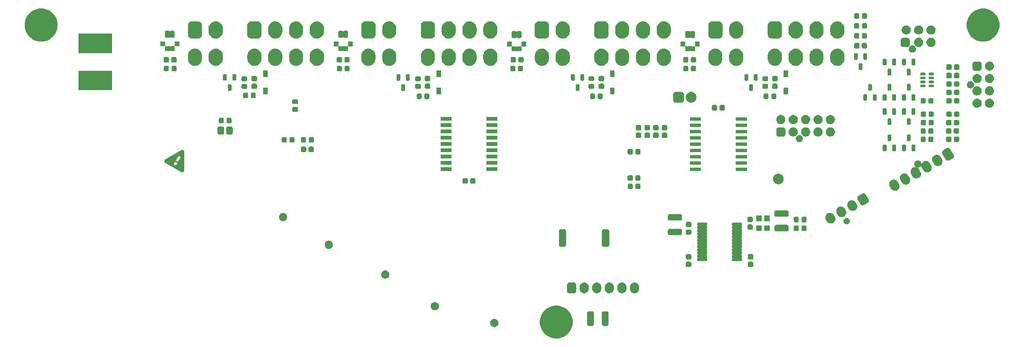
<source format=gbr>
G04 #@! TF.GenerationSoftware,KiCad,Pcbnew,(5.0.0-rc2-dev-296-g4594fedc2)*
G04 #@! TF.CreationDate,2018-04-30T23:58:46+09:30*
G04 #@! TF.ProjectId,zaphod-controller,7A6170686F642D636F6E74726F6C6C65,1.0*
G04 #@! TF.SameCoordinates,Original*
G04 #@! TF.FileFunction,Soldermask,Bot*
G04 #@! TF.FilePolarity,Negative*
%FSLAX46Y46*%
G04 Gerber Fmt 4.6, Leading zero omitted, Abs format (unit mm)*
G04 Created by KiCad (PCBNEW (5.0.0-rc2-dev-296-g4594fedc2)) date 04/30/18 23:58:46*
%MOMM*%
%LPD*%
G01*
G04 APERTURE LIST*
%ADD10C,0.010000*%
%ADD11C,0.100000*%
G04 APERTURE END LIST*
D10*
G36*
X82569630Y-79279076D02*
X82558568Y-79273317D01*
X82551036Y-79269783D01*
X82544676Y-79267085D01*
X82537892Y-79264317D01*
X82531574Y-79261831D01*
X82526608Y-79259978D01*
X82523912Y-79259111D01*
X82522652Y-79258833D01*
X82520936Y-79258231D01*
X82518207Y-79257219D01*
X82514177Y-79255852D01*
X82508321Y-79254030D01*
X82502081Y-79252189D01*
X82497413Y-79250901D01*
X82495062Y-79250228D01*
X82494900Y-79250174D01*
X82492925Y-79249722D01*
X82488653Y-79248845D01*
X82484418Y-79248009D01*
X82479080Y-79246943D01*
X82475245Y-79246128D01*
X82473958Y-79245806D01*
X82471887Y-79245333D01*
X82468132Y-79244671D01*
X82464337Y-79243968D01*
X82462379Y-79243441D01*
X82460410Y-79243028D01*
X82456261Y-79242459D01*
X82453941Y-79242192D01*
X82446094Y-79241294D01*
X82440609Y-79240562D01*
X82438144Y-79240105D01*
X82435618Y-79239785D01*
X82430710Y-79239442D01*
X82424425Y-79239118D01*
X82417766Y-79238856D01*
X82411738Y-79238703D01*
X82407344Y-79238701D01*
X82406677Y-79238726D01*
X82401785Y-79238863D01*
X82398051Y-79238780D01*
X82397857Y-79238763D01*
X82393714Y-79238657D01*
X82387656Y-79238843D01*
X82380743Y-79239248D01*
X82374030Y-79239797D01*
X82368576Y-79240417D01*
X82365438Y-79241032D01*
X82365419Y-79241039D01*
X82361933Y-79241606D01*
X82360374Y-79241252D01*
X82357769Y-79241058D01*
X82353396Y-79241804D01*
X82351874Y-79242211D01*
X82347323Y-79243257D01*
X82344171Y-79243480D01*
X82343675Y-79243343D01*
X82341689Y-79243483D01*
X82337133Y-79244371D01*
X82330619Y-79245847D01*
X82322759Y-79247751D01*
X82314165Y-79249925D01*
X82305449Y-79252209D01*
X82297223Y-79254444D01*
X82290100Y-79256472D01*
X82284691Y-79258132D01*
X82281609Y-79259265D01*
X82281128Y-79259619D01*
X82279883Y-79260689D01*
X82276512Y-79261955D01*
X82276281Y-79262021D01*
X82268333Y-79264383D01*
X82261945Y-79266547D01*
X82257677Y-79268303D01*
X82256087Y-79269445D01*
X82256092Y-79269501D01*
X82254865Y-79270550D01*
X82251885Y-79271482D01*
X82248196Y-79272785D01*
X82246415Y-79274162D01*
X82244219Y-79275688D01*
X82240201Y-79277102D01*
X82239778Y-79277205D01*
X82236083Y-79278344D01*
X82234406Y-79279404D01*
X82234400Y-79279529D01*
X82233140Y-79280707D01*
X82229600Y-79282757D01*
X82225491Y-79284785D01*
X82220537Y-79287172D01*
X82217029Y-79289029D01*
X82215867Y-79289822D01*
X82214233Y-79290992D01*
X82210562Y-79293118D01*
X82207920Y-79294542D01*
X82203561Y-79296956D01*
X82200720Y-79298762D01*
X82200144Y-79299302D01*
X82198516Y-79300422D01*
X82196606Y-79301169D01*
X82193813Y-79302380D01*
X82193067Y-79303036D01*
X82191497Y-79304286D01*
X82187642Y-79306660D01*
X82182230Y-79309733D01*
X82175987Y-79313080D01*
X82175348Y-79313411D01*
X82171520Y-79315592D01*
X82169591Y-79316857D01*
X82166780Y-79318600D01*
X82162317Y-79321094D01*
X82160227Y-79322204D01*
X82155936Y-79324524D01*
X82153126Y-79326191D01*
X82152595Y-79326597D01*
X82150886Y-79327750D01*
X82146983Y-79330014D01*
X82141695Y-79332935D01*
X82135831Y-79336060D01*
X82134498Y-79336753D01*
X82130669Y-79338934D01*
X82128741Y-79340199D01*
X82125844Y-79342021D01*
X82121483Y-79344496D01*
X82120331Y-79345120D01*
X82116391Y-79347406D01*
X82114028Y-79349125D01*
X82113781Y-79349443D01*
X82112052Y-79350693D01*
X82109357Y-79351776D01*
X82106195Y-79353051D01*
X82105046Y-79353892D01*
X82103476Y-79355142D01*
X82099622Y-79357516D01*
X82094210Y-79360590D01*
X82087966Y-79363937D01*
X82087328Y-79364267D01*
X82083499Y-79366449D01*
X82081571Y-79367713D01*
X82078759Y-79369456D01*
X82074297Y-79371950D01*
X82072206Y-79373061D01*
X82067915Y-79375381D01*
X82065105Y-79377048D01*
X82064575Y-79377453D01*
X82062865Y-79378606D01*
X82058962Y-79380870D01*
X82053674Y-79383791D01*
X82047810Y-79386917D01*
X82046478Y-79387610D01*
X82042648Y-79389791D01*
X82040721Y-79391056D01*
X82037911Y-79392813D01*
X82033468Y-79395336D01*
X82031424Y-79396442D01*
X82027404Y-79398742D01*
X82025105Y-79400369D01*
X82024875Y-79400766D01*
X82023880Y-79401630D01*
X82021336Y-79402633D01*
X82018174Y-79403908D01*
X82017025Y-79404749D01*
X82015455Y-79405998D01*
X82011601Y-79408372D01*
X82006189Y-79411446D01*
X81999945Y-79414793D01*
X81999307Y-79415124D01*
X81995478Y-79417305D01*
X81993550Y-79418569D01*
X81990738Y-79420313D01*
X81986276Y-79422807D01*
X81984185Y-79423918D01*
X81979895Y-79426237D01*
X81977085Y-79427904D01*
X81976553Y-79428310D01*
X81974845Y-79429462D01*
X81970941Y-79431727D01*
X81965653Y-79434648D01*
X81959789Y-79437773D01*
X81958457Y-79438467D01*
X81954628Y-79440647D01*
X81952700Y-79441912D01*
X81949803Y-79443734D01*
X81945442Y-79446209D01*
X81944290Y-79446833D01*
X81940350Y-79449119D01*
X81937987Y-79450838D01*
X81937740Y-79451156D01*
X81936010Y-79452406D01*
X81933315Y-79453489D01*
X81930153Y-79454764D01*
X81929004Y-79455606D01*
X81927434Y-79456855D01*
X81923580Y-79459229D01*
X81918168Y-79462303D01*
X81911924Y-79465649D01*
X81911286Y-79465980D01*
X81907458Y-79468161D01*
X81905529Y-79469426D01*
X81902718Y-79471169D01*
X81898255Y-79473663D01*
X81896165Y-79474774D01*
X81891874Y-79477093D01*
X81889064Y-79478761D01*
X81888533Y-79479166D01*
X81886824Y-79480319D01*
X81882921Y-79482583D01*
X81877633Y-79485504D01*
X81871769Y-79488629D01*
X81870436Y-79489323D01*
X81866607Y-79491503D01*
X81864679Y-79492769D01*
X81861782Y-79494590D01*
X81857421Y-79497066D01*
X81856269Y-79497689D01*
X81852110Y-79500060D01*
X81849324Y-79501923D01*
X81848947Y-79502261D01*
X81846483Y-79503816D01*
X81844522Y-79504595D01*
X81841729Y-79505807D01*
X81840984Y-79506462D01*
X81839414Y-79507711D01*
X81835559Y-79510085D01*
X81830148Y-79513159D01*
X81823903Y-79516506D01*
X81823266Y-79516837D01*
X81819437Y-79519018D01*
X81817508Y-79520283D01*
X81814697Y-79522026D01*
X81810234Y-79524519D01*
X81808144Y-79525630D01*
X81803853Y-79527950D01*
X81801043Y-79529618D01*
X81800512Y-79530023D01*
X81798803Y-79531175D01*
X81794900Y-79533439D01*
X81789612Y-79536360D01*
X81783748Y-79539486D01*
X81782416Y-79540179D01*
X81778586Y-79542360D01*
X81776658Y-79543625D01*
X81773761Y-79545447D01*
X81769400Y-79547923D01*
X81768248Y-79548546D01*
X81764089Y-79550917D01*
X81761303Y-79552779D01*
X81760926Y-79553118D01*
X81758463Y-79554672D01*
X81756502Y-79555451D01*
X81753237Y-79556917D01*
X81752077Y-79557784D01*
X81749944Y-79559342D01*
X81746060Y-79561645D01*
X81744756Y-79562356D01*
X81740263Y-79564851D01*
X81736836Y-79566917D01*
X81736324Y-79567265D01*
X81733415Y-79569102D01*
X81729076Y-79571614D01*
X81727980Y-79572224D01*
X81722575Y-79575268D01*
X81717427Y-79578269D01*
X81716941Y-79578560D01*
X81711392Y-79581782D01*
X81704300Y-79585732D01*
X81697139Y-79589597D01*
X81694395Y-79591036D01*
X81690565Y-79593216D01*
X81688638Y-79594481D01*
X81685740Y-79596303D01*
X81681379Y-79598779D01*
X81680227Y-79599402D01*
X81676069Y-79601773D01*
X81673282Y-79603636D01*
X81672906Y-79603974D01*
X81670442Y-79605529D01*
X81668481Y-79606307D01*
X81665688Y-79607519D01*
X81664942Y-79608175D01*
X81663367Y-79609428D01*
X81659486Y-79611817D01*
X81654006Y-79614927D01*
X81647630Y-79618345D01*
X81647230Y-79618553D01*
X81642887Y-79621034D01*
X81640618Y-79622482D01*
X81637429Y-79624466D01*
X81632541Y-79627320D01*
X81628873Y-79629389D01*
X81622654Y-79632921D01*
X81616438Y-79636573D01*
X81613708Y-79638231D01*
X81608806Y-79641036D01*
X81604467Y-79643145D01*
X81603436Y-79643543D01*
X81600935Y-79644702D01*
X81600669Y-79645368D01*
X81599795Y-79646299D01*
X81596552Y-79648170D01*
X81592253Y-79650285D01*
X81587513Y-79652634D01*
X81584490Y-79654424D01*
X81583836Y-79655202D01*
X81583246Y-79656055D01*
X81581004Y-79656988D01*
X81577946Y-79658244D01*
X81576922Y-79659031D01*
X81575391Y-79660221D01*
X81571793Y-79662356D01*
X81569146Y-79663791D01*
X81564664Y-79666317D01*
X81561598Y-79668364D01*
X81560888Y-79669050D01*
X81558762Y-79670414D01*
X81556944Y-79670909D01*
X81554156Y-79671866D01*
X81553474Y-79672567D01*
X81551877Y-79674027D01*
X81547452Y-79676756D01*
X81540099Y-79680815D01*
X81535643Y-79683178D01*
X81532027Y-79685221D01*
X81527217Y-79688105D01*
X81525659Y-79689071D01*
X81520768Y-79691890D01*
X81516437Y-79694005D01*
X81515415Y-79694400D01*
X81512914Y-79695559D01*
X81512648Y-79696224D01*
X81511774Y-79697156D01*
X81508531Y-79699026D01*
X81504232Y-79701141D01*
X81499493Y-79703490D01*
X81496469Y-79705280D01*
X81495816Y-79706059D01*
X81495226Y-79706911D01*
X81492983Y-79707845D01*
X81489513Y-79709319D01*
X81488015Y-79710354D01*
X81485896Y-79711880D01*
X81481961Y-79714185D01*
X81480239Y-79715114D01*
X81476037Y-79717515D01*
X81473298Y-79719441D01*
X81472868Y-79719906D01*
X81470741Y-79721270D01*
X81468923Y-79721766D01*
X81466135Y-79722723D01*
X81465454Y-79723423D01*
X81463749Y-79724941D01*
X81459250Y-79727718D01*
X81452233Y-79731588D01*
X81447598Y-79734020D01*
X81443768Y-79736201D01*
X81441841Y-79737466D01*
X81439030Y-79739209D01*
X81434566Y-79741702D01*
X81432476Y-79742813D01*
X81428185Y-79745134D01*
X81425374Y-79746800D01*
X81424844Y-79747205D01*
X81423159Y-79748314D01*
X81419471Y-79750362D01*
X81417165Y-79751571D01*
X81412682Y-79754016D01*
X81409537Y-79755978D01*
X81408843Y-79756543D01*
X81406380Y-79758099D01*
X81404419Y-79758876D01*
X81401626Y-79760088D01*
X81400880Y-79760744D01*
X81399350Y-79761935D01*
X81395751Y-79764069D01*
X81393104Y-79765504D01*
X81388623Y-79768030D01*
X81385557Y-79770077D01*
X81384847Y-79770762D01*
X81382721Y-79772127D01*
X81380903Y-79772622D01*
X81378114Y-79773579D01*
X81377433Y-79774280D01*
X81375728Y-79775798D01*
X81371229Y-79778575D01*
X81364213Y-79782444D01*
X81359577Y-79784877D01*
X81355748Y-79787057D01*
X81353820Y-79788322D01*
X81351009Y-79790066D01*
X81346545Y-79792559D01*
X81344455Y-79793670D01*
X81340165Y-79795990D01*
X81337354Y-79797656D01*
X81336823Y-79798062D01*
X81335148Y-79799155D01*
X81331404Y-79801237D01*
X81328259Y-79802894D01*
X81323721Y-79805353D01*
X81320678Y-79807221D01*
X81319937Y-79807866D01*
X81318307Y-79808943D01*
X81315626Y-79809982D01*
X81312776Y-79811146D01*
X81312088Y-79811849D01*
X81311025Y-79812879D01*
X81307768Y-79814892D01*
X81305084Y-79816360D01*
X81300602Y-79818887D01*
X81297536Y-79820933D01*
X81296826Y-79821619D01*
X81294700Y-79822984D01*
X81292882Y-79823478D01*
X81290094Y-79824435D01*
X81289412Y-79825136D01*
X81287708Y-79826654D01*
X81283209Y-79829431D01*
X81276192Y-79833300D01*
X81271556Y-79835733D01*
X81267727Y-79837913D01*
X81265799Y-79839179D01*
X81262988Y-79840922D01*
X81258524Y-79843415D01*
X81256434Y-79844526D01*
X81252144Y-79846846D01*
X81249333Y-79848513D01*
X81248802Y-79848918D01*
X81247117Y-79850027D01*
X81243430Y-79852074D01*
X81241124Y-79853284D01*
X81236641Y-79855729D01*
X81233496Y-79857690D01*
X81232802Y-79858256D01*
X81230389Y-79859752D01*
X81227834Y-79860764D01*
X81225271Y-79861878D01*
X81224946Y-79862519D01*
X81224192Y-79863512D01*
X81221204Y-79865366D01*
X81219740Y-79866134D01*
X81214502Y-79868874D01*
X81209183Y-79871814D01*
X81204710Y-79874424D01*
X81202017Y-79876170D01*
X81201680Y-79876460D01*
X81199951Y-79877593D01*
X81196078Y-79879822D01*
X81190914Y-79882670D01*
X81185313Y-79885663D01*
X81183536Y-79886589D01*
X81179706Y-79888770D01*
X81177778Y-79890035D01*
X81174967Y-79891778D01*
X81170504Y-79894271D01*
X81168413Y-79895382D01*
X81164123Y-79897703D01*
X81161312Y-79899370D01*
X81160782Y-79899775D01*
X81159096Y-79900883D01*
X81155409Y-79902931D01*
X81153103Y-79904140D01*
X81148620Y-79906585D01*
X81145474Y-79908547D01*
X81144781Y-79909112D01*
X81142369Y-79910609D01*
X81139813Y-79911621D01*
X81137250Y-79912734D01*
X81136925Y-79913375D01*
X81136171Y-79914369D01*
X81133183Y-79916223D01*
X81131719Y-79916990D01*
X81126481Y-79919731D01*
X81121162Y-79922671D01*
X81116690Y-79925280D01*
X81113995Y-79927027D01*
X81113659Y-79927317D01*
X81111931Y-79928449D01*
X81108057Y-79930678D01*
X81102893Y-79933527D01*
X81097293Y-79936519D01*
X81095515Y-79937446D01*
X81091685Y-79939627D01*
X81089758Y-79940891D01*
X81086946Y-79942635D01*
X81082483Y-79945128D01*
X81080392Y-79946239D01*
X81076103Y-79948559D01*
X81073292Y-79950226D01*
X81072761Y-79950632D01*
X81071076Y-79951740D01*
X81067388Y-79953787D01*
X81065082Y-79954997D01*
X81060599Y-79957442D01*
X81057454Y-79959403D01*
X81056760Y-79959968D01*
X81054314Y-79961504D01*
X81052159Y-79962359D01*
X81049550Y-79963726D01*
X81049048Y-79964684D01*
X81047924Y-79965912D01*
X81046068Y-79966466D01*
X81042970Y-79967528D01*
X81042003Y-79968346D01*
X81040165Y-79969829D01*
X81036324Y-79972143D01*
X81033677Y-79973566D01*
X81029237Y-79975931D01*
X81026258Y-79977658D01*
X81025591Y-79978146D01*
X81023881Y-79979299D01*
X81019979Y-79981563D01*
X81014690Y-79984484D01*
X81008827Y-79987609D01*
X81007494Y-79988302D01*
X81003665Y-79990483D01*
X81001737Y-79991748D01*
X80998926Y-79993491D01*
X80994462Y-79995984D01*
X80992372Y-79997095D01*
X80988082Y-79999415D01*
X80985271Y-80001082D01*
X80984740Y-80001488D01*
X80983055Y-80002597D01*
X80979367Y-80004643D01*
X80977061Y-80005853D01*
X80972578Y-80008298D01*
X80969433Y-80010260D01*
X80968739Y-80010825D01*
X80966293Y-80012360D01*
X80964138Y-80013215D01*
X80961529Y-80014582D01*
X80961028Y-80015540D01*
X80959903Y-80016768D01*
X80958048Y-80017322D01*
X80954949Y-80018385D01*
X80953982Y-80019203D01*
X80952144Y-80020685D01*
X80948303Y-80023000D01*
X80945657Y-80024422D01*
X80941216Y-80026787D01*
X80938237Y-80028514D01*
X80937570Y-80029002D01*
X80935861Y-80030155D01*
X80931958Y-80032419D01*
X80926670Y-80035340D01*
X80920805Y-80038466D01*
X80919474Y-80039158D01*
X80915644Y-80041340D01*
X80913716Y-80042604D01*
X80910905Y-80044347D01*
X80906441Y-80046841D01*
X80904351Y-80047951D01*
X80900061Y-80050272D01*
X80897250Y-80051939D01*
X80896719Y-80052344D01*
X80895034Y-80053453D01*
X80891346Y-80055500D01*
X80889041Y-80056709D01*
X80884558Y-80059154D01*
X80881412Y-80061117D01*
X80880719Y-80061682D01*
X80878273Y-80063216D01*
X80876117Y-80064072D01*
X80873509Y-80065438D01*
X80873007Y-80066396D01*
X80871882Y-80067625D01*
X80870027Y-80068179D01*
X80866928Y-80069241D01*
X80865961Y-80070059D01*
X80864124Y-80071541D01*
X80860282Y-80073856D01*
X80857636Y-80075279D01*
X80853195Y-80077643D01*
X80850217Y-80079370D01*
X80849549Y-80079859D01*
X80847840Y-80081011D01*
X80843937Y-80083276D01*
X80838649Y-80086197D01*
X80832785Y-80089322D01*
X80831452Y-80090015D01*
X80827623Y-80092196D01*
X80825696Y-80093461D01*
X80822884Y-80095204D01*
X80818420Y-80097698D01*
X80816330Y-80098808D01*
X80812040Y-80101128D01*
X80809229Y-80102795D01*
X80808698Y-80103201D01*
X80807018Y-80104302D01*
X80803304Y-80106367D01*
X80800612Y-80107780D01*
X80796102Y-80110278D01*
X80793011Y-80112308D01*
X80792287Y-80113000D01*
X80790167Y-80114351D01*
X80788221Y-80114880D01*
X80785667Y-80115851D01*
X80785241Y-80116663D01*
X80784135Y-80118072D01*
X80782131Y-80118987D01*
X80779249Y-80120212D01*
X80778415Y-80120912D01*
X80776881Y-80122080D01*
X80773237Y-80124206D01*
X80770093Y-80125883D01*
X80765506Y-80128322D01*
X80762356Y-80130130D01*
X80761529Y-80130715D01*
X80759819Y-80131868D01*
X80755916Y-80134132D01*
X80750628Y-80137053D01*
X80744764Y-80140178D01*
X80743432Y-80140872D01*
X80739603Y-80143052D01*
X80737675Y-80144318D01*
X80734863Y-80146061D01*
X80730400Y-80148554D01*
X80728309Y-80149664D01*
X80724020Y-80151984D01*
X80721209Y-80153651D01*
X80720678Y-80154057D01*
X80718998Y-80155159D01*
X80715283Y-80157223D01*
X80712591Y-80158637D01*
X80708081Y-80161135D01*
X80704990Y-80163164D01*
X80704266Y-80163856D01*
X80702145Y-80165208D01*
X80700200Y-80165737D01*
X80697646Y-80166708D01*
X80697220Y-80167519D01*
X80696113Y-80168929D01*
X80694110Y-80169844D01*
X80691228Y-80171069D01*
X80690394Y-80171768D01*
X80688860Y-80172937D01*
X80685216Y-80175063D01*
X80682072Y-80176740D01*
X80677485Y-80179179D01*
X80674336Y-80180986D01*
X80673508Y-80181571D01*
X80671799Y-80182724D01*
X80667896Y-80184988D01*
X80662608Y-80187909D01*
X80656743Y-80191035D01*
X80655411Y-80191728D01*
X80651581Y-80193909D01*
X80649654Y-80195174D01*
X80646843Y-80196917D01*
X80642379Y-80199410D01*
X80640289Y-80200520D01*
X80635999Y-80202841D01*
X80633188Y-80204508D01*
X80632657Y-80204913D01*
X80630977Y-80206015D01*
X80627262Y-80208079D01*
X80624570Y-80209493D01*
X80620060Y-80211991D01*
X80616969Y-80214021D01*
X80616245Y-80214713D01*
X80614125Y-80216064D01*
X80612180Y-80216593D01*
X80609626Y-80217564D01*
X80609199Y-80218375D01*
X80608050Y-80219725D01*
X80605317Y-80220949D01*
X80602378Y-80222132D01*
X80601602Y-80222873D01*
X80600522Y-80223887D01*
X80597217Y-80225893D01*
X80594051Y-80227596D01*
X80589464Y-80230035D01*
X80586315Y-80231843D01*
X80585487Y-80232428D01*
X80583778Y-80233580D01*
X80579875Y-80235845D01*
X80574587Y-80238766D01*
X80568723Y-80241891D01*
X80567390Y-80242585D01*
X80563561Y-80244765D01*
X80561633Y-80246030D01*
X80558822Y-80247774D01*
X80554358Y-80250267D01*
X80552268Y-80251377D01*
X80547967Y-80253693D01*
X80545133Y-80255347D01*
X80544588Y-80255743D01*
X80542661Y-80257099D01*
X80538659Y-80259488D01*
X80533511Y-80262380D01*
X80528146Y-80265242D01*
X80526529Y-80266069D01*
X80522939Y-80268092D01*
X80521285Y-80269462D01*
X80521323Y-80269684D01*
X80520616Y-80270496D01*
X80517663Y-80271687D01*
X80514215Y-80273083D01*
X80512695Y-80274195D01*
X80511083Y-80275516D01*
X80507438Y-80277693D01*
X80505145Y-80278919D01*
X80500833Y-80281219D01*
X80498006Y-80282876D01*
X80497466Y-80283284D01*
X80495757Y-80284437D01*
X80491854Y-80286701D01*
X80486566Y-80289622D01*
X80480702Y-80292747D01*
X80479370Y-80293441D01*
X80475540Y-80295621D01*
X80473612Y-80296887D01*
X80470801Y-80298630D01*
X80466338Y-80301123D01*
X80464247Y-80302234D01*
X80459946Y-80304549D01*
X80457113Y-80306203D01*
X80456568Y-80306599D01*
X80454641Y-80307955D01*
X80450638Y-80310345D01*
X80445491Y-80313237D01*
X80440125Y-80316099D01*
X80438508Y-80316925D01*
X80434918Y-80318949D01*
X80433264Y-80320318D01*
X80433302Y-80320541D01*
X80432668Y-80321369D01*
X80430414Y-80322295D01*
X80427357Y-80323549D01*
X80426332Y-80324337D01*
X80424798Y-80325506D01*
X80421153Y-80327632D01*
X80418010Y-80329309D01*
X80413422Y-80331749D01*
X80410273Y-80333555D01*
X80409446Y-80334141D01*
X80407736Y-80335293D01*
X80403833Y-80337557D01*
X80398545Y-80340479D01*
X80392681Y-80343604D01*
X80391349Y-80344297D01*
X80387519Y-80346478D01*
X80385592Y-80347743D01*
X80382780Y-80349487D01*
X80378318Y-80351982D01*
X80376230Y-80353092D01*
X80371987Y-80355497D01*
X80369293Y-80357380D01*
X80368836Y-80357923D01*
X80367159Y-80359099D01*
X80365366Y-80359581D01*
X80362322Y-80360654D01*
X80361422Y-80361440D01*
X80359568Y-80362976D01*
X80355807Y-80365278D01*
X80354050Y-80366232D01*
X80349743Y-80368640D01*
X80346790Y-80370551D01*
X80346275Y-80370992D01*
X80343811Y-80372548D01*
X80341850Y-80373326D01*
X80338585Y-80374793D01*
X80337425Y-80375660D01*
X80335323Y-80377149D01*
X80331333Y-80379450D01*
X80329103Y-80380632D01*
X80324792Y-80382931D01*
X80321964Y-80384589D01*
X80321425Y-80384998D01*
X80319716Y-80386149D01*
X80315812Y-80388414D01*
X80310524Y-80391336D01*
X80304660Y-80394460D01*
X80303328Y-80395154D01*
X80299499Y-80397334D01*
X80297571Y-80398599D01*
X80294759Y-80400343D01*
X80290297Y-80402838D01*
X80288209Y-80403949D01*
X80283966Y-80406354D01*
X80281272Y-80408236D01*
X80280815Y-80408779D01*
X80279138Y-80409955D01*
X80277345Y-80410437D01*
X80274301Y-80411510D01*
X80273401Y-80412297D01*
X80271547Y-80413832D01*
X80267786Y-80416134D01*
X80266029Y-80417089D01*
X80261929Y-80419417D01*
X80259379Y-80421191D01*
X80259026Y-80421600D01*
X80257296Y-80422850D01*
X80254601Y-80423934D01*
X80251439Y-80425209D01*
X80250290Y-80426050D01*
X80248756Y-80427219D01*
X80245112Y-80429345D01*
X80241968Y-80431022D01*
X80237381Y-80433461D01*
X80234232Y-80435268D01*
X80233404Y-80435854D01*
X80231695Y-80437006D01*
X80227792Y-80439270D01*
X80222504Y-80442192D01*
X80216640Y-80445316D01*
X80215307Y-80446010D01*
X80211478Y-80448191D01*
X80209550Y-80449456D01*
X80206738Y-80451200D01*
X80202276Y-80453694D01*
X80200188Y-80454805D01*
X80195945Y-80457211D01*
X80193252Y-80459092D01*
X80192794Y-80459636D01*
X80191118Y-80460811D01*
X80189325Y-80461293D01*
X80186281Y-80462366D01*
X80185380Y-80463153D01*
X80183527Y-80464688D01*
X80179766Y-80466990D01*
X80178009Y-80467945D01*
X80173908Y-80470273D01*
X80171359Y-80472047D01*
X80171004Y-80472457D01*
X80169280Y-80473672D01*
X80166037Y-80474965D01*
X80163083Y-80476175D01*
X80162432Y-80477000D01*
X80161558Y-80477932D01*
X80158316Y-80479803D01*
X80154016Y-80481918D01*
X80149276Y-80484266D01*
X80146253Y-80486056D01*
X80145600Y-80486835D01*
X80145020Y-80487707D01*
X80142833Y-80488660D01*
X80139063Y-80490346D01*
X80134171Y-80493029D01*
X80132589Y-80493988D01*
X80127750Y-80496935D01*
X80123559Y-80499363D01*
X80122605Y-80499881D01*
X80113853Y-80504581D01*
X80108075Y-80507922D01*
X80105172Y-80509966D01*
X80104774Y-80510492D01*
X80103097Y-80511668D01*
X80101304Y-80512150D01*
X80098259Y-80513223D01*
X80097360Y-80514009D01*
X80095505Y-80515545D01*
X80091745Y-80517847D01*
X80089988Y-80518802D01*
X80085681Y-80521210D01*
X80082728Y-80523120D01*
X80082212Y-80523561D01*
X80079801Y-80525058D01*
X80077244Y-80526071D01*
X80074702Y-80527193D01*
X80074412Y-80527857D01*
X80073538Y-80528788D01*
X80070295Y-80530659D01*
X80065995Y-80532774D01*
X80061255Y-80535123D01*
X80058232Y-80536912D01*
X80057579Y-80537692D01*
X80056999Y-80538564D01*
X80054812Y-80539516D01*
X80051041Y-80541196D01*
X80046138Y-80543867D01*
X80044540Y-80544828D01*
X80039145Y-80548067D01*
X80032691Y-80551803D01*
X80029375Y-80553671D01*
X80024059Y-80556688D01*
X80019569Y-80559348D01*
X80017630Y-80560577D01*
X80013433Y-80563170D01*
X80011018Y-80564506D01*
X80004588Y-80567959D01*
X79999089Y-80571118D01*
X79995319Y-80573514D01*
X79994191Y-80574418D01*
X79991728Y-80575973D01*
X79989767Y-80576752D01*
X79986974Y-80577964D01*
X79986228Y-80578620D01*
X79984658Y-80579868D01*
X79980804Y-80582242D01*
X79975392Y-80585316D01*
X79969148Y-80588663D01*
X79968510Y-80588995D01*
X79964681Y-80591175D01*
X79962754Y-80592440D01*
X79959942Y-80594184D01*
X79955478Y-80596677D01*
X79953388Y-80597788D01*
X79947812Y-80600789D01*
X79942572Y-80603750D01*
X79941307Y-80604499D01*
X79936353Y-80607401D01*
X79930850Y-80610514D01*
X79930267Y-80610836D01*
X79925815Y-80613374D01*
X79922416Y-80615461D01*
X79921924Y-80615794D01*
X79919013Y-80617610D01*
X79914643Y-80620081D01*
X79913492Y-80620703D01*
X79909333Y-80623074D01*
X79906547Y-80624937D01*
X79906171Y-80625275D01*
X79903707Y-80626830D01*
X79901746Y-80627608D01*
X79898953Y-80628820D01*
X79898207Y-80629476D01*
X79896637Y-80630725D01*
X79892783Y-80633099D01*
X79887371Y-80636173D01*
X79881127Y-80639519D01*
X79880490Y-80639851D01*
X79876660Y-80642032D01*
X79874732Y-80643297D01*
X79871921Y-80645040D01*
X79867458Y-80647533D01*
X79865367Y-80648644D01*
X79861078Y-80650964D01*
X79858267Y-80652631D01*
X79857736Y-80653036D01*
X79856026Y-80654189D01*
X79852123Y-80656453D01*
X79846835Y-80659374D01*
X79840971Y-80662499D01*
X79839639Y-80663193D01*
X79835810Y-80665373D01*
X79833882Y-80666639D01*
X79830986Y-80668461D01*
X79826625Y-80670936D01*
X79825472Y-80671559D01*
X79821313Y-80673930D01*
X79818526Y-80675793D01*
X79818150Y-80676131D01*
X79815686Y-80677686D01*
X79813725Y-80678465D01*
X79810932Y-80679677D01*
X79810187Y-80680332D01*
X79808617Y-80681581D01*
X79804762Y-80683955D01*
X79799350Y-80687029D01*
X79793106Y-80690376D01*
X79792469Y-80690707D01*
X79788639Y-80692889D01*
X79786712Y-80694153D01*
X79783901Y-80695896D01*
X79779437Y-80698389D01*
X79777347Y-80699500D01*
X79773057Y-80701821D01*
X79770246Y-80703488D01*
X79769715Y-80703893D01*
X79768006Y-80705045D01*
X79764103Y-80707309D01*
X79758815Y-80710231D01*
X79752950Y-80713356D01*
X79751618Y-80714049D01*
X79747789Y-80716230D01*
X79745861Y-80717495D01*
X79742964Y-80719318D01*
X79738604Y-80721793D01*
X79737451Y-80722416D01*
X79733292Y-80724787D01*
X79730506Y-80726649D01*
X79730129Y-80726988D01*
X79727666Y-80728542D01*
X79725704Y-80729321D01*
X79722911Y-80730533D01*
X79722165Y-80731189D01*
X79720596Y-80732437D01*
X79716742Y-80734811D01*
X79711330Y-80737885D01*
X79705085Y-80741232D01*
X79704448Y-80741564D01*
X79700619Y-80743745D01*
X79698691Y-80745009D01*
X79695880Y-80746753D01*
X79691416Y-80749246D01*
X79689326Y-80750357D01*
X79685036Y-80752677D01*
X79682225Y-80754344D01*
X79681694Y-80754750D01*
X79679985Y-80755902D01*
X79676082Y-80758166D01*
X79670794Y-80761088D01*
X79664930Y-80764212D01*
X79663597Y-80764906D01*
X79659768Y-80767086D01*
X79657840Y-80768351D01*
X79654944Y-80770174D01*
X79650583Y-80772649D01*
X79649430Y-80773272D01*
X79645271Y-80775644D01*
X79642485Y-80777506D01*
X79642108Y-80777844D01*
X79639716Y-80779318D01*
X79636912Y-80780426D01*
X79633699Y-80781784D01*
X79632487Y-80782760D01*
X79630772Y-80784230D01*
X79626637Y-80786822D01*
X79620700Y-80790160D01*
X79616428Y-80792420D01*
X79612598Y-80794601D01*
X79610670Y-80795866D01*
X79607859Y-80797609D01*
X79603395Y-80800103D01*
X79601305Y-80801213D01*
X79597015Y-80803533D01*
X79594204Y-80805200D01*
X79593673Y-80805606D01*
X79591964Y-80806759D01*
X79588061Y-80809022D01*
X79582773Y-80811944D01*
X79576909Y-80815068D01*
X79575577Y-80815762D01*
X79571747Y-80817943D01*
X79569819Y-80819208D01*
X79566923Y-80821030D01*
X79562562Y-80823505D01*
X79561409Y-80824128D01*
X79557251Y-80826500D01*
X79554464Y-80828362D01*
X79554088Y-80828700D01*
X79551624Y-80830255D01*
X79549663Y-80831034D01*
X79546870Y-80832246D01*
X79546124Y-80832901D01*
X79544554Y-80834150D01*
X79540700Y-80836524D01*
X79535288Y-80839598D01*
X79529044Y-80842946D01*
X79528407Y-80843276D01*
X79524577Y-80845458D01*
X79522650Y-80846722D01*
X79519838Y-80848465D01*
X79515375Y-80850959D01*
X79513284Y-80852069D01*
X79508994Y-80854390D01*
X79506183Y-80856057D01*
X79505653Y-80856462D01*
X79503943Y-80857615D01*
X79500041Y-80859879D01*
X79494752Y-80862800D01*
X79488888Y-80865925D01*
X79487556Y-80866618D01*
X79483726Y-80868800D01*
X79481799Y-80870064D01*
X79478902Y-80871887D01*
X79474541Y-80874362D01*
X79473388Y-80874985D01*
X79469230Y-80877357D01*
X79466444Y-80879218D01*
X79466067Y-80879557D01*
X79463674Y-80881031D01*
X79460871Y-80882139D01*
X79458021Y-80883303D01*
X79457332Y-80884007D01*
X79456244Y-80885089D01*
X79452705Y-80887350D01*
X79447289Y-80890447D01*
X79440571Y-80894037D01*
X79440386Y-80894133D01*
X79436557Y-80896314D01*
X79434629Y-80897579D01*
X79431817Y-80899322D01*
X79427354Y-80901816D01*
X79425263Y-80902926D01*
X79420974Y-80905246D01*
X79418163Y-80906913D01*
X79417632Y-80907319D01*
X79415923Y-80908471D01*
X79412019Y-80910736D01*
X79406731Y-80913657D01*
X79400867Y-80916782D01*
X79399535Y-80917475D01*
X79395706Y-80919656D01*
X79393778Y-80920920D01*
X79390882Y-80922743D01*
X79386521Y-80925219D01*
X79385368Y-80925842D01*
X79381209Y-80928213D01*
X79378423Y-80930075D01*
X79378046Y-80930413D01*
X79375582Y-80931969D01*
X79373622Y-80932747D01*
X79370828Y-80933958D01*
X79370083Y-80934614D01*
X79368513Y-80935864D01*
X79364658Y-80938238D01*
X79359246Y-80941311D01*
X79353003Y-80944658D01*
X79352365Y-80944990D01*
X79348536Y-80947170D01*
X79346608Y-80948436D01*
X79343797Y-80950179D01*
X79339333Y-80952672D01*
X79337243Y-80953782D01*
X79332953Y-80956102D01*
X79330142Y-80957769D01*
X79329611Y-80958175D01*
X79327902Y-80959328D01*
X79323999Y-80961592D01*
X79318711Y-80964513D01*
X79312847Y-80967638D01*
X79311514Y-80968331D01*
X79307685Y-80970512D01*
X79305757Y-80971777D01*
X79302949Y-80973535D01*
X79298504Y-80976057D01*
X79296460Y-80977164D01*
X79292255Y-80979536D01*
X79289589Y-80981285D01*
X79289139Y-80981736D01*
X79287512Y-80982857D01*
X79285600Y-80983604D01*
X79282807Y-80984815D01*
X79282062Y-80985470D01*
X79280492Y-80986720D01*
X79276638Y-80989094D01*
X79271226Y-80992167D01*
X79264981Y-80995515D01*
X79264345Y-80995846D01*
X79260515Y-80998027D01*
X79258587Y-80999292D01*
X79255776Y-81001035D01*
X79251313Y-81003528D01*
X79249222Y-81004639D01*
X79244932Y-81006959D01*
X79242121Y-81008626D01*
X79241590Y-81009031D01*
X79239881Y-81010184D01*
X79235978Y-81012448D01*
X79230690Y-81015369D01*
X79224826Y-81018495D01*
X79223494Y-81019188D01*
X79219664Y-81021369D01*
X79217736Y-81022634D01*
X79214840Y-81024456D01*
X79210479Y-81026932D01*
X79209326Y-81027555D01*
X79205167Y-81029926D01*
X79202381Y-81031787D01*
X79202004Y-81032126D01*
X79199541Y-81033681D01*
X79197580Y-81034460D01*
X79194787Y-81035671D01*
X79194041Y-81036327D01*
X79192471Y-81037576D01*
X79188617Y-81039950D01*
X79183205Y-81043024D01*
X79176961Y-81046371D01*
X79176324Y-81046703D01*
X79172494Y-81048883D01*
X79170567Y-81050148D01*
X79167755Y-81051892D01*
X79163291Y-81054385D01*
X79161201Y-81055496D01*
X79156911Y-81057816D01*
X79154100Y-81059482D01*
X79153569Y-81059888D01*
X79151860Y-81061040D01*
X79147957Y-81063305D01*
X79142669Y-81066226D01*
X79136805Y-81069351D01*
X79135473Y-81070045D01*
X79131643Y-81072225D01*
X79129716Y-81073490D01*
X79126819Y-81075313D01*
X79122458Y-81077788D01*
X79121306Y-81078411D01*
X79117147Y-81080782D01*
X79114360Y-81082644D01*
X79113984Y-81082982D01*
X79111520Y-81084538D01*
X79109559Y-81085316D01*
X79106766Y-81086528D01*
X79106020Y-81087184D01*
X79104450Y-81088433D01*
X79100596Y-81090807D01*
X79095184Y-81093881D01*
X79088940Y-81097227D01*
X79088303Y-81097559D01*
X79084474Y-81099739D01*
X79082546Y-81101005D01*
X79079735Y-81102748D01*
X79075271Y-81105241D01*
X79073181Y-81106352D01*
X79068891Y-81108672D01*
X79066080Y-81110338D01*
X79065549Y-81110744D01*
X79063839Y-81111897D01*
X79059937Y-81114161D01*
X79054648Y-81117082D01*
X79048784Y-81120207D01*
X79047452Y-81120901D01*
X79043623Y-81123081D01*
X79041695Y-81124347D01*
X79038799Y-81126169D01*
X79034438Y-81128644D01*
X79033285Y-81129267D01*
X79029346Y-81131554D01*
X79026983Y-81133273D01*
X79026735Y-81133590D01*
X79025013Y-81134793D01*
X79021539Y-81136172D01*
X79018313Y-81137421D01*
X79017221Y-81138279D01*
X79017228Y-81138288D01*
X79016190Y-81139345D01*
X79012992Y-81141389D01*
X79010752Y-81142654D01*
X79005321Y-81145761D01*
X79000303Y-81148862D01*
X78999140Y-81149638D01*
X78994610Y-81152370D01*
X78990663Y-81154236D01*
X78987749Y-81155616D01*
X78986889Y-81156477D01*
X78985649Y-81157805D01*
X78982358Y-81160451D01*
X78978218Y-81163487D01*
X78973452Y-81166963D01*
X78969809Y-81169799D01*
X78968254Y-81171203D01*
X78965741Y-81173029D01*
X78963714Y-81173958D01*
X78961530Y-81175168D01*
X78961503Y-81175812D01*
X78961217Y-81176837D01*
X78960086Y-81177438D01*
X78957490Y-81179115D01*
X78953278Y-81182474D01*
X78948242Y-81186816D01*
X78943176Y-81191444D01*
X78938875Y-81195660D01*
X78936827Y-81197892D01*
X78933888Y-81200950D01*
X78931844Y-81202546D01*
X78929078Y-81204755D01*
X78928364Y-81205562D01*
X78926356Y-81207944D01*
X78923252Y-81211502D01*
X78920141Y-81214996D01*
X78918113Y-81217192D01*
X78918081Y-81217223D01*
X78911637Y-81224139D01*
X78906648Y-81230223D01*
X78903481Y-81234370D01*
X78899419Y-81239619D01*
X78897279Y-81242363D01*
X78894118Y-81246853D01*
X78889745Y-81253691D01*
X78884514Y-81262257D01*
X78878783Y-81271934D01*
X78872905Y-81282105D01*
X78867238Y-81292149D01*
X78862132Y-81301452D01*
X78857948Y-81309394D01*
X78855037Y-81315357D01*
X78854237Y-81317233D01*
X78851886Y-81323147D01*
X78849694Y-81328519D01*
X78848775Y-81330699D01*
X78846779Y-81335699D01*
X78845429Y-81339522D01*
X78843779Y-81344494D01*
X78842553Y-81348025D01*
X78841023Y-81353301D01*
X78840255Y-81356964D01*
X78839523Y-81360159D01*
X78838886Y-81361162D01*
X78838226Y-81362413D01*
X78837311Y-81365992D01*
X78836937Y-81367858D01*
X78835987Y-81372076D01*
X78835151Y-81374364D01*
X78834914Y-81374512D01*
X78834376Y-81375706D01*
X78833978Y-81379167D01*
X78833943Y-81379817D01*
X78833560Y-81383505D01*
X78832965Y-81385078D01*
X78832869Y-81385063D01*
X78832263Y-81386215D01*
X78831832Y-81389649D01*
X78831796Y-81390310D01*
X78831377Y-81393972D01*
X78830695Y-81395498D01*
X78830580Y-81395474D01*
X78829959Y-81396312D01*
X78830027Y-81397598D01*
X78829938Y-81400900D01*
X78829224Y-81405772D01*
X78828951Y-81407124D01*
X78827779Y-81413512D01*
X78826797Y-81420379D01*
X78826675Y-81421452D01*
X78826045Y-81426365D01*
X78825418Y-81429843D01*
X78825222Y-81430508D01*
X78825037Y-81433280D01*
X78825414Y-81435995D01*
X78825639Y-81438707D01*
X78825067Y-81439217D01*
X78824509Y-81440096D01*
X78824841Y-81442997D01*
X78825167Y-81445999D01*
X78824613Y-81446776D01*
X78824008Y-81447609D01*
X78824266Y-81449997D01*
X78824708Y-81453273D01*
X78824539Y-81454554D01*
X78824298Y-81456467D01*
X78824286Y-81460686D01*
X78824413Y-81464258D01*
X78824782Y-81472310D01*
X78824962Y-81477767D01*
X78824968Y-81481415D01*
X78824816Y-81484041D01*
X78824816Y-81484044D01*
X78825000Y-81487504D01*
X78825800Y-81492325D01*
X78825949Y-81493008D01*
X78826542Y-81496762D01*
X78826294Y-81498473D01*
X78826063Y-81498451D01*
X78825574Y-81499395D01*
X78825936Y-81502658D01*
X78826198Y-81503906D01*
X78827122Y-81508912D01*
X78827505Y-81512951D01*
X78827501Y-81513289D01*
X78827815Y-81516585D01*
X78828748Y-81521892D01*
X78829818Y-81526847D01*
X78830910Y-81532075D01*
X78831381Y-81535581D01*
X78831159Y-81536589D01*
X78831185Y-81537900D01*
X78831981Y-81541928D01*
X78833423Y-81548126D01*
X78835387Y-81555946D01*
X78836496Y-81560179D01*
X78838830Y-81568739D01*
X78840946Y-81576066D01*
X78842663Y-81581567D01*
X78843802Y-81584647D01*
X78844077Y-81585086D01*
X78845203Y-81586974D01*
X78846803Y-81591034D01*
X78847764Y-81593940D01*
X78849895Y-81599966D01*
X78853020Y-81607759D01*
X78856763Y-81616487D01*
X78860751Y-81625318D01*
X78864608Y-81633422D01*
X78867960Y-81639966D01*
X78870279Y-81643898D01*
X78872080Y-81646888D01*
X78874395Y-81651140D01*
X78874578Y-81651490D01*
X78877071Y-81655917D01*
X78880599Y-81661684D01*
X78884702Y-81668102D01*
X78888923Y-81674477D01*
X78892801Y-81680120D01*
X78895880Y-81684340D01*
X78897702Y-81686445D01*
X78897812Y-81686523D01*
X78899756Y-81688544D01*
X78902386Y-81692301D01*
X78903118Y-81693496D01*
X78906062Y-81697720D01*
X78908909Y-81700690D01*
X78909449Y-81701062D01*
X78911843Y-81703372D01*
X78912311Y-81704702D01*
X78913492Y-81706566D01*
X78914086Y-81706672D01*
X78915730Y-81707954D01*
X78915862Y-81708675D01*
X78917030Y-81710564D01*
X78917639Y-81710678D01*
X78919288Y-81711957D01*
X78919414Y-81712649D01*
X78920780Y-81715017D01*
X78922810Y-81716597D01*
X78925641Y-81718770D01*
X78926575Y-81720125D01*
X78928110Y-81722405D01*
X78929939Y-81724176D01*
X78933453Y-81727163D01*
X78935281Y-81728979D01*
X78936361Y-81730592D01*
X78936640Y-81731107D01*
X78937883Y-81732701D01*
X78938196Y-81732645D01*
X78939517Y-81733255D01*
X78942333Y-81735594D01*
X78943303Y-81736501D01*
X78951283Y-81743859D01*
X78959581Y-81750874D01*
X78969037Y-81758226D01*
X78980490Y-81766590D01*
X78981493Y-81767305D01*
X78983260Y-81768367D01*
X78987879Y-81771078D01*
X78995282Y-81775394D01*
X79005393Y-81781275D01*
X79018143Y-81788677D01*
X79033459Y-81797563D01*
X79051269Y-81807887D01*
X79071502Y-81819610D01*
X79094084Y-81832689D01*
X79118945Y-81847085D01*
X79146013Y-81862752D01*
X79175216Y-81879653D01*
X79206481Y-81897744D01*
X79239737Y-81916985D01*
X79274912Y-81937333D01*
X79311935Y-81958747D01*
X79350731Y-81981186D01*
X79391233Y-82004607D01*
X79433365Y-82028969D01*
X79477057Y-82054233D01*
X79522236Y-82080354D01*
X79568831Y-82107292D01*
X79616771Y-82135005D01*
X79665982Y-82163452D01*
X79716393Y-82192591D01*
X79767932Y-82222381D01*
X79820528Y-82252781D01*
X79874108Y-82283747D01*
X79928600Y-82315240D01*
X79983933Y-82347218D01*
X80040035Y-82379638D01*
X80096834Y-82412460D01*
X80154257Y-82445642D01*
X80212233Y-82479142D01*
X80270692Y-82512920D01*
X80329559Y-82546932D01*
X80388763Y-82581139D01*
X80448233Y-82615497D01*
X80507896Y-82649967D01*
X80567681Y-82684505D01*
X80627516Y-82719072D01*
X80687328Y-82753625D01*
X80747047Y-82788122D01*
X80806599Y-82822522D01*
X80865915Y-82856785D01*
X80924920Y-82890867D01*
X80983543Y-82924727D01*
X81041713Y-82958325D01*
X81099358Y-82991618D01*
X81156405Y-83024565D01*
X81212784Y-83057124D01*
X81268421Y-83089254D01*
X81323245Y-83120914D01*
X81377185Y-83152061D01*
X81430167Y-83182655D01*
X81482121Y-83212653D01*
X81532974Y-83242014D01*
X81582656Y-83270697D01*
X81631092Y-83298660D01*
X81678213Y-83325862D01*
X81723945Y-83352261D01*
X81768218Y-83377815D01*
X81810959Y-83402483D01*
X81852095Y-83426224D01*
X81891556Y-83448995D01*
X81929270Y-83470756D01*
X81965163Y-83491465D01*
X81999166Y-83511081D01*
X82031205Y-83529561D01*
X82061209Y-83546864D01*
X82089106Y-83562949D01*
X82114825Y-83577774D01*
X82138291Y-83591298D01*
X82159437Y-83603479D01*
X82178187Y-83614275D01*
X82194470Y-83623646D01*
X82208215Y-83631549D01*
X82219350Y-83637943D01*
X82227802Y-83642786D01*
X82233501Y-83646038D01*
X82236373Y-83647656D01*
X82236727Y-83647840D01*
X82238513Y-83648421D01*
X82242438Y-83650130D01*
X82247051Y-83652311D01*
X82253416Y-83655355D01*
X82259643Y-83658243D01*
X82262993Y-83659742D01*
X82266921Y-83661410D01*
X82270568Y-83662819D01*
X82275105Y-83664400D01*
X82281667Y-83666569D01*
X82286203Y-83668158D01*
X82291345Y-83670093D01*
X82291361Y-83670100D01*
X82295935Y-83671706D01*
X82299481Y-83672646D01*
X82299652Y-83672673D01*
X82305333Y-83674038D01*
X82310935Y-83675893D01*
X82314025Y-83676255D01*
X82314526Y-83676165D01*
X82317158Y-83676581D01*
X82319312Y-83677568D01*
X82322564Y-83678877D01*
X82324098Y-83678971D01*
X82326990Y-83679149D01*
X82328171Y-83679518D01*
X82332048Y-83680569D01*
X82333715Y-83680826D01*
X82337013Y-83681273D01*
X82338073Y-83681481D01*
X82340296Y-83681862D01*
X82342518Y-83682248D01*
X82344954Y-83682640D01*
X82349102Y-83683139D01*
X82349322Y-83683163D01*
X82353349Y-83683643D01*
X82355613Y-83684011D01*
X82355667Y-83684027D01*
X82357886Y-83684218D01*
X82358989Y-83684199D01*
X82360980Y-83684487D01*
X82361080Y-83684811D01*
X82362435Y-83685207D01*
X82366428Y-83685636D01*
X82372311Y-83686063D01*
X82379335Y-83686453D01*
X82386752Y-83686772D01*
X82393813Y-83686987D01*
X82399772Y-83687061D01*
X82403877Y-83686962D01*
X82405040Y-83686829D01*
X82408349Y-83686477D01*
X82409625Y-83686694D01*
X82412132Y-83687003D01*
X82417278Y-83686882D01*
X82424356Y-83686402D01*
X82432656Y-83685635D01*
X82441470Y-83684652D01*
X82450089Y-83683526D01*
X82457802Y-83682325D01*
X82463244Y-83681275D01*
X82468209Y-83680324D01*
X82471690Y-83679933D01*
X82472574Y-83680022D01*
X82474484Y-83679812D01*
X82479058Y-83678842D01*
X82485702Y-83677251D01*
X82493813Y-83675180D01*
X82497880Y-83674102D01*
X82506278Y-83671796D01*
X82513278Y-83669769D01*
X82518342Y-83668184D01*
X82520932Y-83667205D01*
X82521133Y-83666996D01*
X82522103Y-83666249D01*
X82525795Y-83664794D01*
X82531663Y-83662820D01*
X82539164Y-83660513D01*
X82543668Y-83659207D01*
X82545713Y-83658225D01*
X82545647Y-83657686D01*
X82546379Y-83656883D01*
X82549533Y-83655624D01*
X82551290Y-83655078D01*
X82555205Y-83653756D01*
X82557069Y-83652758D01*
X82557047Y-83652536D01*
X82557758Y-83651688D01*
X82560800Y-83650350D01*
X82561508Y-83650101D01*
X82566676Y-83647935D01*
X82572268Y-83645030D01*
X82573072Y-83644556D01*
X82578627Y-83641348D01*
X82584843Y-83637960D01*
X82586333Y-83637182D01*
X82590816Y-83634736D01*
X82593961Y-83632775D01*
X82594655Y-83632210D01*
X82597067Y-83630713D01*
X82599624Y-83629701D01*
X82602083Y-83628539D01*
X82602240Y-83627790D01*
X82602721Y-83626866D01*
X82605399Y-83625703D01*
X82608163Y-83624485D01*
X82608559Y-83623617D01*
X82608977Y-83622677D01*
X82611176Y-83621706D01*
X82614296Y-83620478D01*
X82615404Y-83619748D01*
X82617004Y-83618125D01*
X82620246Y-83615320D01*
X82624088Y-83612208D01*
X82627143Y-83609906D01*
X82633621Y-83605174D01*
X82638792Y-83601156D01*
X82642186Y-83598235D01*
X82643328Y-83596798D01*
X82643281Y-83596738D01*
X82643847Y-83595866D01*
X82645193Y-83595243D01*
X82648623Y-83593061D01*
X82649999Y-83591664D01*
X82652892Y-83588856D01*
X82654267Y-83587926D01*
X82655679Y-83586590D01*
X82655470Y-83586177D01*
X82655939Y-83585239D01*
X82657566Y-83584454D01*
X82659721Y-83583323D01*
X82659814Y-83582819D01*
X82660434Y-83581549D01*
X82662992Y-83578928D01*
X82664423Y-83577658D01*
X82667617Y-83574735D01*
X82669218Y-83572889D01*
X82669248Y-83572623D01*
X82669920Y-83571444D01*
X82672318Y-83569240D01*
X82676002Y-83565739D01*
X82679760Y-83561470D01*
X82679843Y-83561364D01*
X82682971Y-83557610D01*
X82685508Y-83554918D01*
X82685698Y-83554746D01*
X82687980Y-83552285D01*
X82691056Y-83548424D01*
X82691751Y-83547487D01*
X82695316Y-83542777D01*
X82699654Y-83537255D01*
X82701474Y-83534999D01*
X82704655Y-83530593D01*
X82709034Y-83523838D01*
X82714235Y-83515385D01*
X82719880Y-83505883D01*
X82725598Y-83495982D01*
X82731009Y-83486334D01*
X82735741Y-83477589D01*
X82739417Y-83470397D01*
X82741660Y-83465408D01*
X82741678Y-83465364D01*
X82744144Y-83459036D01*
X82746656Y-83452835D01*
X82747569Y-83450664D01*
X82749611Y-83445687D01*
X82751593Y-83440298D01*
X82753823Y-83433612D01*
X82756607Y-83424740D01*
X82757283Y-83422544D01*
X82758743Y-83418375D01*
X82759902Y-83416086D01*
X82760205Y-83415920D01*
X82760621Y-83414963D01*
X82760484Y-83413557D01*
X82760703Y-83410037D01*
X82761886Y-83405592D01*
X82763124Y-83401274D01*
X82764536Y-83394991D01*
X82765771Y-83388362D01*
X82766812Y-83382186D01*
X82767669Y-83377283D01*
X82768165Y-83374653D01*
X82768182Y-83374577D01*
X82768917Y-83370608D01*
X82769667Y-83364627D01*
X82770507Y-83356008D01*
X82770680Y-83354060D01*
X82771291Y-83348230D01*
X82771930Y-83343947D01*
X82772461Y-83342113D01*
X82772476Y-83342104D01*
X82772745Y-83340397D01*
X82772325Y-83337420D01*
X82772037Y-83334109D01*
X82772612Y-83332771D01*
X82773113Y-83331183D01*
X82772665Y-83329299D01*
X82772035Y-83326085D01*
X82772260Y-83324838D01*
X82772638Y-83322503D01*
X82772754Y-83318020D01*
X82772686Y-83315058D01*
X82772598Y-83310075D01*
X82772742Y-83306712D01*
X82772920Y-83305944D01*
X82773077Y-83303973D01*
X82772768Y-83301946D01*
X82772421Y-83298921D01*
X82772616Y-83297948D01*
X82772882Y-83296027D01*
X82772931Y-83291843D01*
X82772850Y-83288834D01*
X82772730Y-83283842D01*
X82772796Y-83280460D01*
X82772913Y-83279681D01*
X82773027Y-83277746D01*
X82772891Y-83273513D01*
X82772675Y-83269933D01*
X82772462Y-83264592D01*
X82772603Y-83260662D01*
X82772871Y-83259433D01*
X82773046Y-83256800D01*
X82772566Y-83254920D01*
X82772220Y-83252063D01*
X82772784Y-83251118D01*
X82773406Y-83249171D01*
X82773003Y-83247316D01*
X82772430Y-83244061D01*
X82772697Y-83242801D01*
X82773054Y-83240416D01*
X82773072Y-83235849D01*
X82772893Y-83232302D01*
X82772606Y-83227132D01*
X82772551Y-83223540D01*
X82772655Y-83222554D01*
X82772823Y-83220610D01*
X82772810Y-83216407D01*
X82772719Y-83213402D01*
X82772630Y-83208419D01*
X82772774Y-83205056D01*
X82772953Y-83204288D01*
X82773109Y-83202317D01*
X82772801Y-83200289D01*
X82772438Y-83196729D01*
X82772609Y-83195291D01*
X82772872Y-83192693D01*
X82772901Y-83188132D01*
X82772844Y-83186177D01*
X82772746Y-83181506D01*
X82772849Y-83178498D01*
X82772946Y-83178024D01*
X82773059Y-83176090D01*
X82772923Y-83171857D01*
X82772708Y-83168277D01*
X82772495Y-83162935D01*
X82772636Y-83159006D01*
X82772904Y-83157777D01*
X82773078Y-83155143D01*
X82772598Y-83153264D01*
X82772252Y-83150407D01*
X82772817Y-83149462D01*
X82773439Y-83147515D01*
X82773036Y-83145659D01*
X82772463Y-83142405D01*
X82772730Y-83141145D01*
X82773087Y-83138759D01*
X82773105Y-83134192D01*
X82772927Y-83130646D01*
X82772639Y-83125475D01*
X82772583Y-83121884D01*
X82772687Y-83120898D01*
X82772855Y-83118953D01*
X82772843Y-83114750D01*
X82772751Y-83111745D01*
X82772693Y-83106950D01*
X82772911Y-83103951D01*
X82773156Y-83103424D01*
X82773408Y-83102130D01*
X82773004Y-83099426D01*
X82772509Y-83095607D01*
X82772642Y-83093635D01*
X82772904Y-83091037D01*
X82772933Y-83086476D01*
X82772876Y-83084521D01*
X82772779Y-83079849D01*
X82772881Y-83076842D01*
X82772978Y-83076368D01*
X82773092Y-83074433D01*
X82772956Y-83070200D01*
X82772741Y-83066620D01*
X82772528Y-83061279D01*
X82772668Y-83057349D01*
X82772936Y-83056121D01*
X82773111Y-83053486D01*
X82772631Y-83051607D01*
X82772285Y-83048751D01*
X82772850Y-83047805D01*
X82773472Y-83045858D01*
X82773068Y-83044002D01*
X82772495Y-83040749D01*
X82772762Y-83039489D01*
X82773119Y-83037102D01*
X82773138Y-83032536D01*
X82772958Y-83028989D01*
X82772672Y-83023819D01*
X82772616Y-83020228D01*
X82772720Y-83019241D01*
X82772888Y-83017296D01*
X82772875Y-83013094D01*
X82772784Y-83010089D01*
X82772695Y-83005106D01*
X82772840Y-83001742D01*
X82773018Y-83000975D01*
X82773175Y-82999004D01*
X82772866Y-82996977D01*
X82772504Y-82993416D01*
X82772675Y-82991978D01*
X82772937Y-82989380D01*
X82772965Y-82984820D01*
X82772909Y-82982864D01*
X82772811Y-82978193D01*
X82772914Y-82975186D01*
X82773011Y-82974712D01*
X82773124Y-82972777D01*
X82772989Y-82968544D01*
X82772773Y-82964964D01*
X82772560Y-82959623D01*
X82772664Y-82956736D01*
X81352960Y-82137070D01*
X81346786Y-82147653D01*
X81340664Y-82157827D01*
X81334862Y-82167124D01*
X81329652Y-82175080D01*
X81325302Y-82181230D01*
X81322082Y-82185110D01*
X81320836Y-82186136D01*
X81318909Y-82187953D01*
X81316108Y-82191384D01*
X81315514Y-82192188D01*
X81312013Y-82196537D01*
X81308585Y-82200099D01*
X81308328Y-82200325D01*
X81305311Y-82203410D01*
X81303841Y-82205538D01*
X81301599Y-82208211D01*
X81300754Y-82208724D01*
X81298314Y-82210574D01*
X81295269Y-82213766D01*
X81291502Y-82217811D01*
X81288196Y-82220846D01*
X81285830Y-82223095D01*
X81285348Y-82224191D01*
X81284605Y-82225265D01*
X81281818Y-82227342D01*
X81281284Y-82227689D01*
X81277906Y-82229975D01*
X81276101Y-82231426D01*
X81276052Y-82231492D01*
X81274838Y-82232837D01*
X81271944Y-82235314D01*
X81267891Y-82238553D01*
X81264728Y-82241065D01*
X81262958Y-82242505D01*
X81262928Y-82242532D01*
X81259103Y-82245567D01*
X81253443Y-82249640D01*
X81246659Y-82254286D01*
X81239460Y-82259040D01*
X81232554Y-82263437D01*
X81226651Y-82267015D01*
X81222459Y-82269308D01*
X81221278Y-82269812D01*
X81218736Y-82270941D01*
X81218426Y-82271586D01*
X81217464Y-82272479D01*
X81214149Y-82274384D01*
X81209224Y-82276943D01*
X81203435Y-82279795D01*
X81197523Y-82282579D01*
X81192232Y-82284937D01*
X81188305Y-82286508D01*
X81186678Y-82286955D01*
X81185274Y-82287443D01*
X81185535Y-82287762D01*
X81184798Y-82288616D01*
X81181640Y-82289993D01*
X81179569Y-82290702D01*
X81175202Y-82292311D01*
X81172532Y-82293706D01*
X81172183Y-82294100D01*
X81170521Y-82294933D01*
X81166184Y-82296408D01*
X81159784Y-82298359D01*
X81151934Y-82300623D01*
X81143248Y-82303032D01*
X81134338Y-82305422D01*
X81125819Y-82307626D01*
X81118302Y-82309480D01*
X81112400Y-82310817D01*
X81108727Y-82311474D01*
X81107849Y-82311471D01*
X81105456Y-82311422D01*
X81100946Y-82312153D01*
X81097072Y-82313056D01*
X81091740Y-82314222D01*
X81087707Y-82314701D01*
X81086255Y-82314536D01*
X81083576Y-82314324D01*
X81080296Y-82315020D01*
X81076250Y-82315634D01*
X81073731Y-82315141D01*
X81072030Y-82314819D01*
X81071938Y-82315441D01*
X81070719Y-82316287D01*
X81067154Y-82316542D01*
X81065328Y-82316447D01*
X81061367Y-82316291D01*
X81059598Y-82316569D01*
X81059712Y-82316807D01*
X81058910Y-82317184D01*
X81055463Y-82317293D01*
X81050103Y-82317113D01*
X81049769Y-82317095D01*
X81042825Y-82316793D01*
X81036313Y-82316666D01*
X81032388Y-82316718D01*
X81026976Y-82316767D01*
X81020842Y-82316545D01*
X81015105Y-82316125D01*
X81010878Y-82315583D01*
X81009432Y-82315180D01*
X81007031Y-82314631D01*
X81003183Y-82314291D01*
X80998054Y-82313772D01*
X80992164Y-82312789D01*
X80991429Y-82312636D01*
X80986586Y-82311790D01*
X80982963Y-82311494D01*
X80982437Y-82311530D01*
X80979034Y-82311219D01*
X80976713Y-82310527D01*
X80973250Y-82309620D01*
X80971687Y-82309619D01*
X80969060Y-82309202D01*
X80966908Y-82308214D01*
X80963656Y-82306905D01*
X80962121Y-82306811D01*
X80959117Y-82306710D01*
X80958531Y-82306539D01*
X80951217Y-82304195D01*
X80947233Y-82303345D01*
X80943698Y-82302474D01*
X80939730Y-82301101D01*
X80936344Y-82299850D01*
X80934820Y-82299448D01*
X80934816Y-82299452D01*
X80933139Y-82299119D01*
X80928449Y-82297457D01*
X80923098Y-82295397D01*
X80917900Y-82293393D01*
X80913334Y-82291686D01*
X80912978Y-82291558D01*
X80909524Y-82290129D01*
X80904110Y-82287690D01*
X80897815Y-82284730D01*
X80896808Y-82284245D01*
X80891067Y-82281528D01*
X80886621Y-82279527D01*
X80884242Y-82278586D01*
X80884055Y-82278558D01*
X80882313Y-82277814D01*
X80878316Y-82275603D01*
X80872659Y-82272285D01*
X80865935Y-82268226D01*
X80858739Y-82263784D01*
X80851665Y-82259324D01*
X80845307Y-82255209D01*
X80840860Y-82252216D01*
X80835105Y-82248164D01*
X80830090Y-82244507D01*
X80826763Y-82241940D01*
X80826426Y-82241655D01*
X80822857Y-82238653D01*
X80818504Y-82235106D01*
X80818070Y-82234760D01*
X80812284Y-82230055D01*
X80809220Y-82227349D01*
X80808695Y-82226647D01*
X80807843Y-82225560D01*
X80804791Y-82222704D01*
X80801770Y-82220014D01*
X80799392Y-82217800D01*
X80798663Y-82216928D01*
X80797599Y-82215847D01*
X80794848Y-82213559D01*
X80794776Y-82213501D01*
X80791291Y-82210456D01*
X80789082Y-82208124D01*
X80786501Y-82205196D01*
X80785691Y-82204421D01*
X80783187Y-82201744D01*
X80782137Y-82200416D01*
X80779370Y-82197206D01*
X80778265Y-82196140D01*
X80775945Y-82193487D01*
X80773227Y-82189627D01*
X80773226Y-82189627D01*
X80770828Y-82186178D01*
X80769109Y-82184255D01*
X80769049Y-82184217D01*
X80767417Y-82182534D01*
X80764658Y-82179088D01*
X80763291Y-82177257D01*
X80758666Y-82171104D01*
X80755641Y-82167515D01*
X80753973Y-82166206D01*
X80753841Y-82166190D01*
X80752822Y-82164791D01*
X80751791Y-82162158D01*
X80750496Y-82159041D01*
X80749610Y-82157959D01*
X80748349Y-82156508D01*
X80746157Y-82153018D01*
X80744924Y-82150836D01*
X80742457Y-82146650D01*
X80740550Y-82143994D01*
X80740028Y-82143554D01*
X80738869Y-82141841D01*
X80738392Y-82140045D01*
X80737076Y-82136844D01*
X80736056Y-82135826D01*
X80734329Y-82133500D01*
X80733396Y-82130761D01*
X80732676Y-82128987D01*
X80731525Y-82128322D01*
X80730368Y-82128632D01*
X80730058Y-82127475D01*
X80731215Y-82127165D01*
X80731525Y-82128322D01*
X80732676Y-82128987D01*
X80731744Y-82126689D01*
X80728888Y-82122175D01*
X80728586Y-82121788D01*
X80726398Y-82118434D01*
X80725899Y-82116290D01*
X80726099Y-82116060D01*
X80726286Y-82114729D01*
X80725497Y-82114088D01*
X80723617Y-82111657D01*
X80722477Y-82108434D01*
X80721216Y-82104774D01*
X80719917Y-82103031D01*
X80718617Y-82100992D01*
X80716954Y-82096727D01*
X80715790Y-82092923D01*
X80714164Y-82087728D01*
X80712638Y-82084004D01*
X80711839Y-82082832D01*
X80710996Y-82081044D01*
X80709550Y-82076702D01*
X80707658Y-82070400D01*
X80705477Y-82062731D01*
X80703165Y-82054286D01*
X80700878Y-82045657D01*
X80698775Y-82037435D01*
X80697012Y-82030215D01*
X80695748Y-82024586D01*
X80695140Y-82021142D01*
X80695233Y-82020359D01*
X80695531Y-82019290D01*
X80695020Y-82015789D01*
X80694132Y-82011901D01*
X80693079Y-82007084D01*
X80692764Y-82004063D01*
X80693097Y-82003483D01*
X80693615Y-82002547D01*
X80693288Y-81999288D01*
X80693043Y-81998074D01*
X80692398Y-81994060D01*
X80691756Y-81988303D01*
X80691188Y-81981775D01*
X80690766Y-81975443D01*
X80690563Y-81970277D01*
X80690650Y-81967246D01*
X80690732Y-81966922D01*
X80690879Y-81964918D01*
X80690849Y-81960710D01*
X80690765Y-81958142D01*
X80690767Y-81951874D01*
X80691105Y-81943563D01*
X80691697Y-81934361D01*
X80692462Y-81925420D01*
X80693316Y-81917892D01*
X80693934Y-81914023D01*
X80694273Y-81911761D01*
X80694449Y-81910409D01*
X80695746Y-81901431D01*
X80697051Y-81895185D01*
X80697489Y-81893742D01*
X80698186Y-81889566D01*
X80698085Y-81887732D01*
X80698076Y-81885543D01*
X80698471Y-81885357D01*
X80699334Y-81884301D01*
X80700084Y-81881300D01*
X80701244Y-81876237D01*
X80702680Y-81871635D01*
X80703925Y-81867387D01*
X80704304Y-81864364D01*
X80704984Y-81861064D01*
X80705519Y-81860097D01*
X80706936Y-81856876D01*
X80707790Y-81853604D01*
X80709070Y-81848888D01*
X80710992Y-81843721D01*
X80713044Y-81838628D01*
X80714640Y-81834083D01*
X80714641Y-81834079D01*
X80717421Y-81826708D01*
X80721802Y-81817177D01*
X80727435Y-81806093D01*
X80733969Y-81794062D01*
X80741052Y-81781693D01*
X80748335Y-81769590D01*
X80755467Y-81758362D01*
X80762097Y-81748614D01*
X80767874Y-81740954D01*
X80769716Y-81738782D01*
X80773018Y-81734962D01*
X80775864Y-81731578D01*
X80779472Y-81727304D01*
X80782281Y-81724072D01*
X80784700Y-81721232D01*
X80785787Y-81719769D01*
X80787190Y-81718290D01*
X80790265Y-81715499D01*
X80791635Y-81714313D01*
X80794816Y-81711375D01*
X80796381Y-81709496D01*
X80796389Y-81709211D01*
X80797047Y-81708146D01*
X80799076Y-81706679D01*
X80802929Y-81703648D01*
X80805366Y-81701161D01*
X80808257Y-81698190D01*
X80810138Y-81696755D01*
X80812974Y-81694512D01*
X80813446Y-81693975D01*
X80816025Y-81691425D01*
X80817348Y-81690362D01*
X80820150Y-81688115D01*
X80821055Y-81687278D01*
X80823097Y-81685574D01*
X80826753Y-81682790D01*
X80828278Y-81681672D01*
X80832052Y-81678876D01*
X80834466Y-81676987D01*
X80834829Y-81676655D01*
X80836475Y-81675420D01*
X80840241Y-81672843D01*
X80845392Y-81669408D01*
X80851195Y-81665595D01*
X80856913Y-81661889D01*
X80861814Y-81658768D01*
X80865161Y-81656717D01*
X80865728Y-81656394D01*
X80878710Y-81649562D01*
X80891961Y-81643021D01*
X80904727Y-81637118D01*
X80916253Y-81632201D01*
X80925782Y-81628616D01*
X80927380Y-81628090D01*
X80932996Y-81626145D01*
X80937193Y-81624406D01*
X80939042Y-81623265D01*
X80940926Y-81622751D01*
X80942023Y-81623182D01*
X80944154Y-81623512D01*
X80944600Y-81622952D01*
X80946369Y-81621623D01*
X80950228Y-81620231D01*
X80954900Y-81619093D01*
X80959106Y-81618520D01*
X80961493Y-81618780D01*
X80962846Y-81618823D01*
X80962833Y-81618344D01*
X80963879Y-81616938D01*
X80966575Y-81615778D01*
X80969213Y-81615522D01*
X80969694Y-81615694D01*
X80971640Y-81615565D01*
X80975972Y-81614766D01*
X80981795Y-81613464D01*
X80982455Y-81613305D01*
X80988567Y-81612029D01*
X80993479Y-81611375D01*
X80996198Y-81611473D01*
X80996290Y-81611517D01*
X80997985Y-81611386D01*
X80998159Y-81610620D01*
X80999192Y-81609495D01*
X81000158Y-81609819D01*
X81003202Y-81610232D01*
X81006564Y-81609607D01*
X81010418Y-81608900D01*
X81012657Y-81609214D01*
X81015444Y-81609493D01*
X81018750Y-81608821D01*
X81022604Y-81608114D01*
X81024842Y-81608428D01*
X81027629Y-81608707D01*
X81030935Y-81608035D01*
X81034789Y-81607328D01*
X81037028Y-81607643D01*
X81039821Y-81607925D01*
X81043069Y-81607266D01*
X81046488Y-81606701D01*
X81048118Y-81607279D01*
X81049993Y-81607993D01*
X81050507Y-81607797D01*
X81052844Y-81607512D01*
X81057568Y-81607503D01*
X81063697Y-81607716D01*
X81070245Y-81608096D01*
X81076230Y-81608593D01*
X81080667Y-81609151D01*
X81082216Y-81609509D01*
X81085034Y-81610077D01*
X81089948Y-81610694D01*
X81093721Y-81611046D01*
X81099546Y-81611672D01*
X81104332Y-81612458D01*
X81106164Y-81612937D01*
X81110318Y-81613676D01*
X81112146Y-81613582D01*
X81114348Y-81613552D01*
X81114545Y-81613924D01*
X81115790Y-81614658D01*
X81119508Y-81615718D01*
X81123867Y-81616666D01*
X81132124Y-81618499D01*
X81141573Y-81620941D01*
X81150729Y-81623582D01*
X81158105Y-81626016D01*
X81158350Y-81626106D01*
X81163373Y-81627870D01*
X81166514Y-81628900D01*
X81168999Y-81629732D01*
X81172184Y-81630915D01*
X81176688Y-81632695D01*
X81183133Y-81635318D01*
X81191198Y-81638638D01*
X81195293Y-81640599D01*
X81201617Y-81643949D01*
X81209511Y-81648308D01*
X81218319Y-81653297D01*
X81227380Y-81658533D01*
X81236038Y-81663637D01*
X81243632Y-81668231D01*
X81249505Y-81671933D01*
X81252790Y-81674198D01*
X81260270Y-81679965D01*
X81265578Y-81684096D01*
X81269233Y-81687007D01*
X81271760Y-81689113D01*
X81273560Y-81690717D01*
X81277356Y-81694072D01*
X81280737Y-81696911D01*
X81285095Y-81700744D01*
X81290743Y-81706106D01*
X81297004Y-81712306D01*
X81303200Y-81718654D01*
X81308652Y-81724460D01*
X81312679Y-81729034D01*
X81314054Y-81730791D01*
X81316698Y-81734066D01*
X81318153Y-81735545D01*
X81320500Y-81738014D01*
X81323409Y-81741536D01*
X81325933Y-81744656D01*
X81327456Y-81746291D01*
X81327493Y-81746317D01*
X81328626Y-81748082D01*
X81329245Y-81749549D01*
X81331340Y-81752972D01*
X81332383Y-81754003D01*
X81334573Y-81756451D01*
X81337857Y-81760899D01*
X81341623Y-81766423D01*
X81345256Y-81772099D01*
X81348146Y-81777002D01*
X81349602Y-81779988D01*
X81350831Y-81782400D01*
X81351518Y-81782596D01*
X81352344Y-81783255D01*
X81353535Y-81786246D01*
X81353588Y-81786422D01*
X81355181Y-81790215D01*
X81356768Y-81792245D01*
X81358365Y-81794494D01*
X81359425Y-81797688D01*
X81360739Y-81801379D01*
X81362131Y-81803162D01*
X81363766Y-81805436D01*
X81364837Y-81808635D01*
X81366151Y-81812325D01*
X81367543Y-81814107D01*
X81369178Y-81816381D01*
X81370249Y-81819580D01*
X81371680Y-81823351D01*
X81373268Y-81825235D01*
X81374158Y-81826778D01*
X81373575Y-81827366D01*
X81373071Y-81828837D01*
X81373734Y-81829431D01*
X81375108Y-81831528D01*
X81376898Y-81835971D01*
X81378726Y-81841815D01*
X81378788Y-81842042D01*
X81380502Y-81847844D01*
X81382034Y-81852220D01*
X81383065Y-81854266D01*
X81383099Y-81854291D01*
X81384553Y-81856414D01*
X81385263Y-81859419D01*
X81384899Y-81861592D01*
X81384548Y-81861821D01*
X81384415Y-81862792D01*
X81385325Y-81863480D01*
X81386869Y-81865606D01*
X81388365Y-81869507D01*
X81389524Y-81874017D01*
X81390061Y-81877968D01*
X81389692Y-81880196D01*
X81389462Y-81880338D01*
X81389424Y-81881303D01*
X81390518Y-81882121D01*
X81392238Y-81884003D01*
X81392181Y-81884885D01*
X81392124Y-81887115D01*
X81392725Y-81891649D01*
X81393834Y-81897398D01*
X81395516Y-81906866D01*
X81397057Y-81918893D01*
X81398382Y-81932653D01*
X81399410Y-81947318D01*
X81400068Y-81962060D01*
X81400148Y-81964942D01*
X81400095Y-81968080D01*
X81399883Y-81973387D01*
X81399558Y-81979983D01*
X81399173Y-81986982D01*
X81398776Y-81993500D01*
X81398417Y-81998654D01*
X81398143Y-82001560D01*
X81398088Y-82001853D01*
X81397677Y-82004067D01*
X81397492Y-82005420D01*
X81396786Y-82010176D01*
X81395927Y-82014847D01*
X81395191Y-82017941D01*
X81395089Y-82018228D01*
X81394675Y-82020605D01*
X81394345Y-82024758D01*
X81394327Y-82025120D01*
X81393908Y-82028774D01*
X81393224Y-82030291D01*
X81393112Y-82030266D01*
X81392540Y-82031125D01*
X81392654Y-82032598D01*
X81392479Y-82036659D01*
X81391958Y-82038550D01*
X81390972Y-82042253D01*
X81390845Y-82043785D01*
X81390350Y-82046833D01*
X81389088Y-82050981D01*
X81387475Y-82056260D01*
X81386518Y-82060575D01*
X81385777Y-82063764D01*
X81385119Y-82064756D01*
X81384396Y-82065887D01*
X81383785Y-82068545D01*
X81382744Y-82072497D01*
X81380830Y-82077981D01*
X81379530Y-82081242D01*
X81377545Y-82086190D01*
X81376260Y-82089821D01*
X81375983Y-82090994D01*
X81375163Y-82094272D01*
X81372776Y-82099931D01*
X81369094Y-82107505D01*
X81364383Y-82116530D01*
X81358916Y-82126540D01*
X81352960Y-82137070D01*
X82772664Y-82956736D01*
X82772701Y-82955693D01*
X82772969Y-82954464D01*
X82773143Y-82951830D01*
X82772664Y-82949951D01*
X82772318Y-82947094D01*
X82772882Y-82946149D01*
X82773504Y-82944202D01*
X82773101Y-82942346D01*
X82772528Y-82939092D01*
X82772795Y-82937832D01*
X82773151Y-82935446D01*
X82773170Y-82930880D01*
X82772990Y-82927333D01*
X82772704Y-82922163D01*
X82772649Y-82918571D01*
X82772753Y-82917585D01*
X82772920Y-82915640D01*
X82772908Y-82911438D01*
X82772816Y-82908433D01*
X82772728Y-82903450D01*
X82772872Y-82900086D01*
X82773051Y-82899319D01*
X82773169Y-82897368D01*
X82772728Y-82894528D01*
X82772311Y-82891478D01*
X82772576Y-82890529D01*
X82772937Y-82889094D01*
X82773051Y-82885268D01*
X82772980Y-82882208D01*
X82772861Y-82877216D01*
X82772926Y-82873834D01*
X82773044Y-82873055D01*
X82773157Y-82871121D01*
X82773021Y-82866888D01*
X82772805Y-82863308D01*
X82772593Y-82857966D01*
X82772733Y-82854036D01*
X82773001Y-82852808D01*
X82773176Y-82850173D01*
X82772696Y-82848295D01*
X82772350Y-82845438D01*
X82772915Y-82844492D01*
X82773536Y-82842545D01*
X82773133Y-82840689D01*
X82772560Y-82837436D01*
X82772827Y-82836176D01*
X82773184Y-82833789D01*
X82773203Y-82829223D01*
X82773024Y-82825676D01*
X82772737Y-82820506D01*
X82772681Y-82816915D01*
X82772786Y-82815929D01*
X82772953Y-82813984D01*
X82772941Y-82809781D01*
X82772849Y-82806776D01*
X82772760Y-82801794D01*
X82772904Y-82798430D01*
X82773083Y-82797663D01*
X82773239Y-82795692D01*
X82772931Y-82793664D01*
X82772569Y-82790104D01*
X82772740Y-82788666D01*
X82773056Y-82785816D01*
X82773168Y-82780415D01*
X82773067Y-82773294D01*
X82772927Y-82769146D01*
X82772893Y-82765180D01*
X82772985Y-82759479D01*
X82773079Y-82756248D01*
X82773082Y-82750837D01*
X82772750Y-82746760D01*
X82772413Y-82745463D01*
X82772427Y-82743267D01*
X82772870Y-82742877D01*
X82773556Y-82740896D01*
X82773166Y-82739033D01*
X82772593Y-82735780D01*
X82772861Y-82734520D01*
X82773217Y-82732133D01*
X82773235Y-82727567D01*
X82773057Y-82724020D01*
X82772769Y-82718850D01*
X82772713Y-82715259D01*
X82772819Y-82714272D01*
X82772999Y-82712313D01*
X82772986Y-82708187D01*
X82772921Y-82706120D01*
X82772852Y-82701185D01*
X82773031Y-82697673D01*
X82773155Y-82697006D01*
X82773236Y-82694196D01*
X82772793Y-82691214D01*
X82772376Y-82688164D01*
X82772641Y-82687217D01*
X82773044Y-82685713D01*
X82773228Y-82681356D01*
X82773184Y-82674673D01*
X82772960Y-82667490D01*
X82772926Y-82663523D01*
X82773017Y-82657823D01*
X82773111Y-82654592D01*
X82773114Y-82649180D01*
X82772782Y-82645103D01*
X82772445Y-82643807D01*
X82772459Y-82641611D01*
X82772903Y-82641221D01*
X82773588Y-82639240D01*
X82773198Y-82637377D01*
X82772626Y-82634123D01*
X82772893Y-82632862D01*
X82773249Y-82630477D01*
X82773268Y-82625911D01*
X82773088Y-82622364D01*
X82772802Y-82617194D01*
X82772746Y-82613602D01*
X82772850Y-82612616D01*
X82773018Y-82610671D01*
X82773006Y-82606469D01*
X82772914Y-82603463D01*
X82772826Y-82598481D01*
X82772970Y-82595117D01*
X82773148Y-82594349D01*
X82773305Y-82592379D01*
X82772996Y-82590351D01*
X82772649Y-82587326D01*
X82772844Y-82586353D01*
X82773127Y-82584426D01*
X82773199Y-82580276D01*
X82773143Y-82577727D01*
X82773038Y-82572332D01*
X82773090Y-82568064D01*
X82773160Y-82566982D01*
X82773317Y-82563034D01*
X82773265Y-82560273D01*
X82772941Y-82550950D01*
X82772931Y-82544183D01*
X82773231Y-82540294D01*
X82773514Y-82539512D01*
X82773695Y-82537471D01*
X82773214Y-82535677D01*
X82772656Y-82532438D01*
X82772925Y-82531206D01*
X82773282Y-82528820D01*
X82773301Y-82524254D01*
X82773121Y-82520707D01*
X82772835Y-82515537D01*
X82772779Y-82511946D01*
X82772883Y-82510960D01*
X82773063Y-82509000D01*
X82773051Y-82504873D01*
X82772986Y-82502807D01*
X82772917Y-82497872D01*
X82773095Y-82494361D01*
X82773220Y-82493693D01*
X82773335Y-82490782D01*
X82773029Y-82488695D01*
X82772666Y-82485134D01*
X82772837Y-82483696D01*
X82773150Y-82480883D01*
X82773266Y-82475612D01*
X82773174Y-82468808D01*
X82773009Y-82464168D01*
X82772985Y-82459166D01*
X82773105Y-82456476D01*
X82773225Y-82452724D01*
X82773244Y-82447064D01*
X82773195Y-82442841D01*
X82773152Y-82436736D01*
X82773238Y-82431536D01*
X82773361Y-82429250D01*
X82773447Y-82425275D01*
X82773244Y-82419768D01*
X82773109Y-82417774D01*
X82772831Y-82413007D01*
X82772818Y-82409879D01*
X82772911Y-82409311D01*
X82773081Y-82407361D01*
X82773070Y-82403155D01*
X82772979Y-82400150D01*
X82772891Y-82395167D01*
X82773035Y-82391804D01*
X82773214Y-82391036D01*
X82773370Y-82389066D01*
X82773061Y-82387038D01*
X82772699Y-82383477D01*
X82772870Y-82382039D01*
X82773182Y-82379227D01*
X82773298Y-82373956D01*
X82773207Y-82367151D01*
X82773041Y-82362511D01*
X82773018Y-82357509D01*
X82773138Y-82354820D01*
X82773257Y-82351068D01*
X82773274Y-82345408D01*
X82773221Y-82341181D01*
X82773160Y-82335295D01*
X82773202Y-82330518D01*
X82773291Y-82328512D01*
X82773378Y-82325194D01*
X82773296Y-82320074D01*
X82773211Y-82317711D01*
X82773075Y-82312836D01*
X82773113Y-82309568D01*
X82773199Y-82308906D01*
X82773308Y-82306909D01*
X82773240Y-82302625D01*
X82773101Y-82299073D01*
X82772991Y-82294092D01*
X82773158Y-82290870D01*
X82773417Y-82290173D01*
X82773628Y-82288849D01*
X82773110Y-82285459D01*
X82773094Y-82285381D01*
X82772547Y-82281606D01*
X82772732Y-82279591D01*
X82773095Y-82277521D01*
X82773190Y-82273319D01*
X82773137Y-82271269D01*
X82773115Y-82266429D01*
X82773413Y-82263094D01*
X82773601Y-82262489D01*
X82773720Y-82259965D01*
X82773240Y-82258143D01*
X82772675Y-82255250D01*
X82772940Y-82254310D01*
X82773403Y-82252075D01*
X82773558Y-82246790D01*
X82773401Y-82238778D01*
X82773190Y-82233548D01*
X82773164Y-82229141D01*
X82773295Y-82226839D01*
X82773399Y-82223533D01*
X82773327Y-82218421D01*
X82773243Y-82216055D01*
X82773103Y-82211176D01*
X82773131Y-82207903D01*
X82773211Y-82207237D01*
X82773394Y-82204968D01*
X82773361Y-82200675D01*
X82773159Y-82195715D01*
X82772835Y-82191440D01*
X82772603Y-82189778D01*
X82772614Y-82187713D01*
X82773069Y-82187603D01*
X82773491Y-82186630D01*
X82773076Y-82183491D01*
X82772561Y-82179807D01*
X82772765Y-82177934D01*
X82773128Y-82175865D01*
X82773222Y-82171663D01*
X82773169Y-82169613D01*
X82773148Y-82164772D01*
X82773446Y-82161438D01*
X82773634Y-82160833D01*
X82773752Y-82158309D01*
X82773272Y-82156487D01*
X82772707Y-82153594D01*
X82772973Y-82152653D01*
X82773436Y-82150418D01*
X82773591Y-82145133D01*
X82773433Y-82137122D01*
X82773223Y-82131891D01*
X82773196Y-82127484D01*
X82773328Y-82125183D01*
X82773432Y-82121876D01*
X82773360Y-82116764D01*
X82773276Y-82114399D01*
X82773136Y-82109519D01*
X82773164Y-82106246D01*
X82773243Y-82105581D01*
X82773427Y-82103311D01*
X82773393Y-82099019D01*
X82773191Y-82094059D01*
X82772867Y-82089784D01*
X82772636Y-82088121D01*
X82772646Y-82086057D01*
X82773102Y-82085946D01*
X82773524Y-82084974D01*
X82773108Y-82081835D01*
X82772594Y-82078150D01*
X82772797Y-82076277D01*
X82773161Y-82074208D01*
X82773255Y-82070007D01*
X82773202Y-82067956D01*
X82773181Y-82063116D01*
X82773478Y-82059782D01*
X82773667Y-82059176D01*
X82773785Y-82056652D01*
X82773305Y-82054831D01*
X82772739Y-82051938D01*
X82773006Y-82050997D01*
X82773468Y-82048761D01*
X82773623Y-82043477D01*
X82773466Y-82035466D01*
X82773255Y-82030235D01*
X82773229Y-82025828D01*
X82773360Y-82023527D01*
X82773465Y-82020219D01*
X82773394Y-82015108D01*
X82773312Y-82012744D01*
X82773274Y-82007866D01*
X82773556Y-82004593D01*
X82773799Y-82003925D01*
X82773979Y-82001885D01*
X82773499Y-82000092D01*
X82773024Y-81996688D01*
X82773385Y-81995318D01*
X82773759Y-81992534D01*
X82773254Y-81988638D01*
X82772752Y-81985378D01*
X82773099Y-81984272D01*
X82773135Y-81984290D01*
X82773612Y-81983376D01*
X82773311Y-81980971D01*
X82772853Y-81977228D01*
X82773000Y-81975414D01*
X82773262Y-81972816D01*
X82773292Y-81968255D01*
X82773235Y-81966300D01*
X82773199Y-81961491D01*
X82773461Y-81958216D01*
X82773633Y-81957633D01*
X82773846Y-81955139D01*
X82773552Y-81953540D01*
X82773154Y-81950514D01*
X82773322Y-81949595D01*
X82773602Y-81947272D01*
X82773675Y-81942250D01*
X82773541Y-81935203D01*
X82773287Y-81928579D01*
X82773262Y-81924171D01*
X82773393Y-81921870D01*
X82773497Y-81918564D01*
X82773424Y-81913451D01*
X82773341Y-81911086D01*
X82773248Y-81906143D01*
X82773394Y-81902745D01*
X82773547Y-81902015D01*
X82773631Y-81899660D01*
X82773316Y-81898069D01*
X82773123Y-81894707D01*
X82773483Y-81893547D01*
X82773811Y-81890854D01*
X82773287Y-81886981D01*
X82772785Y-81883722D01*
X82773131Y-81882616D01*
X82773167Y-81882634D01*
X82773645Y-81881719D01*
X82773344Y-81879314D01*
X82772886Y-81875572D01*
X82773033Y-81873758D01*
X82773295Y-81871160D01*
X82773324Y-81866599D01*
X82773267Y-81864644D01*
X82773232Y-81859834D01*
X82773493Y-81856560D01*
X82773666Y-81855977D01*
X82773878Y-81853483D01*
X82773585Y-81851883D01*
X82773187Y-81848857D01*
X82773355Y-81847938D01*
X82773634Y-81845616D01*
X82773708Y-81840593D01*
X82773574Y-81833547D01*
X82773320Y-81826922D01*
X82773294Y-81822515D01*
X82773425Y-81820213D01*
X82773530Y-81816907D01*
X82773457Y-81811794D01*
X82773373Y-81809430D01*
X82773280Y-81804487D01*
X82773427Y-81801089D01*
X82773580Y-81800359D01*
X82773664Y-81798003D01*
X82773349Y-81796412D01*
X82773156Y-81793050D01*
X82773516Y-81791891D01*
X82773843Y-81789198D01*
X82773319Y-81785325D01*
X82772817Y-81782065D01*
X82773163Y-81780959D01*
X82773200Y-81780977D01*
X82773678Y-81780062D01*
X82773377Y-81777658D01*
X82772918Y-81773916D01*
X82773066Y-81772101D01*
X82773328Y-81769503D01*
X82773356Y-81764943D01*
X82773300Y-81762987D01*
X82773265Y-81758178D01*
X82773526Y-81754903D01*
X82773698Y-81754321D01*
X82773911Y-81751826D01*
X82773617Y-81750227D01*
X82773219Y-81747201D01*
X82773387Y-81746281D01*
X82773667Y-81743960D01*
X82773740Y-81738937D01*
X82773607Y-81731890D01*
X82773353Y-81725266D01*
X82773326Y-81720859D01*
X82773458Y-81718557D01*
X82773562Y-81715251D01*
X82773490Y-81710138D01*
X82773406Y-81707773D01*
X82773313Y-81702830D01*
X82773460Y-81699432D01*
X82773613Y-81698702D01*
X82773696Y-81696347D01*
X82773382Y-81694755D01*
X82773189Y-81691394D01*
X82773548Y-81690235D01*
X82773876Y-81687541D01*
X82773352Y-81683669D01*
X82772850Y-81680408D01*
X82773196Y-81679302D01*
X82773233Y-81679321D01*
X82773710Y-81678406D01*
X82773409Y-81676002D01*
X82772951Y-81672259D01*
X82773098Y-81670445D01*
X82773360Y-81667847D01*
X82773389Y-81663286D01*
X82773332Y-81661331D01*
X82773297Y-81656522D01*
X82773559Y-81653247D01*
X82773731Y-81652664D01*
X82773944Y-81650170D01*
X82773650Y-81648571D01*
X82773252Y-81645544D01*
X82773420Y-81644625D01*
X82773699Y-81642303D01*
X82773772Y-81637281D01*
X82773639Y-81630234D01*
X82773385Y-81623609D01*
X82773359Y-81619202D01*
X82773491Y-81616900D01*
X82773595Y-81613594D01*
X82773522Y-81608482D01*
X82773439Y-81606117D01*
X82773346Y-81601174D01*
X82773492Y-81597776D01*
X82773645Y-81597045D01*
X82773728Y-81594691D01*
X82773414Y-81593099D01*
X82773221Y-81589737D01*
X82773581Y-81588578D01*
X82773908Y-81585885D01*
X82773385Y-81582012D01*
X82772882Y-81578752D01*
X82773229Y-81577646D01*
X82773265Y-81577665D01*
X82773743Y-81576750D01*
X82773442Y-81574345D01*
X82773000Y-81571070D01*
X82773170Y-81569788D01*
X82773436Y-81567868D01*
X82773485Y-81563684D01*
X82773404Y-81560674D01*
X82773339Y-81555558D01*
X82773547Y-81551933D01*
X82773764Y-81551008D01*
X82773976Y-81548514D01*
X82773683Y-81546914D01*
X82773285Y-81543887D01*
X82773453Y-81542968D01*
X82773732Y-81540647D01*
X82773805Y-81535624D01*
X82773671Y-81528578D01*
X82773418Y-81521952D01*
X82773392Y-81517546D01*
X82773523Y-81515244D01*
X82773628Y-81511937D01*
X82773555Y-81506825D01*
X82773471Y-81504460D01*
X82773378Y-81499518D01*
X82773525Y-81496120D01*
X82773677Y-81495389D01*
X82773761Y-81493034D01*
X82773446Y-81491443D01*
X82773254Y-81488080D01*
X82773613Y-81486922D01*
X82773941Y-81484229D01*
X82773417Y-81480356D01*
X82772915Y-81477096D01*
X82773261Y-81475990D01*
X82773298Y-81476008D01*
X82773720Y-81475036D01*
X82773304Y-81471896D01*
X82772805Y-81468583D01*
X82773032Y-81467339D01*
X82773392Y-81465905D01*
X82773508Y-81462077D01*
X82773437Y-81459018D01*
X82773372Y-81453902D01*
X82773579Y-81450277D01*
X82773796Y-81449352D01*
X82774009Y-81446857D01*
X82773715Y-81445258D01*
X82773317Y-81442231D01*
X82773485Y-81441312D01*
X82773764Y-81438991D01*
X82773838Y-81433967D01*
X82773704Y-81426921D01*
X82773450Y-81420296D01*
X82773424Y-81415890D01*
X82773556Y-81413588D01*
X82773660Y-81410281D01*
X82773587Y-81405169D01*
X82773504Y-81402803D01*
X82773411Y-81397861D01*
X82773558Y-81394463D01*
X82773710Y-81393733D01*
X82773794Y-81391378D01*
X82773479Y-81389787D01*
X82773157Y-81386677D01*
X82773399Y-81385694D01*
X82773725Y-81383432D01*
X82773786Y-81378998D01*
X82773690Y-81375987D01*
X82773519Y-81370960D01*
X82773525Y-81367517D01*
X82773613Y-81366694D01*
X82773728Y-81364688D01*
X82773658Y-81360439D01*
X82773537Y-81357401D01*
X82773433Y-81352274D01*
X82773614Y-81348637D01*
X82773829Y-81347695D01*
X82774041Y-81345201D01*
X82773748Y-81343601D01*
X82773349Y-81340575D01*
X82773518Y-81339655D01*
X82773797Y-81337334D01*
X82773870Y-81332311D01*
X82773737Y-81325265D01*
X82773483Y-81318640D01*
X82773457Y-81314233D01*
X82773588Y-81311931D01*
X82773692Y-81308625D01*
X82773620Y-81303513D01*
X82773536Y-81301147D01*
X82773443Y-81296205D01*
X82773590Y-81292807D01*
X82773743Y-81292076D01*
X82773826Y-81289721D01*
X82773512Y-81288130D01*
X82773189Y-81285020D01*
X82773432Y-81284037D01*
X82773771Y-81281773D01*
X82773864Y-81277340D01*
X82773791Y-81274370D01*
X82773733Y-81269576D01*
X82773951Y-81266576D01*
X82774196Y-81266049D01*
X82774418Y-81264734D01*
X82773924Y-81261492D01*
X82773509Y-81258339D01*
X82773930Y-81257380D01*
X82774316Y-81256397D01*
X82773851Y-81253210D01*
X82773811Y-81253032D01*
X82773281Y-81248975D01*
X82773614Y-81246466D01*
X82774038Y-81243557D01*
X82773780Y-81241945D01*
X82773382Y-81238918D01*
X82773550Y-81237999D01*
X82773830Y-81235678D01*
X82773903Y-81230654D01*
X82773769Y-81223608D01*
X82773516Y-81216983D01*
X82773489Y-81212577D01*
X82773621Y-81210275D01*
X82773725Y-81206968D01*
X82773653Y-81201856D01*
X82773569Y-81199491D01*
X82773476Y-81194548D01*
X82773622Y-81191150D01*
X82773775Y-81190420D01*
X82773859Y-81188064D01*
X82773544Y-81186474D01*
X82773222Y-81183364D01*
X82773464Y-81182380D01*
X82773803Y-81180117D01*
X82773896Y-81175684D01*
X82773824Y-81172714D01*
X82773736Y-81167732D01*
X82773880Y-81164368D01*
X82774058Y-81163600D01*
X82774187Y-81161644D01*
X82773786Y-81159044D01*
X82773504Y-81156292D01*
X82773962Y-81155724D01*
X82774349Y-81154741D01*
X82773883Y-81151554D01*
X82773843Y-81151376D01*
X82773314Y-81147319D01*
X82773647Y-81144810D01*
X82774070Y-81141900D01*
X82773813Y-81140289D01*
X82773415Y-81137262D01*
X82773583Y-81136343D01*
X82773862Y-81134021D01*
X82773935Y-81128998D01*
X82773802Y-81121951D01*
X82773548Y-81115327D01*
X82773522Y-81110920D01*
X82773653Y-81108619D01*
X82773758Y-81105311D01*
X82773687Y-81100200D01*
X82773605Y-81097836D01*
X82773567Y-81092959D01*
X82773849Y-81089685D01*
X82774092Y-81089017D01*
X82774272Y-81086978D01*
X82773793Y-81085184D01*
X82773199Y-81082011D01*
X82773431Y-81080838D01*
X82773809Y-81078503D01*
X82773925Y-81074019D01*
X82773856Y-81071057D01*
X82773852Y-81070605D01*
X82155073Y-80713353D01*
X82152016Y-80718462D01*
X82147820Y-80725267D01*
X82142876Y-80733152D01*
X82137580Y-80741505D01*
X82132320Y-80749712D01*
X82127491Y-80757158D01*
X82123485Y-80763230D01*
X82120692Y-80767314D01*
X82119934Y-80768344D01*
X82117705Y-80771479D01*
X82114136Y-80776825D01*
X82109668Y-80783707D01*
X82104742Y-80791454D01*
X82103215Y-80793886D01*
X82098235Y-80801763D01*
X82093581Y-80808981D01*
X82089692Y-80814865D01*
X82087007Y-80818746D01*
X82086496Y-80819429D01*
X82084288Y-80822534D01*
X82080726Y-80827866D01*
X82076240Y-80834766D01*
X82071258Y-80842582D01*
X82069309Y-80845679D01*
X82064259Y-80853677D01*
X82059555Y-80861018D01*
X82055622Y-80867047D01*
X82052889Y-80871107D01*
X82052249Y-80872002D01*
X82050058Y-80875159D01*
X82046507Y-80880513D01*
X82042035Y-80887392D01*
X82037084Y-80895123D01*
X82035542Y-80897551D01*
X82030533Y-80905410D01*
X82025873Y-80912624D01*
X82022003Y-80918519D01*
X82019360Y-80922425D01*
X82018864Y-80923118D01*
X82016727Y-80926223D01*
X82013204Y-80931557D01*
X82008714Y-80938481D01*
X82003671Y-80946355D01*
X82001282Y-80950118D01*
X81996126Y-80958215D01*
X81991333Y-80965656D01*
X81987315Y-80971802D01*
X81984494Y-80976013D01*
X81983712Y-80977124D01*
X81981512Y-80980320D01*
X81977962Y-80985694D01*
X81973513Y-80992553D01*
X81968616Y-81000206D01*
X81967492Y-81001977D01*
X81962446Y-81009879D01*
X81957636Y-81017302D01*
X81953552Y-81023497D01*
X81950685Y-81027716D01*
X81950317Y-81028234D01*
X81947736Y-81031990D01*
X81943847Y-81037866D01*
X81939137Y-81045114D01*
X81934099Y-81052982D01*
X81933141Y-81054491D01*
X81928206Y-81062227D01*
X81923615Y-81069326D01*
X81919823Y-81075096D01*
X81917278Y-81078846D01*
X81916922Y-81079344D01*
X81914788Y-81082451D01*
X81911269Y-81087787D01*
X81906781Y-81094712D01*
X81901739Y-81102587D01*
X81899351Y-81106349D01*
X81894195Y-81114446D01*
X81889400Y-81121888D01*
X81885384Y-81128033D01*
X81882562Y-81132244D01*
X81881779Y-81133356D01*
X81879579Y-81136552D01*
X81876030Y-81141926D01*
X81871581Y-81148785D01*
X81866684Y-81156438D01*
X81865560Y-81158209D01*
X81860456Y-81166194D01*
X81855526Y-81173779D01*
X81851283Y-81180185D01*
X81848239Y-81184634D01*
X81847872Y-81185147D01*
X81844982Y-81189348D01*
X81840881Y-81195568D01*
X81836137Y-81202941D01*
X81831677Y-81210015D01*
X81826838Y-81217687D01*
X81822123Y-81225002D01*
X81818098Y-81231095D01*
X81815484Y-81234883D01*
X81812739Y-81238872D01*
X81808702Y-81244984D01*
X81803868Y-81252460D01*
X81798729Y-81260546D01*
X81797441Y-81262594D01*
X81792453Y-81270466D01*
X81787792Y-81277679D01*
X81783898Y-81283562D01*
X81781211Y-81287441D01*
X81780699Y-81288124D01*
X81778472Y-81291261D01*
X81774909Y-81296610D01*
X81770450Y-81303497D01*
X81765533Y-81311250D01*
X81764010Y-81313684D01*
X81758942Y-81321731D01*
X81754099Y-81329276D01*
X81749958Y-81335593D01*
X81746990Y-81339951D01*
X81746452Y-81340696D01*
X81743820Y-81344487D01*
X81739918Y-81350389D01*
X81735252Y-81357627D01*
X81730325Y-81365426D01*
X81729796Y-81366275D01*
X81724756Y-81374268D01*
X81719807Y-81381952D01*
X81715497Y-81388490D01*
X81712370Y-81393042D01*
X81712205Y-81393271D01*
X81709096Y-81397769D01*
X81704802Y-81404250D01*
X81699915Y-81411811D01*
X81695486Y-81418813D01*
X81690571Y-81426574D01*
X81685716Y-81434068D01*
X81681511Y-81440395D01*
X81678763Y-81444354D01*
X81675657Y-81448855D01*
X81671376Y-81455343D01*
X81666510Y-81462916D01*
X81662104Y-81469931D01*
X81657155Y-81477806D01*
X81652205Y-81485512D01*
X81647867Y-81492105D01*
X81645034Y-81496247D01*
X81641741Y-81501058D01*
X81637279Y-81507810D01*
X81632259Y-81515568D01*
X81627802Y-81522584D01*
X81622935Y-81530242D01*
X81618210Y-81537536D01*
X81614185Y-81543609D01*
X81611554Y-81547422D01*
X81608801Y-81551428D01*
X81604772Y-81557537D01*
X81599971Y-81564970D01*
X81594904Y-81572952D01*
X81594031Y-81574343D01*
X81585891Y-81587099D01*
X81579112Y-81597216D01*
X81573453Y-81605036D01*
X81569117Y-81610402D01*
X81562109Y-81617159D01*
X81553264Y-81623791D01*
X81543911Y-81629392D01*
X81536295Y-81632756D01*
X81532870Y-81634114D01*
X81531549Y-81635013D01*
X81531603Y-81635087D01*
X81531025Y-81635841D01*
X81527809Y-81636855D01*
X81522678Y-81637954D01*
X81516350Y-81638968D01*
X81514468Y-81639211D01*
X81504823Y-81639817D01*
X81493990Y-81639597D01*
X81483520Y-81638631D01*
X81475567Y-81637164D01*
X81473385Y-81636272D01*
X81469177Y-81634176D01*
X81462861Y-81630832D01*
X81454358Y-81626193D01*
X81443589Y-81620214D01*
X81430470Y-81612851D01*
X81414923Y-81604058D01*
X81396866Y-81593788D01*
X81376221Y-81581997D01*
X81352905Y-81568641D01*
X81326839Y-81553673D01*
X81297943Y-81537047D01*
X81293184Y-81534307D01*
X81266319Y-81518828D01*
X81242240Y-81504942D01*
X81220797Y-81492560D01*
X81201837Y-81481592D01*
X81185208Y-81471946D01*
X81170759Y-81463535D01*
X81158338Y-81456266D01*
X81147794Y-81450052D01*
X81138972Y-81444801D01*
X81131724Y-81440424D01*
X81125895Y-81436833D01*
X81121335Y-81433935D01*
X81117890Y-81431641D01*
X81115411Y-81429863D01*
X81113745Y-81428509D01*
X81112811Y-81427576D01*
X81109658Y-81423945D01*
X81107459Y-81421508D01*
X81107060Y-81421104D01*
X81105414Y-81419229D01*
X81103335Y-81416596D01*
X81100938Y-81413630D01*
X81099599Y-81412228D01*
X81098383Y-81410160D01*
X81097868Y-81408622D01*
X81096562Y-81405748D01*
X81095835Y-81405004D01*
X81094500Y-81403058D01*
X81092479Y-81398838D01*
X81090167Y-81393282D01*
X81087954Y-81387329D01*
X81086382Y-81382438D01*
X81085571Y-81379001D01*
X81085606Y-81377609D01*
X81085674Y-81377630D01*
X81085884Y-81376481D01*
X81085420Y-81373040D01*
X81085141Y-81371604D01*
X81084256Y-81362983D01*
X81084549Y-81352705D01*
X81085899Y-81342246D01*
X81088186Y-81333078D01*
X81088284Y-81332793D01*
X81091102Y-81325548D01*
X81095182Y-81316548D01*
X81100706Y-81305404D01*
X81107078Y-81293200D01*
X81111344Y-81285076D01*
X81115204Y-81277554D01*
X81118286Y-81271373D01*
X81120218Y-81267271D01*
X81120457Y-81266706D01*
X81122059Y-81263217D01*
X81124902Y-81257456D01*
X81128627Y-81250140D01*
X81132875Y-81241981D01*
X81134288Y-81239303D01*
X81138711Y-81230874D01*
X81142811Y-81222916D01*
X81146201Y-81216193D01*
X81148491Y-81211469D01*
X81148893Y-81210584D01*
X81150814Y-81206524D01*
X81153926Y-81200268D01*
X81157832Y-81192611D01*
X81162130Y-81184343D01*
X81162976Y-81182736D01*
X81167226Y-81174603D01*
X81171092Y-81167086D01*
X81174201Y-81160921D01*
X81176177Y-81156843D01*
X81176429Y-81156286D01*
X81178049Y-81152882D01*
X81180908Y-81147164D01*
X81184659Y-81139814D01*
X81188957Y-81131509D01*
X81191020Y-81127560D01*
X81195454Y-81119045D01*
X81199499Y-81111172D01*
X81202810Y-81104618D01*
X81205043Y-81100067D01*
X81205612Y-81098833D01*
X81207262Y-81095363D01*
X81210132Y-81089616D01*
X81213859Y-81082309D01*
X81218081Y-81074157D01*
X81219414Y-81071606D01*
X81223713Y-81063338D01*
X81227625Y-81055693D01*
X81230788Y-81049389D01*
X81232838Y-81045141D01*
X81233188Y-81044363D01*
X81234827Y-81040888D01*
X81237689Y-81035136D01*
X81241410Y-81027824D01*
X81245628Y-81019669D01*
X81246962Y-81017120D01*
X81251262Y-81008853D01*
X81255179Y-81001211D01*
X81258350Y-80994911D01*
X81260411Y-80990669D01*
X81260764Y-80989894D01*
X81262384Y-80986490D01*
X81265242Y-80980773D01*
X81268994Y-80973422D01*
X81273291Y-80965118D01*
X81275355Y-80961168D01*
X81279788Y-80952654D01*
X81283834Y-80944780D01*
X81287145Y-80938227D01*
X81289377Y-80933676D01*
X81289947Y-80932442D01*
X81291596Y-80928972D01*
X81294466Y-80923225D01*
X81298194Y-80915917D01*
X81302416Y-80907765D01*
X81303748Y-80905215D01*
X81308049Y-80896947D01*
X81311967Y-80889306D01*
X81315138Y-80883006D01*
X81317198Y-80878765D01*
X81317551Y-80877989D01*
X81319171Y-80874596D01*
X81322037Y-80868886D01*
X81325805Y-80861538D01*
X81330130Y-80853223D01*
X81332306Y-80849080D01*
X81336664Y-80840734D01*
X81340516Y-80833214D01*
X81343553Y-80827133D01*
X81345466Y-80823104D01*
X81345917Y-80822019D01*
X81347119Y-80819317D01*
X81349615Y-80814240D01*
X81353095Y-80807399D01*
X81357252Y-80799401D01*
X81359690Y-80794776D01*
X81364085Y-80786405D01*
X81367971Y-80778858D01*
X81371041Y-80772744D01*
X81372986Y-80768673D01*
X81373463Y-80767533D01*
X81374665Y-80764824D01*
X81377151Y-80759741D01*
X81380615Y-80752897D01*
X81384747Y-80744907D01*
X81387073Y-80740472D01*
X81391545Y-80731935D01*
X81395628Y-80724040D01*
X81398978Y-80717464D01*
X81401250Y-80712878D01*
X81401857Y-80711580D01*
X81403487Y-80708193D01*
X81406361Y-80702490D01*
X81410135Y-80695144D01*
X81414463Y-80686832D01*
X81416641Y-80682688D01*
X81420998Y-80674342D01*
X81424850Y-80666823D01*
X81427888Y-80660741D01*
X81429800Y-80656712D01*
X81430250Y-80655628D01*
X81431452Y-80652919D01*
X81433939Y-80647836D01*
X81437403Y-80640993D01*
X81441534Y-80633003D01*
X81443860Y-80628568D01*
X81448332Y-80620029D01*
X81452412Y-80612132D01*
X81455756Y-80605552D01*
X81458022Y-80600963D01*
X81458625Y-80599663D01*
X81460290Y-80596167D01*
X81463167Y-80590409D01*
X81466886Y-80583122D01*
X81471074Y-80575038D01*
X81472118Y-80573042D01*
X81476440Y-80564714D01*
X81480450Y-80556846D01*
X81483752Y-80550228D01*
X81485947Y-80545647D01*
X81486231Y-80545017D01*
X81488151Y-80540958D01*
X81491264Y-80534702D01*
X81495170Y-80527044D01*
X81499468Y-80518776D01*
X81500314Y-80517170D01*
X81504564Y-80509036D01*
X81508430Y-80501519D01*
X81511539Y-80495355D01*
X81513515Y-80491276D01*
X81513768Y-80490719D01*
X81515388Y-80487315D01*
X81518246Y-80481598D01*
X81521997Y-80474247D01*
X81526295Y-80465943D01*
X81528358Y-80461993D01*
X81532791Y-80453479D01*
X81536837Y-80445605D01*
X81540148Y-80439052D01*
X81542381Y-80434501D01*
X81542950Y-80433267D01*
X81544665Y-80429653D01*
X81547616Y-80423734D01*
X81551446Y-80416198D01*
X81555800Y-80407731D01*
X81560323Y-80399019D01*
X81564660Y-80390747D01*
X81568453Y-80383604D01*
X81571352Y-80378274D01*
X81572173Y-80376816D01*
X81574669Y-80372788D01*
X81577857Y-80368057D01*
X81581106Y-80363505D01*
X81583786Y-80360016D01*
X81585263Y-80358475D01*
X81585273Y-80358471D01*
X81586753Y-80357281D01*
X81587006Y-80357027D01*
X81588710Y-80355264D01*
X81588826Y-80355145D01*
X81590224Y-80353509D01*
X81592593Y-80351511D01*
X81596795Y-80348700D01*
X81601643Y-80345799D01*
X81605955Y-80343536D01*
X81607648Y-80342832D01*
X81610735Y-80341396D01*
X81611779Y-80340328D01*
X81613396Y-80339289D01*
X81617461Y-80337794D01*
X81623104Y-80336074D01*
X81629457Y-80334359D01*
X81635649Y-80332878D01*
X81640811Y-80331861D01*
X81644076Y-80331537D01*
X81644656Y-80331652D01*
X81647662Y-80332017D01*
X81649642Y-80331562D01*
X81653669Y-80330926D01*
X81659250Y-80330944D01*
X81664629Y-80331551D01*
X81667165Y-80332222D01*
X81670813Y-80332962D01*
X81671502Y-80332973D01*
X81674511Y-80333610D01*
X81678635Y-80335253D01*
X81678642Y-80335256D01*
X81682432Y-80336690D01*
X81684854Y-80336920D01*
X81684911Y-80336894D01*
X81686517Y-80337632D01*
X81690857Y-80339962D01*
X81697735Y-80343770D01*
X81706957Y-80348945D01*
X81718330Y-80355374D01*
X81731659Y-80362946D01*
X81746750Y-80371546D01*
X81763408Y-80381065D01*
X81781439Y-80391390D01*
X81800648Y-80402409D01*
X81820843Y-80414009D01*
X81841828Y-80426078D01*
X81863409Y-80438504D01*
X81885391Y-80451175D01*
X81907581Y-80463978D01*
X81929784Y-80476803D01*
X81951807Y-80489535D01*
X81973453Y-80502064D01*
X81994531Y-80514277D01*
X82014843Y-80526062D01*
X82034199Y-80537307D01*
X82052402Y-80547899D01*
X82069257Y-80557726D01*
X82084573Y-80566677D01*
X82098152Y-80574639D01*
X82109802Y-80581499D01*
X82119328Y-80587147D01*
X82126537Y-80591470D01*
X82131233Y-80594354D01*
X82133222Y-80595689D01*
X82133277Y-80595759D01*
X82134575Y-80597685D01*
X82137653Y-80600247D01*
X82137830Y-80600369D01*
X82141316Y-80603118D01*
X82143376Y-80605408D01*
X82143377Y-80605411D01*
X82145644Y-80608284D01*
X82146343Y-80608907D01*
X82148649Y-80611438D01*
X82151438Y-80615385D01*
X82154086Y-80619721D01*
X82155967Y-80623423D01*
X82156457Y-80625466D01*
X82156446Y-80625487D01*
X82156953Y-80627303D01*
X82157618Y-80627811D01*
X82158790Y-80629759D01*
X82160425Y-80634038D01*
X82162279Y-80639787D01*
X82164112Y-80646150D01*
X82165682Y-80652266D01*
X82166747Y-80657280D01*
X82167067Y-80660329D01*
X82166906Y-80660831D01*
X82166492Y-80662817D01*
X82166849Y-80665759D01*
X82167198Y-80670322D01*
X82166955Y-80676507D01*
X82166244Y-80682626D01*
X82165314Y-80686666D01*
X82164443Y-80690215D01*
X82164189Y-80691882D01*
X82162993Y-80696389D01*
X82160494Y-80702653D01*
X82157167Y-80709550D01*
X82155073Y-80713353D01*
X82773852Y-81070605D01*
X82773799Y-81066263D01*
X82774016Y-81063263D01*
X82774261Y-81062737D01*
X82774484Y-81061421D01*
X82773989Y-81058180D01*
X82773574Y-81055026D01*
X82773995Y-81054067D01*
X82774381Y-81053084D01*
X82773916Y-81049898D01*
X82773876Y-81049719D01*
X82773366Y-81045620D01*
X82773745Y-81043040D01*
X82774069Y-81040119D01*
X82773631Y-81038266D01*
X82773066Y-81035373D01*
X82773331Y-81034433D01*
X82773794Y-81032198D01*
X82773949Y-81026913D01*
X82773792Y-81018901D01*
X82773581Y-81013671D01*
X82773555Y-81009263D01*
X82773686Y-81006962D01*
X82773791Y-81003655D01*
X82773720Y-80998543D01*
X82773638Y-80996180D01*
X82773599Y-80991302D01*
X82773882Y-80988028D01*
X82774124Y-80987361D01*
X82774305Y-80985321D01*
X82773825Y-80983527D01*
X82773232Y-80980354D01*
X82773463Y-80979182D01*
X82773866Y-80976808D01*
X82773979Y-80972400D01*
X82773928Y-80970401D01*
X82773894Y-80965686D01*
X82774155Y-80962592D01*
X82774333Y-80962080D01*
X82774523Y-80959979D01*
X82774022Y-80956523D01*
X82773606Y-80953370D01*
X82774027Y-80952411D01*
X82774414Y-80951427D01*
X82773949Y-80948241D01*
X82773908Y-80948063D01*
X82773399Y-80943963D01*
X82773778Y-80941384D01*
X82774101Y-80938463D01*
X82773663Y-80936610D01*
X82773098Y-80933717D01*
X82773364Y-80932776D01*
X82773827Y-80930541D01*
X82773982Y-80925256D01*
X82773824Y-80917245D01*
X82773613Y-80912014D01*
X82773587Y-80907607D01*
X82773719Y-80905306D01*
X82773823Y-80901999D01*
X82773753Y-80896887D01*
X82773670Y-80894524D01*
X82773632Y-80889646D01*
X82773915Y-80886372D01*
X82774157Y-80885705D01*
X82774337Y-80883665D01*
X82773858Y-80881871D01*
X82773265Y-80878698D01*
X82773496Y-80877525D01*
X82773874Y-80875190D01*
X82773989Y-80870707D01*
X82773921Y-80867745D01*
X82773864Y-80862951D01*
X82774081Y-80859950D01*
X82774326Y-80859423D01*
X82774549Y-80858107D01*
X82774054Y-80854867D01*
X82773639Y-80851714D01*
X82774060Y-80850755D01*
X82774446Y-80849771D01*
X82773981Y-80846585D01*
X82773941Y-80846407D01*
X82773432Y-80842307D01*
X82773810Y-80839727D01*
X82774134Y-80836806D01*
X82773696Y-80834954D01*
X82773130Y-80832061D01*
X82773397Y-80831120D01*
X82773859Y-80828884D01*
X82774014Y-80823600D01*
X82773857Y-80815589D01*
X82773646Y-80810358D01*
X82773620Y-80805951D01*
X82773751Y-80803650D01*
X82773856Y-80800342D01*
X82773785Y-80795231D01*
X82773703Y-80792867D01*
X82773665Y-80787989D01*
X82773947Y-80784716D01*
X82774190Y-80784048D01*
X82774369Y-80782008D01*
X82773890Y-80780214D01*
X82773297Y-80777042D01*
X82773529Y-80775868D01*
X82773907Y-80773534D01*
X82774022Y-80769050D01*
X82773954Y-80766088D01*
X82773866Y-80761106D01*
X82774010Y-80757743D01*
X82774188Y-80756975D01*
X82774317Y-80755018D01*
X82773916Y-80752418D01*
X82773634Y-80749667D01*
X82774093Y-80749098D01*
X82774479Y-80748115D01*
X82774014Y-80744929D01*
X82773974Y-80744750D01*
X82773464Y-80740651D01*
X82773843Y-80738071D01*
X82774166Y-80735150D01*
X82773728Y-80733297D01*
X82773163Y-80730404D01*
X82773429Y-80729463D01*
X82773892Y-80727228D01*
X82774047Y-80721944D01*
X82773889Y-80713932D01*
X82773678Y-80708702D01*
X82773653Y-80704294D01*
X82773784Y-80701993D01*
X82773888Y-80698686D01*
X82773818Y-80693574D01*
X82773735Y-80691211D01*
X82773697Y-80686333D01*
X82773980Y-80683059D01*
X82774222Y-80682392D01*
X82774402Y-80680351D01*
X82773923Y-80678557D01*
X82773330Y-80675385D01*
X82773561Y-80674212D01*
X82773939Y-80671878D01*
X82774055Y-80667394D01*
X82773987Y-80664432D01*
X82773929Y-80659638D01*
X82774146Y-80656637D01*
X82774391Y-80656110D01*
X82774614Y-80654795D01*
X82774119Y-80651554D01*
X82773704Y-80648401D01*
X82774125Y-80647442D01*
X82774512Y-80646458D01*
X82774047Y-80643272D01*
X82774006Y-80643094D01*
X82773497Y-80638994D01*
X82773875Y-80636414D01*
X82774199Y-80633494D01*
X82773761Y-80631641D01*
X82773196Y-80628747D01*
X82773462Y-80627806D01*
X82773924Y-80625571D01*
X82774079Y-80620287D01*
X82773922Y-80612276D01*
X82773711Y-80607045D01*
X82773685Y-80602638D01*
X82773816Y-80600336D01*
X82773921Y-80597030D01*
X82773850Y-80591918D01*
X82773768Y-80589555D01*
X82773729Y-80584677D01*
X82774012Y-80581403D01*
X82774255Y-80580735D01*
X82774435Y-80578695D01*
X82773956Y-80576901D01*
X82773362Y-80573729D01*
X82773594Y-80572555D01*
X82773996Y-80570183D01*
X82774110Y-80565775D01*
X82774058Y-80563775D01*
X82774024Y-80559060D01*
X82774286Y-80555966D01*
X82774463Y-80555455D01*
X82774653Y-80553353D01*
X82774152Y-80549898D01*
X82773737Y-80546745D01*
X82774158Y-80545786D01*
X82774761Y-80544984D01*
X82774625Y-80543611D01*
X82774250Y-80540386D01*
X82773970Y-80535671D01*
X82773831Y-80530818D01*
X82773879Y-80527182D01*
X82774017Y-80526151D01*
X82774148Y-80524091D01*
X82774151Y-80519599D01*
X82774037Y-80513623D01*
X82773818Y-80507115D01*
X82773744Y-80505388D01*
X82773717Y-80500982D01*
X82773849Y-80498680D01*
X82773954Y-80495373D01*
X82773883Y-80490261D01*
X82773801Y-80487898D01*
X82773762Y-80483020D01*
X82774045Y-80479747D01*
X82774287Y-80479078D01*
X82774467Y-80477039D01*
X82773988Y-80475245D01*
X82773395Y-80472073D01*
X82773627Y-80470899D01*
X82774005Y-80468564D01*
X82774120Y-80464080D01*
X82774052Y-80461119D01*
X82773994Y-80456324D01*
X82774211Y-80453325D01*
X82774456Y-80452798D01*
X82774679Y-80451482D01*
X82774184Y-80448241D01*
X82773770Y-80445088D01*
X82774191Y-80444129D01*
X82774794Y-80443328D01*
X82774657Y-80441955D01*
X82774282Y-80438730D01*
X82774002Y-80434014D01*
X82773863Y-80429162D01*
X82773912Y-80425525D01*
X82774049Y-80424495D01*
X82774182Y-80422429D01*
X82774183Y-80417906D01*
X82774066Y-80411850D01*
X82773844Y-80405187D01*
X82773781Y-80403735D01*
X82773758Y-80398733D01*
X82773878Y-80396044D01*
X82773998Y-80392292D01*
X82774014Y-80386631D01*
X82773962Y-80382405D01*
X82773901Y-80376519D01*
X82773943Y-80371742D01*
X82774031Y-80369736D01*
X82774132Y-80366414D01*
X82774085Y-80361295D01*
X82774019Y-80358975D01*
X82773971Y-80354147D01*
X82774153Y-80350963D01*
X82774319Y-80350349D01*
X82774476Y-80348378D01*
X82774166Y-80346351D01*
X82773804Y-80342790D01*
X82773975Y-80341351D01*
X82774214Y-80338786D01*
X82774211Y-80334181D01*
X82774120Y-80331659D01*
X82773956Y-80326775D01*
X82773977Y-80323498D01*
X82774061Y-80322827D01*
X82774206Y-80320762D01*
X82774214Y-80316216D01*
X82774097Y-80310089D01*
X82773866Y-80303280D01*
X82773814Y-80302078D01*
X82773791Y-80297077D01*
X82773911Y-80294387D01*
X82774030Y-80290636D01*
X82774047Y-80284975D01*
X82773994Y-80280749D01*
X82773934Y-80274862D01*
X82773975Y-80270086D01*
X82774064Y-80268079D01*
X82774176Y-80264647D01*
X82774130Y-80259626D01*
X82774092Y-80258320D01*
X82774066Y-80253531D01*
X82774285Y-80250188D01*
X82774390Y-80249693D01*
X82774505Y-80246781D01*
X82774199Y-80244694D01*
X82773837Y-80241133D01*
X82774008Y-80239695D01*
X82774270Y-80237097D01*
X82774300Y-80232537D01*
X82774242Y-80230581D01*
X82774146Y-80225908D01*
X82774251Y-80222896D01*
X82774349Y-80222420D01*
X82774470Y-80220465D01*
X82774313Y-80216318D01*
X82774152Y-80213957D01*
X82773855Y-80208348D01*
X82773833Y-80203614D01*
X82773899Y-80202483D01*
X82774062Y-80198758D01*
X82774109Y-80193117D01*
X82774066Y-80188891D01*
X82774011Y-80182776D01*
X82774063Y-80177556D01*
X82774155Y-80175256D01*
X82774303Y-80170324D01*
X82774252Y-80167565D01*
X82774013Y-80160304D01*
X82773955Y-80153922D01*
X82774073Y-80149238D01*
X82774361Y-80147069D01*
X82774383Y-80147036D01*
X82774502Y-80145085D01*
X82774061Y-80142245D01*
X82773630Y-80138783D01*
X82773870Y-80137246D01*
X82774234Y-80135178D01*
X82774328Y-80130976D01*
X82774274Y-80128925D01*
X82774177Y-80124254D01*
X82774280Y-80121246D01*
X82774377Y-80120772D01*
X82774490Y-80118838D01*
X82774355Y-80114605D01*
X82774140Y-80111025D01*
X82773927Y-80105684D01*
X82774067Y-80101754D01*
X82774335Y-80100526D01*
X82774513Y-80097886D01*
X82774046Y-80096055D01*
X82773480Y-80093162D01*
X82773746Y-80092221D01*
X82774208Y-80089985D01*
X82774363Y-80084701D01*
X82774206Y-80076690D01*
X82773995Y-80071459D01*
X82773969Y-80067052D01*
X82774100Y-80064751D01*
X82774219Y-80061439D01*
X82774181Y-80056329D01*
X82774117Y-80054005D01*
X82774100Y-80049375D01*
X82774359Y-80046570D01*
X82774587Y-80046172D01*
X82774838Y-80044878D01*
X82774434Y-80042174D01*
X82773940Y-80038355D01*
X82774073Y-80036382D01*
X82774335Y-80033784D01*
X82774364Y-80029225D01*
X82774307Y-80027268D01*
X82774209Y-80022598D01*
X82774312Y-80019590D01*
X82774410Y-80019116D01*
X82774522Y-80017181D01*
X82774388Y-80012949D01*
X82774172Y-80009369D01*
X82773959Y-80004027D01*
X82774100Y-80000097D01*
X82774367Y-79998868D01*
X82774542Y-79996235D01*
X82774062Y-79994355D01*
X82773751Y-79991480D01*
X82774358Y-79990511D01*
X82775067Y-79988616D01*
X82774815Y-79987925D01*
X82774316Y-79985301D01*
X82774103Y-79980562D01*
X82774149Y-79977140D01*
X82774299Y-79971188D01*
X82774336Y-79966076D01*
X82774300Y-79964242D01*
X82774085Y-79956549D01*
X82774087Y-79950141D01*
X82774297Y-79945849D01*
X82774488Y-79944724D01*
X82774603Y-79941812D01*
X82774297Y-79939724D01*
X82773934Y-79936164D01*
X82774105Y-79934726D01*
X82774367Y-79932128D01*
X82774397Y-79927568D01*
X82774340Y-79925612D01*
X82774242Y-79920941D01*
X82774345Y-79917933D01*
X82774442Y-79917459D01*
X82774555Y-79915525D01*
X82774420Y-79911293D01*
X82774203Y-79907712D01*
X82773992Y-79902370D01*
X82774132Y-79898441D01*
X82774400Y-79897212D01*
X82774575Y-79894578D01*
X82774094Y-79892699D01*
X82773783Y-79889824D01*
X82774390Y-79888855D01*
X82775100Y-79886960D01*
X82774847Y-79886269D01*
X82774348Y-79883645D01*
X82774136Y-79878906D01*
X82774181Y-79875484D01*
X82774332Y-79869532D01*
X82774368Y-79864420D01*
X82774333Y-79862586D01*
X82774101Y-79854863D01*
X82774057Y-79848378D01*
X82774193Y-79843862D01*
X82774481Y-79842067D01*
X82774638Y-79840097D01*
X82774329Y-79838068D01*
X82773982Y-79835043D01*
X82774177Y-79834070D01*
X82774443Y-79832149D01*
X82774492Y-79827965D01*
X82774411Y-79824956D01*
X82774292Y-79819964D01*
X82774357Y-79816582D01*
X82774475Y-79815803D01*
X82774588Y-79813868D01*
X82774453Y-79809636D01*
X82774237Y-79806055D01*
X82774024Y-79800714D01*
X82774165Y-79796784D01*
X82774432Y-79795556D01*
X82774608Y-79792922D01*
X82774127Y-79791042D01*
X82773782Y-79788187D01*
X82774346Y-79787240D01*
X82774967Y-79785293D01*
X82774564Y-79783438D01*
X82773991Y-79780184D01*
X82774259Y-79778924D01*
X82774616Y-79776538D01*
X82774634Y-79771971D01*
X82774455Y-79768425D01*
X82774168Y-79763255D01*
X82774112Y-79759664D01*
X82774217Y-79758677D01*
X82774384Y-79756732D01*
X82774371Y-79752529D01*
X82774280Y-79749524D01*
X82774222Y-79744730D01*
X82774439Y-79741729D01*
X82774685Y-79741202D01*
X82774936Y-79739909D01*
X82774532Y-79737205D01*
X82774055Y-79733829D01*
X82774210Y-79732413D01*
X82774475Y-79730493D01*
X82774525Y-79726309D01*
X82774444Y-79723300D01*
X82774325Y-79718308D01*
X82774390Y-79714925D01*
X82774507Y-79714147D01*
X82774620Y-79712212D01*
X82774485Y-79707980D01*
X82774269Y-79704399D01*
X82774057Y-79699058D01*
X82774198Y-79695128D01*
X82774465Y-79693899D01*
X82774640Y-79691266D01*
X82774160Y-79689386D01*
X82773815Y-79686530D01*
X82774378Y-79685584D01*
X82775000Y-79683637D01*
X82774596Y-79681781D01*
X82774024Y-79678527D01*
X82774292Y-79677267D01*
X82774648Y-79674882D01*
X82774666Y-79670315D01*
X82774487Y-79666768D01*
X82774201Y-79661599D01*
X82774145Y-79658007D01*
X82774249Y-79657021D01*
X82774416Y-79655075D01*
X82774404Y-79650873D01*
X82774312Y-79647868D01*
X82774225Y-79642885D01*
X82774369Y-79639522D01*
X82774546Y-79638754D01*
X82774704Y-79636783D01*
X82774394Y-79634755D01*
X82774032Y-79631195D01*
X82774203Y-79629757D01*
X82774465Y-79627159D01*
X82774495Y-79622599D01*
X82774437Y-79620643D01*
X82774351Y-79615949D01*
X82774480Y-79612894D01*
X82774591Y-79612401D01*
X82774689Y-79610434D01*
X82774490Y-79606104D01*
X82774122Y-79601345D01*
X82773738Y-79595804D01*
X82773664Y-79591774D01*
X82773863Y-79590287D01*
X82774030Y-79588258D01*
X82773531Y-79584409D01*
X82773487Y-79584182D01*
X82772966Y-79580120D01*
X82773140Y-79577663D01*
X82773160Y-79577627D01*
X82773219Y-79575261D01*
X82772464Y-79572039D01*
X82771762Y-79568768D01*
X82772076Y-79567405D01*
X82772350Y-79565760D01*
X82771893Y-79561893D01*
X82771412Y-79559428D01*
X82770274Y-79553645D01*
X82769456Y-79548478D01*
X82769310Y-79547207D01*
X82768700Y-79543566D01*
X82767399Y-79537621D01*
X82765568Y-79529971D01*
X82763367Y-79521211D01*
X82760953Y-79511941D01*
X82758485Y-79502758D01*
X82756124Y-79494261D01*
X82754028Y-79487047D01*
X82752356Y-79481713D01*
X82751266Y-79478859D01*
X82751048Y-79478553D01*
X82749702Y-79476462D01*
X82748231Y-79472350D01*
X82747820Y-79470810D01*
X82746486Y-79466373D01*
X82745186Y-79463576D01*
X82744848Y-79463229D01*
X82743404Y-79461152D01*
X82742601Y-79458931D01*
X82741418Y-79455796D01*
X82739217Y-79450913D01*
X82736426Y-79445138D01*
X82733475Y-79439320D01*
X82730792Y-79434313D01*
X82728806Y-79430969D01*
X82728084Y-79430087D01*
X82726749Y-79428153D01*
X82725903Y-79426065D01*
X82724284Y-79422656D01*
X82721195Y-79417298D01*
X82717151Y-79410786D01*
X82712667Y-79403917D01*
X82708259Y-79397483D01*
X82704442Y-79392282D01*
X82702396Y-79389796D01*
X82699256Y-79386087D01*
X82697203Y-79383224D01*
X82696970Y-79382777D01*
X82695220Y-79380120D01*
X82693091Y-79377643D01*
X82689794Y-79373883D01*
X82686731Y-79370033D01*
X82683719Y-79366438D01*
X82679285Y-79361597D01*
X82674458Y-79356605D01*
X82670371Y-79352649D01*
X82668858Y-79350976D01*
X82668010Y-79349964D01*
X82665325Y-79347070D01*
X82661141Y-79342932D01*
X82656502Y-79338552D01*
X82652449Y-79334931D01*
X82651655Y-79334266D01*
X82649212Y-79332151D01*
X82648465Y-79331325D01*
X82647757Y-79330517D01*
X82645190Y-79328284D01*
X82640430Y-79324341D01*
X82638001Y-79322355D01*
X82629992Y-79316293D01*
X82619662Y-79309186D01*
X82607736Y-79301474D01*
X82594939Y-79293592D01*
X82581996Y-79285980D01*
X82569630Y-79279076D01*
X82569630Y-79279076D01*
G37*
X82569630Y-79279076D02*
X82558568Y-79273317D01*
X82551036Y-79269783D01*
X82544676Y-79267085D01*
X82537892Y-79264317D01*
X82531574Y-79261831D01*
X82526608Y-79259978D01*
X82523912Y-79259111D01*
X82522652Y-79258833D01*
X82520936Y-79258231D01*
X82518207Y-79257219D01*
X82514177Y-79255852D01*
X82508321Y-79254030D01*
X82502081Y-79252189D01*
X82497413Y-79250901D01*
X82495062Y-79250228D01*
X82494900Y-79250174D01*
X82492925Y-79249722D01*
X82488653Y-79248845D01*
X82484418Y-79248009D01*
X82479080Y-79246943D01*
X82475245Y-79246128D01*
X82473958Y-79245806D01*
X82471887Y-79245333D01*
X82468132Y-79244671D01*
X82464337Y-79243968D01*
X82462379Y-79243441D01*
X82460410Y-79243028D01*
X82456261Y-79242459D01*
X82453941Y-79242192D01*
X82446094Y-79241294D01*
X82440609Y-79240562D01*
X82438144Y-79240105D01*
X82435618Y-79239785D01*
X82430710Y-79239442D01*
X82424425Y-79239118D01*
X82417766Y-79238856D01*
X82411738Y-79238703D01*
X82407344Y-79238701D01*
X82406677Y-79238726D01*
X82401785Y-79238863D01*
X82398051Y-79238780D01*
X82397857Y-79238763D01*
X82393714Y-79238657D01*
X82387656Y-79238843D01*
X82380743Y-79239248D01*
X82374030Y-79239797D01*
X82368576Y-79240417D01*
X82365438Y-79241032D01*
X82365419Y-79241039D01*
X82361933Y-79241606D01*
X82360374Y-79241252D01*
X82357769Y-79241058D01*
X82353396Y-79241804D01*
X82351874Y-79242211D01*
X82347323Y-79243257D01*
X82344171Y-79243480D01*
X82343675Y-79243343D01*
X82341689Y-79243483D01*
X82337133Y-79244371D01*
X82330619Y-79245847D01*
X82322759Y-79247751D01*
X82314165Y-79249925D01*
X82305449Y-79252209D01*
X82297223Y-79254444D01*
X82290100Y-79256472D01*
X82284691Y-79258132D01*
X82281609Y-79259265D01*
X82281128Y-79259619D01*
X82279883Y-79260689D01*
X82276512Y-79261955D01*
X82276281Y-79262021D01*
X82268333Y-79264383D01*
X82261945Y-79266547D01*
X82257677Y-79268303D01*
X82256087Y-79269445D01*
X82256092Y-79269501D01*
X82254865Y-79270550D01*
X82251885Y-79271482D01*
X82248196Y-79272785D01*
X82246415Y-79274162D01*
X82244219Y-79275688D01*
X82240201Y-79277102D01*
X82239778Y-79277205D01*
X82236083Y-79278344D01*
X82234406Y-79279404D01*
X82234400Y-79279529D01*
X82233140Y-79280707D01*
X82229600Y-79282757D01*
X82225491Y-79284785D01*
X82220537Y-79287172D01*
X82217029Y-79289029D01*
X82215867Y-79289822D01*
X82214233Y-79290992D01*
X82210562Y-79293118D01*
X82207920Y-79294542D01*
X82203561Y-79296956D01*
X82200720Y-79298762D01*
X82200144Y-79299302D01*
X82198516Y-79300422D01*
X82196606Y-79301169D01*
X82193813Y-79302380D01*
X82193067Y-79303036D01*
X82191497Y-79304286D01*
X82187642Y-79306660D01*
X82182230Y-79309733D01*
X82175987Y-79313080D01*
X82175348Y-79313411D01*
X82171520Y-79315592D01*
X82169591Y-79316857D01*
X82166780Y-79318600D01*
X82162317Y-79321094D01*
X82160227Y-79322204D01*
X82155936Y-79324524D01*
X82153126Y-79326191D01*
X82152595Y-79326597D01*
X82150886Y-79327750D01*
X82146983Y-79330014D01*
X82141695Y-79332935D01*
X82135831Y-79336060D01*
X82134498Y-79336753D01*
X82130669Y-79338934D01*
X82128741Y-79340199D01*
X82125844Y-79342021D01*
X82121483Y-79344496D01*
X82120331Y-79345120D01*
X82116391Y-79347406D01*
X82114028Y-79349125D01*
X82113781Y-79349443D01*
X82112052Y-79350693D01*
X82109357Y-79351776D01*
X82106195Y-79353051D01*
X82105046Y-79353892D01*
X82103476Y-79355142D01*
X82099622Y-79357516D01*
X82094210Y-79360590D01*
X82087966Y-79363937D01*
X82087328Y-79364267D01*
X82083499Y-79366449D01*
X82081571Y-79367713D01*
X82078759Y-79369456D01*
X82074297Y-79371950D01*
X82072206Y-79373061D01*
X82067915Y-79375381D01*
X82065105Y-79377048D01*
X82064575Y-79377453D01*
X82062865Y-79378606D01*
X82058962Y-79380870D01*
X82053674Y-79383791D01*
X82047810Y-79386917D01*
X82046478Y-79387610D01*
X82042648Y-79389791D01*
X82040721Y-79391056D01*
X82037911Y-79392813D01*
X82033468Y-79395336D01*
X82031424Y-79396442D01*
X82027404Y-79398742D01*
X82025105Y-79400369D01*
X82024875Y-79400766D01*
X82023880Y-79401630D01*
X82021336Y-79402633D01*
X82018174Y-79403908D01*
X82017025Y-79404749D01*
X82015455Y-79405998D01*
X82011601Y-79408372D01*
X82006189Y-79411446D01*
X81999945Y-79414793D01*
X81999307Y-79415124D01*
X81995478Y-79417305D01*
X81993550Y-79418569D01*
X81990738Y-79420313D01*
X81986276Y-79422807D01*
X81984185Y-79423918D01*
X81979895Y-79426237D01*
X81977085Y-79427904D01*
X81976553Y-79428310D01*
X81974845Y-79429462D01*
X81970941Y-79431727D01*
X81965653Y-79434648D01*
X81959789Y-79437773D01*
X81958457Y-79438467D01*
X81954628Y-79440647D01*
X81952700Y-79441912D01*
X81949803Y-79443734D01*
X81945442Y-79446209D01*
X81944290Y-79446833D01*
X81940350Y-79449119D01*
X81937987Y-79450838D01*
X81937740Y-79451156D01*
X81936010Y-79452406D01*
X81933315Y-79453489D01*
X81930153Y-79454764D01*
X81929004Y-79455606D01*
X81927434Y-79456855D01*
X81923580Y-79459229D01*
X81918168Y-79462303D01*
X81911924Y-79465649D01*
X81911286Y-79465980D01*
X81907458Y-79468161D01*
X81905529Y-79469426D01*
X81902718Y-79471169D01*
X81898255Y-79473663D01*
X81896165Y-79474774D01*
X81891874Y-79477093D01*
X81889064Y-79478761D01*
X81888533Y-79479166D01*
X81886824Y-79480319D01*
X81882921Y-79482583D01*
X81877633Y-79485504D01*
X81871769Y-79488629D01*
X81870436Y-79489323D01*
X81866607Y-79491503D01*
X81864679Y-79492769D01*
X81861782Y-79494590D01*
X81857421Y-79497066D01*
X81856269Y-79497689D01*
X81852110Y-79500060D01*
X81849324Y-79501923D01*
X81848947Y-79502261D01*
X81846483Y-79503816D01*
X81844522Y-79504595D01*
X81841729Y-79505807D01*
X81840984Y-79506462D01*
X81839414Y-79507711D01*
X81835559Y-79510085D01*
X81830148Y-79513159D01*
X81823903Y-79516506D01*
X81823266Y-79516837D01*
X81819437Y-79519018D01*
X81817508Y-79520283D01*
X81814697Y-79522026D01*
X81810234Y-79524519D01*
X81808144Y-79525630D01*
X81803853Y-79527950D01*
X81801043Y-79529618D01*
X81800512Y-79530023D01*
X81798803Y-79531175D01*
X81794900Y-79533439D01*
X81789612Y-79536360D01*
X81783748Y-79539486D01*
X81782416Y-79540179D01*
X81778586Y-79542360D01*
X81776658Y-79543625D01*
X81773761Y-79545447D01*
X81769400Y-79547923D01*
X81768248Y-79548546D01*
X81764089Y-79550917D01*
X81761303Y-79552779D01*
X81760926Y-79553118D01*
X81758463Y-79554672D01*
X81756502Y-79555451D01*
X81753237Y-79556917D01*
X81752077Y-79557784D01*
X81749944Y-79559342D01*
X81746060Y-79561645D01*
X81744756Y-79562356D01*
X81740263Y-79564851D01*
X81736836Y-79566917D01*
X81736324Y-79567265D01*
X81733415Y-79569102D01*
X81729076Y-79571614D01*
X81727980Y-79572224D01*
X81722575Y-79575268D01*
X81717427Y-79578269D01*
X81716941Y-79578560D01*
X81711392Y-79581782D01*
X81704300Y-79585732D01*
X81697139Y-79589597D01*
X81694395Y-79591036D01*
X81690565Y-79593216D01*
X81688638Y-79594481D01*
X81685740Y-79596303D01*
X81681379Y-79598779D01*
X81680227Y-79599402D01*
X81676069Y-79601773D01*
X81673282Y-79603636D01*
X81672906Y-79603974D01*
X81670442Y-79605529D01*
X81668481Y-79606307D01*
X81665688Y-79607519D01*
X81664942Y-79608175D01*
X81663367Y-79609428D01*
X81659486Y-79611817D01*
X81654006Y-79614927D01*
X81647630Y-79618345D01*
X81647230Y-79618553D01*
X81642887Y-79621034D01*
X81640618Y-79622482D01*
X81637429Y-79624466D01*
X81632541Y-79627320D01*
X81628873Y-79629389D01*
X81622654Y-79632921D01*
X81616438Y-79636573D01*
X81613708Y-79638231D01*
X81608806Y-79641036D01*
X81604467Y-79643145D01*
X81603436Y-79643543D01*
X81600935Y-79644702D01*
X81600669Y-79645368D01*
X81599795Y-79646299D01*
X81596552Y-79648170D01*
X81592253Y-79650285D01*
X81587513Y-79652634D01*
X81584490Y-79654424D01*
X81583836Y-79655202D01*
X81583246Y-79656055D01*
X81581004Y-79656988D01*
X81577946Y-79658244D01*
X81576922Y-79659031D01*
X81575391Y-79660221D01*
X81571793Y-79662356D01*
X81569146Y-79663791D01*
X81564664Y-79666317D01*
X81561598Y-79668364D01*
X81560888Y-79669050D01*
X81558762Y-79670414D01*
X81556944Y-79670909D01*
X81554156Y-79671866D01*
X81553474Y-79672567D01*
X81551877Y-79674027D01*
X81547452Y-79676756D01*
X81540099Y-79680815D01*
X81535643Y-79683178D01*
X81532027Y-79685221D01*
X81527217Y-79688105D01*
X81525659Y-79689071D01*
X81520768Y-79691890D01*
X81516437Y-79694005D01*
X81515415Y-79694400D01*
X81512914Y-79695559D01*
X81512648Y-79696224D01*
X81511774Y-79697156D01*
X81508531Y-79699026D01*
X81504232Y-79701141D01*
X81499493Y-79703490D01*
X81496469Y-79705280D01*
X81495816Y-79706059D01*
X81495226Y-79706911D01*
X81492983Y-79707845D01*
X81489513Y-79709319D01*
X81488015Y-79710354D01*
X81485896Y-79711880D01*
X81481961Y-79714185D01*
X81480239Y-79715114D01*
X81476037Y-79717515D01*
X81473298Y-79719441D01*
X81472868Y-79719906D01*
X81470741Y-79721270D01*
X81468923Y-79721766D01*
X81466135Y-79722723D01*
X81465454Y-79723423D01*
X81463749Y-79724941D01*
X81459250Y-79727718D01*
X81452233Y-79731588D01*
X81447598Y-79734020D01*
X81443768Y-79736201D01*
X81441841Y-79737466D01*
X81439030Y-79739209D01*
X81434566Y-79741702D01*
X81432476Y-79742813D01*
X81428185Y-79745134D01*
X81425374Y-79746800D01*
X81424844Y-79747205D01*
X81423159Y-79748314D01*
X81419471Y-79750362D01*
X81417165Y-79751571D01*
X81412682Y-79754016D01*
X81409537Y-79755978D01*
X81408843Y-79756543D01*
X81406380Y-79758099D01*
X81404419Y-79758876D01*
X81401626Y-79760088D01*
X81400880Y-79760744D01*
X81399350Y-79761935D01*
X81395751Y-79764069D01*
X81393104Y-79765504D01*
X81388623Y-79768030D01*
X81385557Y-79770077D01*
X81384847Y-79770762D01*
X81382721Y-79772127D01*
X81380903Y-79772622D01*
X81378114Y-79773579D01*
X81377433Y-79774280D01*
X81375728Y-79775798D01*
X81371229Y-79778575D01*
X81364213Y-79782444D01*
X81359577Y-79784877D01*
X81355748Y-79787057D01*
X81353820Y-79788322D01*
X81351009Y-79790066D01*
X81346545Y-79792559D01*
X81344455Y-79793670D01*
X81340165Y-79795990D01*
X81337354Y-79797656D01*
X81336823Y-79798062D01*
X81335148Y-79799155D01*
X81331404Y-79801237D01*
X81328259Y-79802894D01*
X81323721Y-79805353D01*
X81320678Y-79807221D01*
X81319937Y-79807866D01*
X81318307Y-79808943D01*
X81315626Y-79809982D01*
X81312776Y-79811146D01*
X81312088Y-79811849D01*
X81311025Y-79812879D01*
X81307768Y-79814892D01*
X81305084Y-79816360D01*
X81300602Y-79818887D01*
X81297536Y-79820933D01*
X81296826Y-79821619D01*
X81294700Y-79822984D01*
X81292882Y-79823478D01*
X81290094Y-79824435D01*
X81289412Y-79825136D01*
X81287708Y-79826654D01*
X81283209Y-79829431D01*
X81276192Y-79833300D01*
X81271556Y-79835733D01*
X81267727Y-79837913D01*
X81265799Y-79839179D01*
X81262988Y-79840922D01*
X81258524Y-79843415D01*
X81256434Y-79844526D01*
X81252144Y-79846846D01*
X81249333Y-79848513D01*
X81248802Y-79848918D01*
X81247117Y-79850027D01*
X81243430Y-79852074D01*
X81241124Y-79853284D01*
X81236641Y-79855729D01*
X81233496Y-79857690D01*
X81232802Y-79858256D01*
X81230389Y-79859752D01*
X81227834Y-79860764D01*
X81225271Y-79861878D01*
X81224946Y-79862519D01*
X81224192Y-79863512D01*
X81221204Y-79865366D01*
X81219740Y-79866134D01*
X81214502Y-79868874D01*
X81209183Y-79871814D01*
X81204710Y-79874424D01*
X81202017Y-79876170D01*
X81201680Y-79876460D01*
X81199951Y-79877593D01*
X81196078Y-79879822D01*
X81190914Y-79882670D01*
X81185313Y-79885663D01*
X81183536Y-79886589D01*
X81179706Y-79888770D01*
X81177778Y-79890035D01*
X81174967Y-79891778D01*
X81170504Y-79894271D01*
X81168413Y-79895382D01*
X81164123Y-79897703D01*
X81161312Y-79899370D01*
X81160782Y-79899775D01*
X81159096Y-79900883D01*
X81155409Y-79902931D01*
X81153103Y-79904140D01*
X81148620Y-79906585D01*
X81145474Y-79908547D01*
X81144781Y-79909112D01*
X81142369Y-79910609D01*
X81139813Y-79911621D01*
X81137250Y-79912734D01*
X81136925Y-79913375D01*
X81136171Y-79914369D01*
X81133183Y-79916223D01*
X81131719Y-79916990D01*
X81126481Y-79919731D01*
X81121162Y-79922671D01*
X81116690Y-79925280D01*
X81113995Y-79927027D01*
X81113659Y-79927317D01*
X81111931Y-79928449D01*
X81108057Y-79930678D01*
X81102893Y-79933527D01*
X81097293Y-79936519D01*
X81095515Y-79937446D01*
X81091685Y-79939627D01*
X81089758Y-79940891D01*
X81086946Y-79942635D01*
X81082483Y-79945128D01*
X81080392Y-79946239D01*
X81076103Y-79948559D01*
X81073292Y-79950226D01*
X81072761Y-79950632D01*
X81071076Y-79951740D01*
X81067388Y-79953787D01*
X81065082Y-79954997D01*
X81060599Y-79957442D01*
X81057454Y-79959403D01*
X81056760Y-79959968D01*
X81054314Y-79961504D01*
X81052159Y-79962359D01*
X81049550Y-79963726D01*
X81049048Y-79964684D01*
X81047924Y-79965912D01*
X81046068Y-79966466D01*
X81042970Y-79967528D01*
X81042003Y-79968346D01*
X81040165Y-79969829D01*
X81036324Y-79972143D01*
X81033677Y-79973566D01*
X81029237Y-79975931D01*
X81026258Y-79977658D01*
X81025591Y-79978146D01*
X81023881Y-79979299D01*
X81019979Y-79981563D01*
X81014690Y-79984484D01*
X81008827Y-79987609D01*
X81007494Y-79988302D01*
X81003665Y-79990483D01*
X81001737Y-79991748D01*
X80998926Y-79993491D01*
X80994462Y-79995984D01*
X80992372Y-79997095D01*
X80988082Y-79999415D01*
X80985271Y-80001082D01*
X80984740Y-80001488D01*
X80983055Y-80002597D01*
X80979367Y-80004643D01*
X80977061Y-80005853D01*
X80972578Y-80008298D01*
X80969433Y-80010260D01*
X80968739Y-80010825D01*
X80966293Y-80012360D01*
X80964138Y-80013215D01*
X80961529Y-80014582D01*
X80961028Y-80015540D01*
X80959903Y-80016768D01*
X80958048Y-80017322D01*
X80954949Y-80018385D01*
X80953982Y-80019203D01*
X80952144Y-80020685D01*
X80948303Y-80023000D01*
X80945657Y-80024422D01*
X80941216Y-80026787D01*
X80938237Y-80028514D01*
X80937570Y-80029002D01*
X80935861Y-80030155D01*
X80931958Y-80032419D01*
X80926670Y-80035340D01*
X80920805Y-80038466D01*
X80919474Y-80039158D01*
X80915644Y-80041340D01*
X80913716Y-80042604D01*
X80910905Y-80044347D01*
X80906441Y-80046841D01*
X80904351Y-80047951D01*
X80900061Y-80050272D01*
X80897250Y-80051939D01*
X80896719Y-80052344D01*
X80895034Y-80053453D01*
X80891346Y-80055500D01*
X80889041Y-80056709D01*
X80884558Y-80059154D01*
X80881412Y-80061117D01*
X80880719Y-80061682D01*
X80878273Y-80063216D01*
X80876117Y-80064072D01*
X80873509Y-80065438D01*
X80873007Y-80066396D01*
X80871882Y-80067625D01*
X80870027Y-80068179D01*
X80866928Y-80069241D01*
X80865961Y-80070059D01*
X80864124Y-80071541D01*
X80860282Y-80073856D01*
X80857636Y-80075279D01*
X80853195Y-80077643D01*
X80850217Y-80079370D01*
X80849549Y-80079859D01*
X80847840Y-80081011D01*
X80843937Y-80083276D01*
X80838649Y-80086197D01*
X80832785Y-80089322D01*
X80831452Y-80090015D01*
X80827623Y-80092196D01*
X80825696Y-80093461D01*
X80822884Y-80095204D01*
X80818420Y-80097698D01*
X80816330Y-80098808D01*
X80812040Y-80101128D01*
X80809229Y-80102795D01*
X80808698Y-80103201D01*
X80807018Y-80104302D01*
X80803304Y-80106367D01*
X80800612Y-80107780D01*
X80796102Y-80110278D01*
X80793011Y-80112308D01*
X80792287Y-80113000D01*
X80790167Y-80114351D01*
X80788221Y-80114880D01*
X80785667Y-80115851D01*
X80785241Y-80116663D01*
X80784135Y-80118072D01*
X80782131Y-80118987D01*
X80779249Y-80120212D01*
X80778415Y-80120912D01*
X80776881Y-80122080D01*
X80773237Y-80124206D01*
X80770093Y-80125883D01*
X80765506Y-80128322D01*
X80762356Y-80130130D01*
X80761529Y-80130715D01*
X80759819Y-80131868D01*
X80755916Y-80134132D01*
X80750628Y-80137053D01*
X80744764Y-80140178D01*
X80743432Y-80140872D01*
X80739603Y-80143052D01*
X80737675Y-80144318D01*
X80734863Y-80146061D01*
X80730400Y-80148554D01*
X80728309Y-80149664D01*
X80724020Y-80151984D01*
X80721209Y-80153651D01*
X80720678Y-80154057D01*
X80718998Y-80155159D01*
X80715283Y-80157223D01*
X80712591Y-80158637D01*
X80708081Y-80161135D01*
X80704990Y-80163164D01*
X80704266Y-80163856D01*
X80702145Y-80165208D01*
X80700200Y-80165737D01*
X80697646Y-80166708D01*
X80697220Y-80167519D01*
X80696113Y-80168929D01*
X80694110Y-80169844D01*
X80691228Y-80171069D01*
X80690394Y-80171768D01*
X80688860Y-80172937D01*
X80685216Y-80175063D01*
X80682072Y-80176740D01*
X80677485Y-80179179D01*
X80674336Y-80180986D01*
X80673508Y-80181571D01*
X80671799Y-80182724D01*
X80667896Y-80184988D01*
X80662608Y-80187909D01*
X80656743Y-80191035D01*
X80655411Y-80191728D01*
X80651581Y-80193909D01*
X80649654Y-80195174D01*
X80646843Y-80196917D01*
X80642379Y-80199410D01*
X80640289Y-80200520D01*
X80635999Y-80202841D01*
X80633188Y-80204508D01*
X80632657Y-80204913D01*
X80630977Y-80206015D01*
X80627262Y-80208079D01*
X80624570Y-80209493D01*
X80620060Y-80211991D01*
X80616969Y-80214021D01*
X80616245Y-80214713D01*
X80614125Y-80216064D01*
X80612180Y-80216593D01*
X80609626Y-80217564D01*
X80609199Y-80218375D01*
X80608050Y-80219725D01*
X80605317Y-80220949D01*
X80602378Y-80222132D01*
X80601602Y-80222873D01*
X80600522Y-80223887D01*
X80597217Y-80225893D01*
X80594051Y-80227596D01*
X80589464Y-80230035D01*
X80586315Y-80231843D01*
X80585487Y-80232428D01*
X80583778Y-80233580D01*
X80579875Y-80235845D01*
X80574587Y-80238766D01*
X80568723Y-80241891D01*
X80567390Y-80242585D01*
X80563561Y-80244765D01*
X80561633Y-80246030D01*
X80558822Y-80247774D01*
X80554358Y-80250267D01*
X80552268Y-80251377D01*
X80547967Y-80253693D01*
X80545133Y-80255347D01*
X80544588Y-80255743D01*
X80542661Y-80257099D01*
X80538659Y-80259488D01*
X80533511Y-80262380D01*
X80528146Y-80265242D01*
X80526529Y-80266069D01*
X80522939Y-80268092D01*
X80521285Y-80269462D01*
X80521323Y-80269684D01*
X80520616Y-80270496D01*
X80517663Y-80271687D01*
X80514215Y-80273083D01*
X80512695Y-80274195D01*
X80511083Y-80275516D01*
X80507438Y-80277693D01*
X80505145Y-80278919D01*
X80500833Y-80281219D01*
X80498006Y-80282876D01*
X80497466Y-80283284D01*
X80495757Y-80284437D01*
X80491854Y-80286701D01*
X80486566Y-80289622D01*
X80480702Y-80292747D01*
X80479370Y-80293441D01*
X80475540Y-80295621D01*
X80473612Y-80296887D01*
X80470801Y-80298630D01*
X80466338Y-80301123D01*
X80464247Y-80302234D01*
X80459946Y-80304549D01*
X80457113Y-80306203D01*
X80456568Y-80306599D01*
X80454641Y-80307955D01*
X80450638Y-80310345D01*
X80445491Y-80313237D01*
X80440125Y-80316099D01*
X80438508Y-80316925D01*
X80434918Y-80318949D01*
X80433264Y-80320318D01*
X80433302Y-80320541D01*
X80432668Y-80321369D01*
X80430414Y-80322295D01*
X80427357Y-80323549D01*
X80426332Y-80324337D01*
X80424798Y-80325506D01*
X80421153Y-80327632D01*
X80418010Y-80329309D01*
X80413422Y-80331749D01*
X80410273Y-80333555D01*
X80409446Y-80334141D01*
X80407736Y-80335293D01*
X80403833Y-80337557D01*
X80398545Y-80340479D01*
X80392681Y-80343604D01*
X80391349Y-80344297D01*
X80387519Y-80346478D01*
X80385592Y-80347743D01*
X80382780Y-80349487D01*
X80378318Y-80351982D01*
X80376230Y-80353092D01*
X80371987Y-80355497D01*
X80369293Y-80357380D01*
X80368836Y-80357923D01*
X80367159Y-80359099D01*
X80365366Y-80359581D01*
X80362322Y-80360654D01*
X80361422Y-80361440D01*
X80359568Y-80362976D01*
X80355807Y-80365278D01*
X80354050Y-80366232D01*
X80349743Y-80368640D01*
X80346790Y-80370551D01*
X80346275Y-80370992D01*
X80343811Y-80372548D01*
X80341850Y-80373326D01*
X80338585Y-80374793D01*
X80337425Y-80375660D01*
X80335323Y-80377149D01*
X80331333Y-80379450D01*
X80329103Y-80380632D01*
X80324792Y-80382931D01*
X80321964Y-80384589D01*
X80321425Y-80384998D01*
X80319716Y-80386149D01*
X80315812Y-80388414D01*
X80310524Y-80391336D01*
X80304660Y-80394460D01*
X80303328Y-80395154D01*
X80299499Y-80397334D01*
X80297571Y-80398599D01*
X80294759Y-80400343D01*
X80290297Y-80402838D01*
X80288209Y-80403949D01*
X80283966Y-80406354D01*
X80281272Y-80408236D01*
X80280815Y-80408779D01*
X80279138Y-80409955D01*
X80277345Y-80410437D01*
X80274301Y-80411510D01*
X80273401Y-80412297D01*
X80271547Y-80413832D01*
X80267786Y-80416134D01*
X80266029Y-80417089D01*
X80261929Y-80419417D01*
X80259379Y-80421191D01*
X80259026Y-80421600D01*
X80257296Y-80422850D01*
X80254601Y-80423934D01*
X80251439Y-80425209D01*
X80250290Y-80426050D01*
X80248756Y-80427219D01*
X80245112Y-80429345D01*
X80241968Y-80431022D01*
X80237381Y-80433461D01*
X80234232Y-80435268D01*
X80233404Y-80435854D01*
X80231695Y-80437006D01*
X80227792Y-80439270D01*
X80222504Y-80442192D01*
X80216640Y-80445316D01*
X80215307Y-80446010D01*
X80211478Y-80448191D01*
X80209550Y-80449456D01*
X80206738Y-80451200D01*
X80202276Y-80453694D01*
X80200188Y-80454805D01*
X80195945Y-80457211D01*
X80193252Y-80459092D01*
X80192794Y-80459636D01*
X80191118Y-80460811D01*
X80189325Y-80461293D01*
X80186281Y-80462366D01*
X80185380Y-80463153D01*
X80183527Y-80464688D01*
X80179766Y-80466990D01*
X80178009Y-80467945D01*
X80173908Y-80470273D01*
X80171359Y-80472047D01*
X80171004Y-80472457D01*
X80169280Y-80473672D01*
X80166037Y-80474965D01*
X80163083Y-80476175D01*
X80162432Y-80477000D01*
X80161558Y-80477932D01*
X80158316Y-80479803D01*
X80154016Y-80481918D01*
X80149276Y-80484266D01*
X80146253Y-80486056D01*
X80145600Y-80486835D01*
X80145020Y-80487707D01*
X80142833Y-80488660D01*
X80139063Y-80490346D01*
X80134171Y-80493029D01*
X80132589Y-80493988D01*
X80127750Y-80496935D01*
X80123559Y-80499363D01*
X80122605Y-80499881D01*
X80113853Y-80504581D01*
X80108075Y-80507922D01*
X80105172Y-80509966D01*
X80104774Y-80510492D01*
X80103097Y-80511668D01*
X80101304Y-80512150D01*
X80098259Y-80513223D01*
X80097360Y-80514009D01*
X80095505Y-80515545D01*
X80091745Y-80517847D01*
X80089988Y-80518802D01*
X80085681Y-80521210D01*
X80082728Y-80523120D01*
X80082212Y-80523561D01*
X80079801Y-80525058D01*
X80077244Y-80526071D01*
X80074702Y-80527193D01*
X80074412Y-80527857D01*
X80073538Y-80528788D01*
X80070295Y-80530659D01*
X80065995Y-80532774D01*
X80061255Y-80535123D01*
X80058232Y-80536912D01*
X80057579Y-80537692D01*
X80056999Y-80538564D01*
X80054812Y-80539516D01*
X80051041Y-80541196D01*
X80046138Y-80543867D01*
X80044540Y-80544828D01*
X80039145Y-80548067D01*
X80032691Y-80551803D01*
X80029375Y-80553671D01*
X80024059Y-80556688D01*
X80019569Y-80559348D01*
X80017630Y-80560577D01*
X80013433Y-80563170D01*
X80011018Y-80564506D01*
X80004588Y-80567959D01*
X79999089Y-80571118D01*
X79995319Y-80573514D01*
X79994191Y-80574418D01*
X79991728Y-80575973D01*
X79989767Y-80576752D01*
X79986974Y-80577964D01*
X79986228Y-80578620D01*
X79984658Y-80579868D01*
X79980804Y-80582242D01*
X79975392Y-80585316D01*
X79969148Y-80588663D01*
X79968510Y-80588995D01*
X79964681Y-80591175D01*
X79962754Y-80592440D01*
X79959942Y-80594184D01*
X79955478Y-80596677D01*
X79953388Y-80597788D01*
X79947812Y-80600789D01*
X79942572Y-80603750D01*
X79941307Y-80604499D01*
X79936353Y-80607401D01*
X79930850Y-80610514D01*
X79930267Y-80610836D01*
X79925815Y-80613374D01*
X79922416Y-80615461D01*
X79921924Y-80615794D01*
X79919013Y-80617610D01*
X79914643Y-80620081D01*
X79913492Y-80620703D01*
X79909333Y-80623074D01*
X79906547Y-80624937D01*
X79906171Y-80625275D01*
X79903707Y-80626830D01*
X79901746Y-80627608D01*
X79898953Y-80628820D01*
X79898207Y-80629476D01*
X79896637Y-80630725D01*
X79892783Y-80633099D01*
X79887371Y-80636173D01*
X79881127Y-80639519D01*
X79880490Y-80639851D01*
X79876660Y-80642032D01*
X79874732Y-80643297D01*
X79871921Y-80645040D01*
X79867458Y-80647533D01*
X79865367Y-80648644D01*
X79861078Y-80650964D01*
X79858267Y-80652631D01*
X79857736Y-80653036D01*
X79856026Y-80654189D01*
X79852123Y-80656453D01*
X79846835Y-80659374D01*
X79840971Y-80662499D01*
X79839639Y-80663193D01*
X79835810Y-80665373D01*
X79833882Y-80666639D01*
X79830986Y-80668461D01*
X79826625Y-80670936D01*
X79825472Y-80671559D01*
X79821313Y-80673930D01*
X79818526Y-80675793D01*
X79818150Y-80676131D01*
X79815686Y-80677686D01*
X79813725Y-80678465D01*
X79810932Y-80679677D01*
X79810187Y-80680332D01*
X79808617Y-80681581D01*
X79804762Y-80683955D01*
X79799350Y-80687029D01*
X79793106Y-80690376D01*
X79792469Y-80690707D01*
X79788639Y-80692889D01*
X79786712Y-80694153D01*
X79783901Y-80695896D01*
X79779437Y-80698389D01*
X79777347Y-80699500D01*
X79773057Y-80701821D01*
X79770246Y-80703488D01*
X79769715Y-80703893D01*
X79768006Y-80705045D01*
X79764103Y-80707309D01*
X79758815Y-80710231D01*
X79752950Y-80713356D01*
X79751618Y-80714049D01*
X79747789Y-80716230D01*
X79745861Y-80717495D01*
X79742964Y-80719318D01*
X79738604Y-80721793D01*
X79737451Y-80722416D01*
X79733292Y-80724787D01*
X79730506Y-80726649D01*
X79730129Y-80726988D01*
X79727666Y-80728542D01*
X79725704Y-80729321D01*
X79722911Y-80730533D01*
X79722165Y-80731189D01*
X79720596Y-80732437D01*
X79716742Y-80734811D01*
X79711330Y-80737885D01*
X79705085Y-80741232D01*
X79704448Y-80741564D01*
X79700619Y-80743745D01*
X79698691Y-80745009D01*
X79695880Y-80746753D01*
X79691416Y-80749246D01*
X79689326Y-80750357D01*
X79685036Y-80752677D01*
X79682225Y-80754344D01*
X79681694Y-80754750D01*
X79679985Y-80755902D01*
X79676082Y-80758166D01*
X79670794Y-80761088D01*
X79664930Y-80764212D01*
X79663597Y-80764906D01*
X79659768Y-80767086D01*
X79657840Y-80768351D01*
X79654944Y-80770174D01*
X79650583Y-80772649D01*
X79649430Y-80773272D01*
X79645271Y-80775644D01*
X79642485Y-80777506D01*
X79642108Y-80777844D01*
X79639716Y-80779318D01*
X79636912Y-80780426D01*
X79633699Y-80781784D01*
X79632487Y-80782760D01*
X79630772Y-80784230D01*
X79626637Y-80786822D01*
X79620700Y-80790160D01*
X79616428Y-80792420D01*
X79612598Y-80794601D01*
X79610670Y-80795866D01*
X79607859Y-80797609D01*
X79603395Y-80800103D01*
X79601305Y-80801213D01*
X79597015Y-80803533D01*
X79594204Y-80805200D01*
X79593673Y-80805606D01*
X79591964Y-80806759D01*
X79588061Y-80809022D01*
X79582773Y-80811944D01*
X79576909Y-80815068D01*
X79575577Y-80815762D01*
X79571747Y-80817943D01*
X79569819Y-80819208D01*
X79566923Y-80821030D01*
X79562562Y-80823505D01*
X79561409Y-80824128D01*
X79557251Y-80826500D01*
X79554464Y-80828362D01*
X79554088Y-80828700D01*
X79551624Y-80830255D01*
X79549663Y-80831034D01*
X79546870Y-80832246D01*
X79546124Y-80832901D01*
X79544554Y-80834150D01*
X79540700Y-80836524D01*
X79535288Y-80839598D01*
X79529044Y-80842946D01*
X79528407Y-80843276D01*
X79524577Y-80845458D01*
X79522650Y-80846722D01*
X79519838Y-80848465D01*
X79515375Y-80850959D01*
X79513284Y-80852069D01*
X79508994Y-80854390D01*
X79506183Y-80856057D01*
X79505653Y-80856462D01*
X79503943Y-80857615D01*
X79500041Y-80859879D01*
X79494752Y-80862800D01*
X79488888Y-80865925D01*
X79487556Y-80866618D01*
X79483726Y-80868800D01*
X79481799Y-80870064D01*
X79478902Y-80871887D01*
X79474541Y-80874362D01*
X79473388Y-80874985D01*
X79469230Y-80877357D01*
X79466444Y-80879218D01*
X79466067Y-80879557D01*
X79463674Y-80881031D01*
X79460871Y-80882139D01*
X79458021Y-80883303D01*
X79457332Y-80884007D01*
X79456244Y-80885089D01*
X79452705Y-80887350D01*
X79447289Y-80890447D01*
X79440571Y-80894037D01*
X79440386Y-80894133D01*
X79436557Y-80896314D01*
X79434629Y-80897579D01*
X79431817Y-80899322D01*
X79427354Y-80901816D01*
X79425263Y-80902926D01*
X79420974Y-80905246D01*
X79418163Y-80906913D01*
X79417632Y-80907319D01*
X79415923Y-80908471D01*
X79412019Y-80910736D01*
X79406731Y-80913657D01*
X79400867Y-80916782D01*
X79399535Y-80917475D01*
X79395706Y-80919656D01*
X79393778Y-80920920D01*
X79390882Y-80922743D01*
X79386521Y-80925219D01*
X79385368Y-80925842D01*
X79381209Y-80928213D01*
X79378423Y-80930075D01*
X79378046Y-80930413D01*
X79375582Y-80931969D01*
X79373622Y-80932747D01*
X79370828Y-80933958D01*
X79370083Y-80934614D01*
X79368513Y-80935864D01*
X79364658Y-80938238D01*
X79359246Y-80941311D01*
X79353003Y-80944658D01*
X79352365Y-80944990D01*
X79348536Y-80947170D01*
X79346608Y-80948436D01*
X79343797Y-80950179D01*
X79339333Y-80952672D01*
X79337243Y-80953782D01*
X79332953Y-80956102D01*
X79330142Y-80957769D01*
X79329611Y-80958175D01*
X79327902Y-80959328D01*
X79323999Y-80961592D01*
X79318711Y-80964513D01*
X79312847Y-80967638D01*
X79311514Y-80968331D01*
X79307685Y-80970512D01*
X79305757Y-80971777D01*
X79302949Y-80973535D01*
X79298504Y-80976057D01*
X79296460Y-80977164D01*
X79292255Y-80979536D01*
X79289589Y-80981285D01*
X79289139Y-80981736D01*
X79287512Y-80982857D01*
X79285600Y-80983604D01*
X79282807Y-80984815D01*
X79282062Y-80985470D01*
X79280492Y-80986720D01*
X79276638Y-80989094D01*
X79271226Y-80992167D01*
X79264981Y-80995515D01*
X79264345Y-80995846D01*
X79260515Y-80998027D01*
X79258587Y-80999292D01*
X79255776Y-81001035D01*
X79251313Y-81003528D01*
X79249222Y-81004639D01*
X79244932Y-81006959D01*
X79242121Y-81008626D01*
X79241590Y-81009031D01*
X79239881Y-81010184D01*
X79235978Y-81012448D01*
X79230690Y-81015369D01*
X79224826Y-81018495D01*
X79223494Y-81019188D01*
X79219664Y-81021369D01*
X79217736Y-81022634D01*
X79214840Y-81024456D01*
X79210479Y-81026932D01*
X79209326Y-81027555D01*
X79205167Y-81029926D01*
X79202381Y-81031787D01*
X79202004Y-81032126D01*
X79199541Y-81033681D01*
X79197580Y-81034460D01*
X79194787Y-81035671D01*
X79194041Y-81036327D01*
X79192471Y-81037576D01*
X79188617Y-81039950D01*
X79183205Y-81043024D01*
X79176961Y-81046371D01*
X79176324Y-81046703D01*
X79172494Y-81048883D01*
X79170567Y-81050148D01*
X79167755Y-81051892D01*
X79163291Y-81054385D01*
X79161201Y-81055496D01*
X79156911Y-81057816D01*
X79154100Y-81059482D01*
X79153569Y-81059888D01*
X79151860Y-81061040D01*
X79147957Y-81063305D01*
X79142669Y-81066226D01*
X79136805Y-81069351D01*
X79135473Y-81070045D01*
X79131643Y-81072225D01*
X79129716Y-81073490D01*
X79126819Y-81075313D01*
X79122458Y-81077788D01*
X79121306Y-81078411D01*
X79117147Y-81080782D01*
X79114360Y-81082644D01*
X79113984Y-81082982D01*
X79111520Y-81084538D01*
X79109559Y-81085316D01*
X79106766Y-81086528D01*
X79106020Y-81087184D01*
X79104450Y-81088433D01*
X79100596Y-81090807D01*
X79095184Y-81093881D01*
X79088940Y-81097227D01*
X79088303Y-81097559D01*
X79084474Y-81099739D01*
X79082546Y-81101005D01*
X79079735Y-81102748D01*
X79075271Y-81105241D01*
X79073181Y-81106352D01*
X79068891Y-81108672D01*
X79066080Y-81110338D01*
X79065549Y-81110744D01*
X79063839Y-81111897D01*
X79059937Y-81114161D01*
X79054648Y-81117082D01*
X79048784Y-81120207D01*
X79047452Y-81120901D01*
X79043623Y-81123081D01*
X79041695Y-81124347D01*
X79038799Y-81126169D01*
X79034438Y-81128644D01*
X79033285Y-81129267D01*
X79029346Y-81131554D01*
X79026983Y-81133273D01*
X79026735Y-81133590D01*
X79025013Y-81134793D01*
X79021539Y-81136172D01*
X79018313Y-81137421D01*
X79017221Y-81138279D01*
X79017228Y-81138288D01*
X79016190Y-81139345D01*
X79012992Y-81141389D01*
X79010752Y-81142654D01*
X79005321Y-81145761D01*
X79000303Y-81148862D01*
X78999140Y-81149638D01*
X78994610Y-81152370D01*
X78990663Y-81154236D01*
X78987749Y-81155616D01*
X78986889Y-81156477D01*
X78985649Y-81157805D01*
X78982358Y-81160451D01*
X78978218Y-81163487D01*
X78973452Y-81166963D01*
X78969809Y-81169799D01*
X78968254Y-81171203D01*
X78965741Y-81173029D01*
X78963714Y-81173958D01*
X78961530Y-81175168D01*
X78961503Y-81175812D01*
X78961217Y-81176837D01*
X78960086Y-81177438D01*
X78957490Y-81179115D01*
X78953278Y-81182474D01*
X78948242Y-81186816D01*
X78943176Y-81191444D01*
X78938875Y-81195660D01*
X78936827Y-81197892D01*
X78933888Y-81200950D01*
X78931844Y-81202546D01*
X78929078Y-81204755D01*
X78928364Y-81205562D01*
X78926356Y-81207944D01*
X78923252Y-81211502D01*
X78920141Y-81214996D01*
X78918113Y-81217192D01*
X78918081Y-81217223D01*
X78911637Y-81224139D01*
X78906648Y-81230223D01*
X78903481Y-81234370D01*
X78899419Y-81239619D01*
X78897279Y-81242363D01*
X78894118Y-81246853D01*
X78889745Y-81253691D01*
X78884514Y-81262257D01*
X78878783Y-81271934D01*
X78872905Y-81282105D01*
X78867238Y-81292149D01*
X78862132Y-81301452D01*
X78857948Y-81309394D01*
X78855037Y-81315357D01*
X78854237Y-81317233D01*
X78851886Y-81323147D01*
X78849694Y-81328519D01*
X78848775Y-81330699D01*
X78846779Y-81335699D01*
X78845429Y-81339522D01*
X78843779Y-81344494D01*
X78842553Y-81348025D01*
X78841023Y-81353301D01*
X78840255Y-81356964D01*
X78839523Y-81360159D01*
X78838886Y-81361162D01*
X78838226Y-81362413D01*
X78837311Y-81365992D01*
X78836937Y-81367858D01*
X78835987Y-81372076D01*
X78835151Y-81374364D01*
X78834914Y-81374512D01*
X78834376Y-81375706D01*
X78833978Y-81379167D01*
X78833943Y-81379817D01*
X78833560Y-81383505D01*
X78832965Y-81385078D01*
X78832869Y-81385063D01*
X78832263Y-81386215D01*
X78831832Y-81389649D01*
X78831796Y-81390310D01*
X78831377Y-81393972D01*
X78830695Y-81395498D01*
X78830580Y-81395474D01*
X78829959Y-81396312D01*
X78830027Y-81397598D01*
X78829938Y-81400900D01*
X78829224Y-81405772D01*
X78828951Y-81407124D01*
X78827779Y-81413512D01*
X78826797Y-81420379D01*
X78826675Y-81421452D01*
X78826045Y-81426365D01*
X78825418Y-81429843D01*
X78825222Y-81430508D01*
X78825037Y-81433280D01*
X78825414Y-81435995D01*
X78825639Y-81438707D01*
X78825067Y-81439217D01*
X78824509Y-81440096D01*
X78824841Y-81442997D01*
X78825167Y-81445999D01*
X78824613Y-81446776D01*
X78824008Y-81447609D01*
X78824266Y-81449997D01*
X78824708Y-81453273D01*
X78824539Y-81454554D01*
X78824298Y-81456467D01*
X78824286Y-81460686D01*
X78824413Y-81464258D01*
X78824782Y-81472310D01*
X78824962Y-81477767D01*
X78824968Y-81481415D01*
X78824816Y-81484041D01*
X78824816Y-81484044D01*
X78825000Y-81487504D01*
X78825800Y-81492325D01*
X78825949Y-81493008D01*
X78826542Y-81496762D01*
X78826294Y-81498473D01*
X78826063Y-81498451D01*
X78825574Y-81499395D01*
X78825936Y-81502658D01*
X78826198Y-81503906D01*
X78827122Y-81508912D01*
X78827505Y-81512951D01*
X78827501Y-81513289D01*
X78827815Y-81516585D01*
X78828748Y-81521892D01*
X78829818Y-81526847D01*
X78830910Y-81532075D01*
X78831381Y-81535581D01*
X78831159Y-81536589D01*
X78831185Y-81537900D01*
X78831981Y-81541928D01*
X78833423Y-81548126D01*
X78835387Y-81555946D01*
X78836496Y-81560179D01*
X78838830Y-81568739D01*
X78840946Y-81576066D01*
X78842663Y-81581567D01*
X78843802Y-81584647D01*
X78844077Y-81585086D01*
X78845203Y-81586974D01*
X78846803Y-81591034D01*
X78847764Y-81593940D01*
X78849895Y-81599966D01*
X78853020Y-81607759D01*
X78856763Y-81616487D01*
X78860751Y-81625318D01*
X78864608Y-81633422D01*
X78867960Y-81639966D01*
X78870279Y-81643898D01*
X78872080Y-81646888D01*
X78874395Y-81651140D01*
X78874578Y-81651490D01*
X78877071Y-81655917D01*
X78880599Y-81661684D01*
X78884702Y-81668102D01*
X78888923Y-81674477D01*
X78892801Y-81680120D01*
X78895880Y-81684340D01*
X78897702Y-81686445D01*
X78897812Y-81686523D01*
X78899756Y-81688544D01*
X78902386Y-81692301D01*
X78903118Y-81693496D01*
X78906062Y-81697720D01*
X78908909Y-81700690D01*
X78909449Y-81701062D01*
X78911843Y-81703372D01*
X78912311Y-81704702D01*
X78913492Y-81706566D01*
X78914086Y-81706672D01*
X78915730Y-81707954D01*
X78915862Y-81708675D01*
X78917030Y-81710564D01*
X78917639Y-81710678D01*
X78919288Y-81711957D01*
X78919414Y-81712649D01*
X78920780Y-81715017D01*
X78922810Y-81716597D01*
X78925641Y-81718770D01*
X78926575Y-81720125D01*
X78928110Y-81722405D01*
X78929939Y-81724176D01*
X78933453Y-81727163D01*
X78935281Y-81728979D01*
X78936361Y-81730592D01*
X78936640Y-81731107D01*
X78937883Y-81732701D01*
X78938196Y-81732645D01*
X78939517Y-81733255D01*
X78942333Y-81735594D01*
X78943303Y-81736501D01*
X78951283Y-81743859D01*
X78959581Y-81750874D01*
X78969037Y-81758226D01*
X78980490Y-81766590D01*
X78981493Y-81767305D01*
X78983260Y-81768367D01*
X78987879Y-81771078D01*
X78995282Y-81775394D01*
X79005393Y-81781275D01*
X79018143Y-81788677D01*
X79033459Y-81797563D01*
X79051269Y-81807887D01*
X79071502Y-81819610D01*
X79094084Y-81832689D01*
X79118945Y-81847085D01*
X79146013Y-81862752D01*
X79175216Y-81879653D01*
X79206481Y-81897744D01*
X79239737Y-81916985D01*
X79274912Y-81937333D01*
X79311935Y-81958747D01*
X79350731Y-81981186D01*
X79391233Y-82004607D01*
X79433365Y-82028969D01*
X79477057Y-82054233D01*
X79522236Y-82080354D01*
X79568831Y-82107292D01*
X79616771Y-82135005D01*
X79665982Y-82163452D01*
X79716393Y-82192591D01*
X79767932Y-82222381D01*
X79820528Y-82252781D01*
X79874108Y-82283747D01*
X79928600Y-82315240D01*
X79983933Y-82347218D01*
X80040035Y-82379638D01*
X80096834Y-82412460D01*
X80154257Y-82445642D01*
X80212233Y-82479142D01*
X80270692Y-82512920D01*
X80329559Y-82546932D01*
X80388763Y-82581139D01*
X80448233Y-82615497D01*
X80507896Y-82649967D01*
X80567681Y-82684505D01*
X80627516Y-82719072D01*
X80687328Y-82753625D01*
X80747047Y-82788122D01*
X80806599Y-82822522D01*
X80865915Y-82856785D01*
X80924920Y-82890867D01*
X80983543Y-82924727D01*
X81041713Y-82958325D01*
X81099358Y-82991618D01*
X81156405Y-83024565D01*
X81212784Y-83057124D01*
X81268421Y-83089254D01*
X81323245Y-83120914D01*
X81377185Y-83152061D01*
X81430167Y-83182655D01*
X81482121Y-83212653D01*
X81532974Y-83242014D01*
X81582656Y-83270697D01*
X81631092Y-83298660D01*
X81678213Y-83325862D01*
X81723945Y-83352261D01*
X81768218Y-83377815D01*
X81810959Y-83402483D01*
X81852095Y-83426224D01*
X81891556Y-83448995D01*
X81929270Y-83470756D01*
X81965163Y-83491465D01*
X81999166Y-83511081D01*
X82031205Y-83529561D01*
X82061209Y-83546864D01*
X82089106Y-83562949D01*
X82114825Y-83577774D01*
X82138291Y-83591298D01*
X82159437Y-83603479D01*
X82178187Y-83614275D01*
X82194470Y-83623646D01*
X82208215Y-83631549D01*
X82219350Y-83637943D01*
X82227802Y-83642786D01*
X82233501Y-83646038D01*
X82236373Y-83647656D01*
X82236727Y-83647840D01*
X82238513Y-83648421D01*
X82242438Y-83650130D01*
X82247051Y-83652311D01*
X82253416Y-83655355D01*
X82259643Y-83658243D01*
X82262993Y-83659742D01*
X82266921Y-83661410D01*
X82270568Y-83662819D01*
X82275105Y-83664400D01*
X82281667Y-83666569D01*
X82286203Y-83668158D01*
X82291345Y-83670093D01*
X82291361Y-83670100D01*
X82295935Y-83671706D01*
X82299481Y-83672646D01*
X82299652Y-83672673D01*
X82305333Y-83674038D01*
X82310935Y-83675893D01*
X82314025Y-83676255D01*
X82314526Y-83676165D01*
X82317158Y-83676581D01*
X82319312Y-83677568D01*
X82322564Y-83678877D01*
X82324098Y-83678971D01*
X82326990Y-83679149D01*
X82328171Y-83679518D01*
X82332048Y-83680569D01*
X82333715Y-83680826D01*
X82337013Y-83681273D01*
X82338073Y-83681481D01*
X82340296Y-83681862D01*
X82342518Y-83682248D01*
X82344954Y-83682640D01*
X82349102Y-83683139D01*
X82349322Y-83683163D01*
X82353349Y-83683643D01*
X82355613Y-83684011D01*
X82355667Y-83684027D01*
X82357886Y-83684218D01*
X82358989Y-83684199D01*
X82360980Y-83684487D01*
X82361080Y-83684811D01*
X82362435Y-83685207D01*
X82366428Y-83685636D01*
X82372311Y-83686063D01*
X82379335Y-83686453D01*
X82386752Y-83686772D01*
X82393813Y-83686987D01*
X82399772Y-83687061D01*
X82403877Y-83686962D01*
X82405040Y-83686829D01*
X82408349Y-83686477D01*
X82409625Y-83686694D01*
X82412132Y-83687003D01*
X82417278Y-83686882D01*
X82424356Y-83686402D01*
X82432656Y-83685635D01*
X82441470Y-83684652D01*
X82450089Y-83683526D01*
X82457802Y-83682325D01*
X82463244Y-83681275D01*
X82468209Y-83680324D01*
X82471690Y-83679933D01*
X82472574Y-83680022D01*
X82474484Y-83679812D01*
X82479058Y-83678842D01*
X82485702Y-83677251D01*
X82493813Y-83675180D01*
X82497880Y-83674102D01*
X82506278Y-83671796D01*
X82513278Y-83669769D01*
X82518342Y-83668184D01*
X82520932Y-83667205D01*
X82521133Y-83666996D01*
X82522103Y-83666249D01*
X82525795Y-83664794D01*
X82531663Y-83662820D01*
X82539164Y-83660513D01*
X82543668Y-83659207D01*
X82545713Y-83658225D01*
X82545647Y-83657686D01*
X82546379Y-83656883D01*
X82549533Y-83655624D01*
X82551290Y-83655078D01*
X82555205Y-83653756D01*
X82557069Y-83652758D01*
X82557047Y-83652536D01*
X82557758Y-83651688D01*
X82560800Y-83650350D01*
X82561508Y-83650101D01*
X82566676Y-83647935D01*
X82572268Y-83645030D01*
X82573072Y-83644556D01*
X82578627Y-83641348D01*
X82584843Y-83637960D01*
X82586333Y-83637182D01*
X82590816Y-83634736D01*
X82593961Y-83632775D01*
X82594655Y-83632210D01*
X82597067Y-83630713D01*
X82599624Y-83629701D01*
X82602083Y-83628539D01*
X82602240Y-83627790D01*
X82602721Y-83626866D01*
X82605399Y-83625703D01*
X82608163Y-83624485D01*
X82608559Y-83623617D01*
X82608977Y-83622677D01*
X82611176Y-83621706D01*
X82614296Y-83620478D01*
X82615404Y-83619748D01*
X82617004Y-83618125D01*
X82620246Y-83615320D01*
X82624088Y-83612208D01*
X82627143Y-83609906D01*
X82633621Y-83605174D01*
X82638792Y-83601156D01*
X82642186Y-83598235D01*
X82643328Y-83596798D01*
X82643281Y-83596738D01*
X82643847Y-83595866D01*
X82645193Y-83595243D01*
X82648623Y-83593061D01*
X82649999Y-83591664D01*
X82652892Y-83588856D01*
X82654267Y-83587926D01*
X82655679Y-83586590D01*
X82655470Y-83586177D01*
X82655939Y-83585239D01*
X82657566Y-83584454D01*
X82659721Y-83583323D01*
X82659814Y-83582819D01*
X82660434Y-83581549D01*
X82662992Y-83578928D01*
X82664423Y-83577658D01*
X82667617Y-83574735D01*
X82669218Y-83572889D01*
X82669248Y-83572623D01*
X82669920Y-83571444D01*
X82672318Y-83569240D01*
X82676002Y-83565739D01*
X82679760Y-83561470D01*
X82679843Y-83561364D01*
X82682971Y-83557610D01*
X82685508Y-83554918D01*
X82685698Y-83554746D01*
X82687980Y-83552285D01*
X82691056Y-83548424D01*
X82691751Y-83547487D01*
X82695316Y-83542777D01*
X82699654Y-83537255D01*
X82701474Y-83534999D01*
X82704655Y-83530593D01*
X82709034Y-83523838D01*
X82714235Y-83515385D01*
X82719880Y-83505883D01*
X82725598Y-83495982D01*
X82731009Y-83486334D01*
X82735741Y-83477589D01*
X82739417Y-83470397D01*
X82741660Y-83465408D01*
X82741678Y-83465364D01*
X82744144Y-83459036D01*
X82746656Y-83452835D01*
X82747569Y-83450664D01*
X82749611Y-83445687D01*
X82751593Y-83440298D01*
X82753823Y-83433612D01*
X82756607Y-83424740D01*
X82757283Y-83422544D01*
X82758743Y-83418375D01*
X82759902Y-83416086D01*
X82760205Y-83415920D01*
X82760621Y-83414963D01*
X82760484Y-83413557D01*
X82760703Y-83410037D01*
X82761886Y-83405592D01*
X82763124Y-83401274D01*
X82764536Y-83394991D01*
X82765771Y-83388362D01*
X82766812Y-83382186D01*
X82767669Y-83377283D01*
X82768165Y-83374653D01*
X82768182Y-83374577D01*
X82768917Y-83370608D01*
X82769667Y-83364627D01*
X82770507Y-83356008D01*
X82770680Y-83354060D01*
X82771291Y-83348230D01*
X82771930Y-83343947D01*
X82772461Y-83342113D01*
X82772476Y-83342104D01*
X82772745Y-83340397D01*
X82772325Y-83337420D01*
X82772037Y-83334109D01*
X82772612Y-83332771D01*
X82773113Y-83331183D01*
X82772665Y-83329299D01*
X82772035Y-83326085D01*
X82772260Y-83324838D01*
X82772638Y-83322503D01*
X82772754Y-83318020D01*
X82772686Y-83315058D01*
X82772598Y-83310075D01*
X82772742Y-83306712D01*
X82772920Y-83305944D01*
X82773077Y-83303973D01*
X82772768Y-83301946D01*
X82772421Y-83298921D01*
X82772616Y-83297948D01*
X82772882Y-83296027D01*
X82772931Y-83291843D01*
X82772850Y-83288834D01*
X82772730Y-83283842D01*
X82772796Y-83280460D01*
X82772913Y-83279681D01*
X82773027Y-83277746D01*
X82772891Y-83273513D01*
X82772675Y-83269933D01*
X82772462Y-83264592D01*
X82772603Y-83260662D01*
X82772871Y-83259433D01*
X82773046Y-83256800D01*
X82772566Y-83254920D01*
X82772220Y-83252063D01*
X82772784Y-83251118D01*
X82773406Y-83249171D01*
X82773003Y-83247316D01*
X82772430Y-83244061D01*
X82772697Y-83242801D01*
X82773054Y-83240416D01*
X82773072Y-83235849D01*
X82772893Y-83232302D01*
X82772606Y-83227132D01*
X82772551Y-83223540D01*
X82772655Y-83222554D01*
X82772823Y-83220610D01*
X82772810Y-83216407D01*
X82772719Y-83213402D01*
X82772630Y-83208419D01*
X82772774Y-83205056D01*
X82772953Y-83204288D01*
X82773109Y-83202317D01*
X82772801Y-83200289D01*
X82772438Y-83196729D01*
X82772609Y-83195291D01*
X82772872Y-83192693D01*
X82772901Y-83188132D01*
X82772844Y-83186177D01*
X82772746Y-83181506D01*
X82772849Y-83178498D01*
X82772946Y-83178024D01*
X82773059Y-83176090D01*
X82772923Y-83171857D01*
X82772708Y-83168277D01*
X82772495Y-83162935D01*
X82772636Y-83159006D01*
X82772904Y-83157777D01*
X82773078Y-83155143D01*
X82772598Y-83153264D01*
X82772252Y-83150407D01*
X82772817Y-83149462D01*
X82773439Y-83147515D01*
X82773036Y-83145659D01*
X82772463Y-83142405D01*
X82772730Y-83141145D01*
X82773087Y-83138759D01*
X82773105Y-83134192D01*
X82772927Y-83130646D01*
X82772639Y-83125475D01*
X82772583Y-83121884D01*
X82772687Y-83120898D01*
X82772855Y-83118953D01*
X82772843Y-83114750D01*
X82772751Y-83111745D01*
X82772693Y-83106950D01*
X82772911Y-83103951D01*
X82773156Y-83103424D01*
X82773408Y-83102130D01*
X82773004Y-83099426D01*
X82772509Y-83095607D01*
X82772642Y-83093635D01*
X82772904Y-83091037D01*
X82772933Y-83086476D01*
X82772876Y-83084521D01*
X82772779Y-83079849D01*
X82772881Y-83076842D01*
X82772978Y-83076368D01*
X82773092Y-83074433D01*
X82772956Y-83070200D01*
X82772741Y-83066620D01*
X82772528Y-83061279D01*
X82772668Y-83057349D01*
X82772936Y-83056121D01*
X82773111Y-83053486D01*
X82772631Y-83051607D01*
X82772285Y-83048751D01*
X82772850Y-83047805D01*
X82773472Y-83045858D01*
X82773068Y-83044002D01*
X82772495Y-83040749D01*
X82772762Y-83039489D01*
X82773119Y-83037102D01*
X82773138Y-83032536D01*
X82772958Y-83028989D01*
X82772672Y-83023819D01*
X82772616Y-83020228D01*
X82772720Y-83019241D01*
X82772888Y-83017296D01*
X82772875Y-83013094D01*
X82772784Y-83010089D01*
X82772695Y-83005106D01*
X82772840Y-83001742D01*
X82773018Y-83000975D01*
X82773175Y-82999004D01*
X82772866Y-82996977D01*
X82772504Y-82993416D01*
X82772675Y-82991978D01*
X82772937Y-82989380D01*
X82772965Y-82984820D01*
X82772909Y-82982864D01*
X82772811Y-82978193D01*
X82772914Y-82975186D01*
X82773011Y-82974712D01*
X82773124Y-82972777D01*
X82772989Y-82968544D01*
X82772773Y-82964964D01*
X82772560Y-82959623D01*
X82772664Y-82956736D01*
X81352960Y-82137070D01*
X81346786Y-82147653D01*
X81340664Y-82157827D01*
X81334862Y-82167124D01*
X81329652Y-82175080D01*
X81325302Y-82181230D01*
X81322082Y-82185110D01*
X81320836Y-82186136D01*
X81318909Y-82187953D01*
X81316108Y-82191384D01*
X81315514Y-82192188D01*
X81312013Y-82196537D01*
X81308585Y-82200099D01*
X81308328Y-82200325D01*
X81305311Y-82203410D01*
X81303841Y-82205538D01*
X81301599Y-82208211D01*
X81300754Y-82208724D01*
X81298314Y-82210574D01*
X81295269Y-82213766D01*
X81291502Y-82217811D01*
X81288196Y-82220846D01*
X81285830Y-82223095D01*
X81285348Y-82224191D01*
X81284605Y-82225265D01*
X81281818Y-82227342D01*
X81281284Y-82227689D01*
X81277906Y-82229975D01*
X81276101Y-82231426D01*
X81276052Y-82231492D01*
X81274838Y-82232837D01*
X81271944Y-82235314D01*
X81267891Y-82238553D01*
X81264728Y-82241065D01*
X81262958Y-82242505D01*
X81262928Y-82242532D01*
X81259103Y-82245567D01*
X81253443Y-82249640D01*
X81246659Y-82254286D01*
X81239460Y-82259040D01*
X81232554Y-82263437D01*
X81226651Y-82267015D01*
X81222459Y-82269308D01*
X81221278Y-82269812D01*
X81218736Y-82270941D01*
X81218426Y-82271586D01*
X81217464Y-82272479D01*
X81214149Y-82274384D01*
X81209224Y-82276943D01*
X81203435Y-82279795D01*
X81197523Y-82282579D01*
X81192232Y-82284937D01*
X81188305Y-82286508D01*
X81186678Y-82286955D01*
X81185274Y-82287443D01*
X81185535Y-82287762D01*
X81184798Y-82288616D01*
X81181640Y-82289993D01*
X81179569Y-82290702D01*
X81175202Y-82292311D01*
X81172532Y-82293706D01*
X81172183Y-82294100D01*
X81170521Y-82294933D01*
X81166184Y-82296408D01*
X81159784Y-82298359D01*
X81151934Y-82300623D01*
X81143248Y-82303032D01*
X81134338Y-82305422D01*
X81125819Y-82307626D01*
X81118302Y-82309480D01*
X81112400Y-82310817D01*
X81108727Y-82311474D01*
X81107849Y-82311471D01*
X81105456Y-82311422D01*
X81100946Y-82312153D01*
X81097072Y-82313056D01*
X81091740Y-82314222D01*
X81087707Y-82314701D01*
X81086255Y-82314536D01*
X81083576Y-82314324D01*
X81080296Y-82315020D01*
X81076250Y-82315634D01*
X81073731Y-82315141D01*
X81072030Y-82314819D01*
X81071938Y-82315441D01*
X81070719Y-82316287D01*
X81067154Y-82316542D01*
X81065328Y-82316447D01*
X81061367Y-82316291D01*
X81059598Y-82316569D01*
X81059712Y-82316807D01*
X81058910Y-82317184D01*
X81055463Y-82317293D01*
X81050103Y-82317113D01*
X81049769Y-82317095D01*
X81042825Y-82316793D01*
X81036313Y-82316666D01*
X81032388Y-82316718D01*
X81026976Y-82316767D01*
X81020842Y-82316545D01*
X81015105Y-82316125D01*
X81010878Y-82315583D01*
X81009432Y-82315180D01*
X81007031Y-82314631D01*
X81003183Y-82314291D01*
X80998054Y-82313772D01*
X80992164Y-82312789D01*
X80991429Y-82312636D01*
X80986586Y-82311790D01*
X80982963Y-82311494D01*
X80982437Y-82311530D01*
X80979034Y-82311219D01*
X80976713Y-82310527D01*
X80973250Y-82309620D01*
X80971687Y-82309619D01*
X80969060Y-82309202D01*
X80966908Y-82308214D01*
X80963656Y-82306905D01*
X80962121Y-82306811D01*
X80959117Y-82306710D01*
X80958531Y-82306539D01*
X80951217Y-82304195D01*
X80947233Y-82303345D01*
X80943698Y-82302474D01*
X80939730Y-82301101D01*
X80936344Y-82299850D01*
X80934820Y-82299448D01*
X80934816Y-82299452D01*
X80933139Y-82299119D01*
X80928449Y-82297457D01*
X80923098Y-82295397D01*
X80917900Y-82293393D01*
X80913334Y-82291686D01*
X80912978Y-82291558D01*
X80909524Y-82290129D01*
X80904110Y-82287690D01*
X80897815Y-82284730D01*
X80896808Y-82284245D01*
X80891067Y-82281528D01*
X80886621Y-82279527D01*
X80884242Y-82278586D01*
X80884055Y-82278558D01*
X80882313Y-82277814D01*
X80878316Y-82275603D01*
X80872659Y-82272285D01*
X80865935Y-82268226D01*
X80858739Y-82263784D01*
X80851665Y-82259324D01*
X80845307Y-82255209D01*
X80840860Y-82252216D01*
X80835105Y-82248164D01*
X80830090Y-82244507D01*
X80826763Y-82241940D01*
X80826426Y-82241655D01*
X80822857Y-82238653D01*
X80818504Y-82235106D01*
X80818070Y-82234760D01*
X80812284Y-82230055D01*
X80809220Y-82227349D01*
X80808695Y-82226647D01*
X80807843Y-82225560D01*
X80804791Y-82222704D01*
X80801770Y-82220014D01*
X80799392Y-82217800D01*
X80798663Y-82216928D01*
X80797599Y-82215847D01*
X80794848Y-82213559D01*
X80794776Y-82213501D01*
X80791291Y-82210456D01*
X80789082Y-82208124D01*
X80786501Y-82205196D01*
X80785691Y-82204421D01*
X80783187Y-82201744D01*
X80782137Y-82200416D01*
X80779370Y-82197206D01*
X80778265Y-82196140D01*
X80775945Y-82193487D01*
X80773227Y-82189627D01*
X80773226Y-82189627D01*
X80770828Y-82186178D01*
X80769109Y-82184255D01*
X80769049Y-82184217D01*
X80767417Y-82182534D01*
X80764658Y-82179088D01*
X80763291Y-82177257D01*
X80758666Y-82171104D01*
X80755641Y-82167515D01*
X80753973Y-82166206D01*
X80753841Y-82166190D01*
X80752822Y-82164791D01*
X80751791Y-82162158D01*
X80750496Y-82159041D01*
X80749610Y-82157959D01*
X80748349Y-82156508D01*
X80746157Y-82153018D01*
X80744924Y-82150836D01*
X80742457Y-82146650D01*
X80740550Y-82143994D01*
X80740028Y-82143554D01*
X80738869Y-82141841D01*
X80738392Y-82140045D01*
X80737076Y-82136844D01*
X80736056Y-82135826D01*
X80734329Y-82133500D01*
X80733396Y-82130761D01*
X80732676Y-82128987D01*
X80731525Y-82128322D01*
X80730368Y-82128632D01*
X80730058Y-82127475D01*
X80731215Y-82127165D01*
X80731525Y-82128322D01*
X80732676Y-82128987D01*
X80731744Y-82126689D01*
X80728888Y-82122175D01*
X80728586Y-82121788D01*
X80726398Y-82118434D01*
X80725899Y-82116290D01*
X80726099Y-82116060D01*
X80726286Y-82114729D01*
X80725497Y-82114088D01*
X80723617Y-82111657D01*
X80722477Y-82108434D01*
X80721216Y-82104774D01*
X80719917Y-82103031D01*
X80718617Y-82100992D01*
X80716954Y-82096727D01*
X80715790Y-82092923D01*
X80714164Y-82087728D01*
X80712638Y-82084004D01*
X80711839Y-82082832D01*
X80710996Y-82081044D01*
X80709550Y-82076702D01*
X80707658Y-82070400D01*
X80705477Y-82062731D01*
X80703165Y-82054286D01*
X80700878Y-82045657D01*
X80698775Y-82037435D01*
X80697012Y-82030215D01*
X80695748Y-82024586D01*
X80695140Y-82021142D01*
X80695233Y-82020359D01*
X80695531Y-82019290D01*
X80695020Y-82015789D01*
X80694132Y-82011901D01*
X80693079Y-82007084D01*
X80692764Y-82004063D01*
X80693097Y-82003483D01*
X80693615Y-82002547D01*
X80693288Y-81999288D01*
X80693043Y-81998074D01*
X80692398Y-81994060D01*
X80691756Y-81988303D01*
X80691188Y-81981775D01*
X80690766Y-81975443D01*
X80690563Y-81970277D01*
X80690650Y-81967246D01*
X80690732Y-81966922D01*
X80690879Y-81964918D01*
X80690849Y-81960710D01*
X80690765Y-81958142D01*
X80690767Y-81951874D01*
X80691105Y-81943563D01*
X80691697Y-81934361D01*
X80692462Y-81925420D01*
X80693316Y-81917892D01*
X80693934Y-81914023D01*
X80694273Y-81911761D01*
X80694449Y-81910409D01*
X80695746Y-81901431D01*
X80697051Y-81895185D01*
X80697489Y-81893742D01*
X80698186Y-81889566D01*
X80698085Y-81887732D01*
X80698076Y-81885543D01*
X80698471Y-81885357D01*
X80699334Y-81884301D01*
X80700084Y-81881300D01*
X80701244Y-81876237D01*
X80702680Y-81871635D01*
X80703925Y-81867387D01*
X80704304Y-81864364D01*
X80704984Y-81861064D01*
X80705519Y-81860097D01*
X80706936Y-81856876D01*
X80707790Y-81853604D01*
X80709070Y-81848888D01*
X80710992Y-81843721D01*
X80713044Y-81838628D01*
X80714640Y-81834083D01*
X80714641Y-81834079D01*
X80717421Y-81826708D01*
X80721802Y-81817177D01*
X80727435Y-81806093D01*
X80733969Y-81794062D01*
X80741052Y-81781693D01*
X80748335Y-81769590D01*
X80755467Y-81758362D01*
X80762097Y-81748614D01*
X80767874Y-81740954D01*
X80769716Y-81738782D01*
X80773018Y-81734962D01*
X80775864Y-81731578D01*
X80779472Y-81727304D01*
X80782281Y-81724072D01*
X80784700Y-81721232D01*
X80785787Y-81719769D01*
X80787190Y-81718290D01*
X80790265Y-81715499D01*
X80791635Y-81714313D01*
X80794816Y-81711375D01*
X80796381Y-81709496D01*
X80796389Y-81709211D01*
X80797047Y-81708146D01*
X80799076Y-81706679D01*
X80802929Y-81703648D01*
X80805366Y-81701161D01*
X80808257Y-81698190D01*
X80810138Y-81696755D01*
X80812974Y-81694512D01*
X80813446Y-81693975D01*
X80816025Y-81691425D01*
X80817348Y-81690362D01*
X80820150Y-81688115D01*
X80821055Y-81687278D01*
X80823097Y-81685574D01*
X80826753Y-81682790D01*
X80828278Y-81681672D01*
X80832052Y-81678876D01*
X80834466Y-81676987D01*
X80834829Y-81676655D01*
X80836475Y-81675420D01*
X80840241Y-81672843D01*
X80845392Y-81669408D01*
X80851195Y-81665595D01*
X80856913Y-81661889D01*
X80861814Y-81658768D01*
X80865161Y-81656717D01*
X80865728Y-81656394D01*
X80878710Y-81649562D01*
X80891961Y-81643021D01*
X80904727Y-81637118D01*
X80916253Y-81632201D01*
X80925782Y-81628616D01*
X80927380Y-81628090D01*
X80932996Y-81626145D01*
X80937193Y-81624406D01*
X80939042Y-81623265D01*
X80940926Y-81622751D01*
X80942023Y-81623182D01*
X80944154Y-81623512D01*
X80944600Y-81622952D01*
X80946369Y-81621623D01*
X80950228Y-81620231D01*
X80954900Y-81619093D01*
X80959106Y-81618520D01*
X80961493Y-81618780D01*
X80962846Y-81618823D01*
X80962833Y-81618344D01*
X80963879Y-81616938D01*
X80966575Y-81615778D01*
X80969213Y-81615522D01*
X80969694Y-81615694D01*
X80971640Y-81615565D01*
X80975972Y-81614766D01*
X80981795Y-81613464D01*
X80982455Y-81613305D01*
X80988567Y-81612029D01*
X80993479Y-81611375D01*
X80996198Y-81611473D01*
X80996290Y-81611517D01*
X80997985Y-81611386D01*
X80998159Y-81610620D01*
X80999192Y-81609495D01*
X81000158Y-81609819D01*
X81003202Y-81610232D01*
X81006564Y-81609607D01*
X81010418Y-81608900D01*
X81012657Y-81609214D01*
X81015444Y-81609493D01*
X81018750Y-81608821D01*
X81022604Y-81608114D01*
X81024842Y-81608428D01*
X81027629Y-81608707D01*
X81030935Y-81608035D01*
X81034789Y-81607328D01*
X81037028Y-81607643D01*
X81039821Y-81607925D01*
X81043069Y-81607266D01*
X81046488Y-81606701D01*
X81048118Y-81607279D01*
X81049993Y-81607993D01*
X81050507Y-81607797D01*
X81052844Y-81607512D01*
X81057568Y-81607503D01*
X81063697Y-81607716D01*
X81070245Y-81608096D01*
X81076230Y-81608593D01*
X81080667Y-81609151D01*
X81082216Y-81609509D01*
X81085034Y-81610077D01*
X81089948Y-81610694D01*
X81093721Y-81611046D01*
X81099546Y-81611672D01*
X81104332Y-81612458D01*
X81106164Y-81612937D01*
X81110318Y-81613676D01*
X81112146Y-81613582D01*
X81114348Y-81613552D01*
X81114545Y-81613924D01*
X81115790Y-81614658D01*
X81119508Y-81615718D01*
X81123867Y-81616666D01*
X81132124Y-81618499D01*
X81141573Y-81620941D01*
X81150729Y-81623582D01*
X81158105Y-81626016D01*
X81158350Y-81626106D01*
X81163373Y-81627870D01*
X81166514Y-81628900D01*
X81168999Y-81629732D01*
X81172184Y-81630915D01*
X81176688Y-81632695D01*
X81183133Y-81635318D01*
X81191198Y-81638638D01*
X81195293Y-81640599D01*
X81201617Y-81643949D01*
X81209511Y-81648308D01*
X81218319Y-81653297D01*
X81227380Y-81658533D01*
X81236038Y-81663637D01*
X81243632Y-81668231D01*
X81249505Y-81671933D01*
X81252790Y-81674198D01*
X81260270Y-81679965D01*
X81265578Y-81684096D01*
X81269233Y-81687007D01*
X81271760Y-81689113D01*
X81273560Y-81690717D01*
X81277356Y-81694072D01*
X81280737Y-81696911D01*
X81285095Y-81700744D01*
X81290743Y-81706106D01*
X81297004Y-81712306D01*
X81303200Y-81718654D01*
X81308652Y-81724460D01*
X81312679Y-81729034D01*
X81314054Y-81730791D01*
X81316698Y-81734066D01*
X81318153Y-81735545D01*
X81320500Y-81738014D01*
X81323409Y-81741536D01*
X81325933Y-81744656D01*
X81327456Y-81746291D01*
X81327493Y-81746317D01*
X81328626Y-81748082D01*
X81329245Y-81749549D01*
X81331340Y-81752972D01*
X81332383Y-81754003D01*
X81334573Y-81756451D01*
X81337857Y-81760899D01*
X81341623Y-81766423D01*
X81345256Y-81772099D01*
X81348146Y-81777002D01*
X81349602Y-81779988D01*
X81350831Y-81782400D01*
X81351518Y-81782596D01*
X81352344Y-81783255D01*
X81353535Y-81786246D01*
X81353588Y-81786422D01*
X81355181Y-81790215D01*
X81356768Y-81792245D01*
X81358365Y-81794494D01*
X81359425Y-81797688D01*
X81360739Y-81801379D01*
X81362131Y-81803162D01*
X81363766Y-81805436D01*
X81364837Y-81808635D01*
X81366151Y-81812325D01*
X81367543Y-81814107D01*
X81369178Y-81816381D01*
X81370249Y-81819580D01*
X81371680Y-81823351D01*
X81373268Y-81825235D01*
X81374158Y-81826778D01*
X81373575Y-81827366D01*
X81373071Y-81828837D01*
X81373734Y-81829431D01*
X81375108Y-81831528D01*
X81376898Y-81835971D01*
X81378726Y-81841815D01*
X81378788Y-81842042D01*
X81380502Y-81847844D01*
X81382034Y-81852220D01*
X81383065Y-81854266D01*
X81383099Y-81854291D01*
X81384553Y-81856414D01*
X81385263Y-81859419D01*
X81384899Y-81861592D01*
X81384548Y-81861821D01*
X81384415Y-81862792D01*
X81385325Y-81863480D01*
X81386869Y-81865606D01*
X81388365Y-81869507D01*
X81389524Y-81874017D01*
X81390061Y-81877968D01*
X81389692Y-81880196D01*
X81389462Y-81880338D01*
X81389424Y-81881303D01*
X81390518Y-81882121D01*
X81392238Y-81884003D01*
X81392181Y-81884885D01*
X81392124Y-81887115D01*
X81392725Y-81891649D01*
X81393834Y-81897398D01*
X81395516Y-81906866D01*
X81397057Y-81918893D01*
X81398382Y-81932653D01*
X81399410Y-81947318D01*
X81400068Y-81962060D01*
X81400148Y-81964942D01*
X81400095Y-81968080D01*
X81399883Y-81973387D01*
X81399558Y-81979983D01*
X81399173Y-81986982D01*
X81398776Y-81993500D01*
X81398417Y-81998654D01*
X81398143Y-82001560D01*
X81398088Y-82001853D01*
X81397677Y-82004067D01*
X81397492Y-82005420D01*
X81396786Y-82010176D01*
X81395927Y-82014847D01*
X81395191Y-82017941D01*
X81395089Y-82018228D01*
X81394675Y-82020605D01*
X81394345Y-82024758D01*
X81394327Y-82025120D01*
X81393908Y-82028774D01*
X81393224Y-82030291D01*
X81393112Y-82030266D01*
X81392540Y-82031125D01*
X81392654Y-82032598D01*
X81392479Y-82036659D01*
X81391958Y-82038550D01*
X81390972Y-82042253D01*
X81390845Y-82043785D01*
X81390350Y-82046833D01*
X81389088Y-82050981D01*
X81387475Y-82056260D01*
X81386518Y-82060575D01*
X81385777Y-82063764D01*
X81385119Y-82064756D01*
X81384396Y-82065887D01*
X81383785Y-82068545D01*
X81382744Y-82072497D01*
X81380830Y-82077981D01*
X81379530Y-82081242D01*
X81377545Y-82086190D01*
X81376260Y-82089821D01*
X81375983Y-82090994D01*
X81375163Y-82094272D01*
X81372776Y-82099931D01*
X81369094Y-82107505D01*
X81364383Y-82116530D01*
X81358916Y-82126540D01*
X81352960Y-82137070D01*
X82772664Y-82956736D01*
X82772701Y-82955693D01*
X82772969Y-82954464D01*
X82773143Y-82951830D01*
X82772664Y-82949951D01*
X82772318Y-82947094D01*
X82772882Y-82946149D01*
X82773504Y-82944202D01*
X82773101Y-82942346D01*
X82772528Y-82939092D01*
X82772795Y-82937832D01*
X82773151Y-82935446D01*
X82773170Y-82930880D01*
X82772990Y-82927333D01*
X82772704Y-82922163D01*
X82772649Y-82918571D01*
X82772753Y-82917585D01*
X82772920Y-82915640D01*
X82772908Y-82911438D01*
X82772816Y-82908433D01*
X82772728Y-82903450D01*
X82772872Y-82900086D01*
X82773051Y-82899319D01*
X82773169Y-82897368D01*
X82772728Y-82894528D01*
X82772311Y-82891478D01*
X82772576Y-82890529D01*
X82772937Y-82889094D01*
X82773051Y-82885268D01*
X82772980Y-82882208D01*
X82772861Y-82877216D01*
X82772926Y-82873834D01*
X82773044Y-82873055D01*
X82773157Y-82871121D01*
X82773021Y-82866888D01*
X82772805Y-82863308D01*
X82772593Y-82857966D01*
X82772733Y-82854036D01*
X82773001Y-82852808D01*
X82773176Y-82850173D01*
X82772696Y-82848295D01*
X82772350Y-82845438D01*
X82772915Y-82844492D01*
X82773536Y-82842545D01*
X82773133Y-82840689D01*
X82772560Y-82837436D01*
X82772827Y-82836176D01*
X82773184Y-82833789D01*
X82773203Y-82829223D01*
X82773024Y-82825676D01*
X82772737Y-82820506D01*
X82772681Y-82816915D01*
X82772786Y-82815929D01*
X82772953Y-82813984D01*
X82772941Y-82809781D01*
X82772849Y-82806776D01*
X82772760Y-82801794D01*
X82772904Y-82798430D01*
X82773083Y-82797663D01*
X82773239Y-82795692D01*
X82772931Y-82793664D01*
X82772569Y-82790104D01*
X82772740Y-82788666D01*
X82773056Y-82785816D01*
X82773168Y-82780415D01*
X82773067Y-82773294D01*
X82772927Y-82769146D01*
X82772893Y-82765180D01*
X82772985Y-82759479D01*
X82773079Y-82756248D01*
X82773082Y-82750837D01*
X82772750Y-82746760D01*
X82772413Y-82745463D01*
X82772427Y-82743267D01*
X82772870Y-82742877D01*
X82773556Y-82740896D01*
X82773166Y-82739033D01*
X82772593Y-82735780D01*
X82772861Y-82734520D01*
X82773217Y-82732133D01*
X82773235Y-82727567D01*
X82773057Y-82724020D01*
X82772769Y-82718850D01*
X82772713Y-82715259D01*
X82772819Y-82714272D01*
X82772999Y-82712313D01*
X82772986Y-82708187D01*
X82772921Y-82706120D01*
X82772852Y-82701185D01*
X82773031Y-82697673D01*
X82773155Y-82697006D01*
X82773236Y-82694196D01*
X82772793Y-82691214D01*
X82772376Y-82688164D01*
X82772641Y-82687217D01*
X82773044Y-82685713D01*
X82773228Y-82681356D01*
X82773184Y-82674673D01*
X82772960Y-82667490D01*
X82772926Y-82663523D01*
X82773017Y-82657823D01*
X82773111Y-82654592D01*
X82773114Y-82649180D01*
X82772782Y-82645103D01*
X82772445Y-82643807D01*
X82772459Y-82641611D01*
X82772903Y-82641221D01*
X82773588Y-82639240D01*
X82773198Y-82637377D01*
X82772626Y-82634123D01*
X82772893Y-82632862D01*
X82773249Y-82630477D01*
X82773268Y-82625911D01*
X82773088Y-82622364D01*
X82772802Y-82617194D01*
X82772746Y-82613602D01*
X82772850Y-82612616D01*
X82773018Y-82610671D01*
X82773006Y-82606469D01*
X82772914Y-82603463D01*
X82772826Y-82598481D01*
X82772970Y-82595117D01*
X82773148Y-82594349D01*
X82773305Y-82592379D01*
X82772996Y-82590351D01*
X82772649Y-82587326D01*
X82772844Y-82586353D01*
X82773127Y-82584426D01*
X82773199Y-82580276D01*
X82773143Y-82577727D01*
X82773038Y-82572332D01*
X82773090Y-82568064D01*
X82773160Y-82566982D01*
X82773317Y-82563034D01*
X82773265Y-82560273D01*
X82772941Y-82550950D01*
X82772931Y-82544183D01*
X82773231Y-82540294D01*
X82773514Y-82539512D01*
X82773695Y-82537471D01*
X82773214Y-82535677D01*
X82772656Y-82532438D01*
X82772925Y-82531206D01*
X82773282Y-82528820D01*
X82773301Y-82524254D01*
X82773121Y-82520707D01*
X82772835Y-82515537D01*
X82772779Y-82511946D01*
X82772883Y-82510960D01*
X82773063Y-82509000D01*
X82773051Y-82504873D01*
X82772986Y-82502807D01*
X82772917Y-82497872D01*
X82773095Y-82494361D01*
X82773220Y-82493693D01*
X82773335Y-82490782D01*
X82773029Y-82488695D01*
X82772666Y-82485134D01*
X82772837Y-82483696D01*
X82773150Y-82480883D01*
X82773266Y-82475612D01*
X82773174Y-82468808D01*
X82773009Y-82464168D01*
X82772985Y-82459166D01*
X82773105Y-82456476D01*
X82773225Y-82452724D01*
X82773244Y-82447064D01*
X82773195Y-82442841D01*
X82773152Y-82436736D01*
X82773238Y-82431536D01*
X82773361Y-82429250D01*
X82773447Y-82425275D01*
X82773244Y-82419768D01*
X82773109Y-82417774D01*
X82772831Y-82413007D01*
X82772818Y-82409879D01*
X82772911Y-82409311D01*
X82773081Y-82407361D01*
X82773070Y-82403155D01*
X82772979Y-82400150D01*
X82772891Y-82395167D01*
X82773035Y-82391804D01*
X82773214Y-82391036D01*
X82773370Y-82389066D01*
X82773061Y-82387038D01*
X82772699Y-82383477D01*
X82772870Y-82382039D01*
X82773182Y-82379227D01*
X82773298Y-82373956D01*
X82773207Y-82367151D01*
X82773041Y-82362511D01*
X82773018Y-82357509D01*
X82773138Y-82354820D01*
X82773257Y-82351068D01*
X82773274Y-82345408D01*
X82773221Y-82341181D01*
X82773160Y-82335295D01*
X82773202Y-82330518D01*
X82773291Y-82328512D01*
X82773378Y-82325194D01*
X82773296Y-82320074D01*
X82773211Y-82317711D01*
X82773075Y-82312836D01*
X82773113Y-82309568D01*
X82773199Y-82308906D01*
X82773308Y-82306909D01*
X82773240Y-82302625D01*
X82773101Y-82299073D01*
X82772991Y-82294092D01*
X82773158Y-82290870D01*
X82773417Y-82290173D01*
X82773628Y-82288849D01*
X82773110Y-82285459D01*
X82773094Y-82285381D01*
X82772547Y-82281606D01*
X82772732Y-82279591D01*
X82773095Y-82277521D01*
X82773190Y-82273319D01*
X82773137Y-82271269D01*
X82773115Y-82266429D01*
X82773413Y-82263094D01*
X82773601Y-82262489D01*
X82773720Y-82259965D01*
X82773240Y-82258143D01*
X82772675Y-82255250D01*
X82772940Y-82254310D01*
X82773403Y-82252075D01*
X82773558Y-82246790D01*
X82773401Y-82238778D01*
X82773190Y-82233548D01*
X82773164Y-82229141D01*
X82773295Y-82226839D01*
X82773399Y-82223533D01*
X82773327Y-82218421D01*
X82773243Y-82216055D01*
X82773103Y-82211176D01*
X82773131Y-82207903D01*
X82773211Y-82207237D01*
X82773394Y-82204968D01*
X82773361Y-82200675D01*
X82773159Y-82195715D01*
X82772835Y-82191440D01*
X82772603Y-82189778D01*
X82772614Y-82187713D01*
X82773069Y-82187603D01*
X82773491Y-82186630D01*
X82773076Y-82183491D01*
X82772561Y-82179807D01*
X82772765Y-82177934D01*
X82773128Y-82175865D01*
X82773222Y-82171663D01*
X82773169Y-82169613D01*
X82773148Y-82164772D01*
X82773446Y-82161438D01*
X82773634Y-82160833D01*
X82773752Y-82158309D01*
X82773272Y-82156487D01*
X82772707Y-82153594D01*
X82772973Y-82152653D01*
X82773436Y-82150418D01*
X82773591Y-82145133D01*
X82773433Y-82137122D01*
X82773223Y-82131891D01*
X82773196Y-82127484D01*
X82773328Y-82125183D01*
X82773432Y-82121876D01*
X82773360Y-82116764D01*
X82773276Y-82114399D01*
X82773136Y-82109519D01*
X82773164Y-82106246D01*
X82773243Y-82105581D01*
X82773427Y-82103311D01*
X82773393Y-82099019D01*
X82773191Y-82094059D01*
X82772867Y-82089784D01*
X82772636Y-82088121D01*
X82772646Y-82086057D01*
X82773102Y-82085946D01*
X82773524Y-82084974D01*
X82773108Y-82081835D01*
X82772594Y-82078150D01*
X82772797Y-82076277D01*
X82773161Y-82074208D01*
X82773255Y-82070007D01*
X82773202Y-82067956D01*
X82773181Y-82063116D01*
X82773478Y-82059782D01*
X82773667Y-82059176D01*
X82773785Y-82056652D01*
X82773305Y-82054831D01*
X82772739Y-82051938D01*
X82773006Y-82050997D01*
X82773468Y-82048761D01*
X82773623Y-82043477D01*
X82773466Y-82035466D01*
X82773255Y-82030235D01*
X82773229Y-82025828D01*
X82773360Y-82023527D01*
X82773465Y-82020219D01*
X82773394Y-82015108D01*
X82773312Y-82012744D01*
X82773274Y-82007866D01*
X82773556Y-82004593D01*
X82773799Y-82003925D01*
X82773979Y-82001885D01*
X82773499Y-82000092D01*
X82773024Y-81996688D01*
X82773385Y-81995318D01*
X82773759Y-81992534D01*
X82773254Y-81988638D01*
X82772752Y-81985378D01*
X82773099Y-81984272D01*
X82773135Y-81984290D01*
X82773612Y-81983376D01*
X82773311Y-81980971D01*
X82772853Y-81977228D01*
X82773000Y-81975414D01*
X82773262Y-81972816D01*
X82773292Y-81968255D01*
X82773235Y-81966300D01*
X82773199Y-81961491D01*
X82773461Y-81958216D01*
X82773633Y-81957633D01*
X82773846Y-81955139D01*
X82773552Y-81953540D01*
X82773154Y-81950514D01*
X82773322Y-81949595D01*
X82773602Y-81947272D01*
X82773675Y-81942250D01*
X82773541Y-81935203D01*
X82773287Y-81928579D01*
X82773262Y-81924171D01*
X82773393Y-81921870D01*
X82773497Y-81918564D01*
X82773424Y-81913451D01*
X82773341Y-81911086D01*
X82773248Y-81906143D01*
X82773394Y-81902745D01*
X82773547Y-81902015D01*
X82773631Y-81899660D01*
X82773316Y-81898069D01*
X82773123Y-81894707D01*
X82773483Y-81893547D01*
X82773811Y-81890854D01*
X82773287Y-81886981D01*
X82772785Y-81883722D01*
X82773131Y-81882616D01*
X82773167Y-81882634D01*
X82773645Y-81881719D01*
X82773344Y-81879314D01*
X82772886Y-81875572D01*
X82773033Y-81873758D01*
X82773295Y-81871160D01*
X82773324Y-81866599D01*
X82773267Y-81864644D01*
X82773232Y-81859834D01*
X82773493Y-81856560D01*
X82773666Y-81855977D01*
X82773878Y-81853483D01*
X82773585Y-81851883D01*
X82773187Y-81848857D01*
X82773355Y-81847938D01*
X82773634Y-81845616D01*
X82773708Y-81840593D01*
X82773574Y-81833547D01*
X82773320Y-81826922D01*
X82773294Y-81822515D01*
X82773425Y-81820213D01*
X82773530Y-81816907D01*
X82773457Y-81811794D01*
X82773373Y-81809430D01*
X82773280Y-81804487D01*
X82773427Y-81801089D01*
X82773580Y-81800359D01*
X82773664Y-81798003D01*
X82773349Y-81796412D01*
X82773156Y-81793050D01*
X82773516Y-81791891D01*
X82773843Y-81789198D01*
X82773319Y-81785325D01*
X82772817Y-81782065D01*
X82773163Y-81780959D01*
X82773200Y-81780977D01*
X82773678Y-81780062D01*
X82773377Y-81777658D01*
X82772918Y-81773916D01*
X82773066Y-81772101D01*
X82773328Y-81769503D01*
X82773356Y-81764943D01*
X82773300Y-81762987D01*
X82773265Y-81758178D01*
X82773526Y-81754903D01*
X82773698Y-81754321D01*
X82773911Y-81751826D01*
X82773617Y-81750227D01*
X82773219Y-81747201D01*
X82773387Y-81746281D01*
X82773667Y-81743960D01*
X82773740Y-81738937D01*
X82773607Y-81731890D01*
X82773353Y-81725266D01*
X82773326Y-81720859D01*
X82773458Y-81718557D01*
X82773562Y-81715251D01*
X82773490Y-81710138D01*
X82773406Y-81707773D01*
X82773313Y-81702830D01*
X82773460Y-81699432D01*
X82773613Y-81698702D01*
X82773696Y-81696347D01*
X82773382Y-81694755D01*
X82773189Y-81691394D01*
X82773548Y-81690235D01*
X82773876Y-81687541D01*
X82773352Y-81683669D01*
X82772850Y-81680408D01*
X82773196Y-81679302D01*
X82773233Y-81679321D01*
X82773710Y-81678406D01*
X82773409Y-81676002D01*
X82772951Y-81672259D01*
X82773098Y-81670445D01*
X82773360Y-81667847D01*
X82773389Y-81663286D01*
X82773332Y-81661331D01*
X82773297Y-81656522D01*
X82773559Y-81653247D01*
X82773731Y-81652664D01*
X82773944Y-81650170D01*
X82773650Y-81648571D01*
X82773252Y-81645544D01*
X82773420Y-81644625D01*
X82773699Y-81642303D01*
X82773772Y-81637281D01*
X82773639Y-81630234D01*
X82773385Y-81623609D01*
X82773359Y-81619202D01*
X82773491Y-81616900D01*
X82773595Y-81613594D01*
X82773522Y-81608482D01*
X82773439Y-81606117D01*
X82773346Y-81601174D01*
X82773492Y-81597776D01*
X82773645Y-81597045D01*
X82773728Y-81594691D01*
X82773414Y-81593099D01*
X82773221Y-81589737D01*
X82773581Y-81588578D01*
X82773908Y-81585885D01*
X82773385Y-81582012D01*
X82772882Y-81578752D01*
X82773229Y-81577646D01*
X82773265Y-81577665D01*
X82773743Y-81576750D01*
X82773442Y-81574345D01*
X82773000Y-81571070D01*
X82773170Y-81569788D01*
X82773436Y-81567868D01*
X82773485Y-81563684D01*
X82773404Y-81560674D01*
X82773339Y-81555558D01*
X82773547Y-81551933D01*
X82773764Y-81551008D01*
X82773976Y-81548514D01*
X82773683Y-81546914D01*
X82773285Y-81543887D01*
X82773453Y-81542968D01*
X82773732Y-81540647D01*
X82773805Y-81535624D01*
X82773671Y-81528578D01*
X82773418Y-81521952D01*
X82773392Y-81517546D01*
X82773523Y-81515244D01*
X82773628Y-81511937D01*
X82773555Y-81506825D01*
X82773471Y-81504460D01*
X82773378Y-81499518D01*
X82773525Y-81496120D01*
X82773677Y-81495389D01*
X82773761Y-81493034D01*
X82773446Y-81491443D01*
X82773254Y-81488080D01*
X82773613Y-81486922D01*
X82773941Y-81484229D01*
X82773417Y-81480356D01*
X82772915Y-81477096D01*
X82773261Y-81475990D01*
X82773298Y-81476008D01*
X82773720Y-81475036D01*
X82773304Y-81471896D01*
X82772805Y-81468583D01*
X82773032Y-81467339D01*
X82773392Y-81465905D01*
X82773508Y-81462077D01*
X82773437Y-81459018D01*
X82773372Y-81453902D01*
X82773579Y-81450277D01*
X82773796Y-81449352D01*
X82774009Y-81446857D01*
X82773715Y-81445258D01*
X82773317Y-81442231D01*
X82773485Y-81441312D01*
X82773764Y-81438991D01*
X82773838Y-81433967D01*
X82773704Y-81426921D01*
X82773450Y-81420296D01*
X82773424Y-81415890D01*
X82773556Y-81413588D01*
X82773660Y-81410281D01*
X82773587Y-81405169D01*
X82773504Y-81402803D01*
X82773411Y-81397861D01*
X82773558Y-81394463D01*
X82773710Y-81393733D01*
X82773794Y-81391378D01*
X82773479Y-81389787D01*
X82773157Y-81386677D01*
X82773399Y-81385694D01*
X82773725Y-81383432D01*
X82773786Y-81378998D01*
X82773690Y-81375987D01*
X82773519Y-81370960D01*
X82773525Y-81367517D01*
X82773613Y-81366694D01*
X82773728Y-81364688D01*
X82773658Y-81360439D01*
X82773537Y-81357401D01*
X82773433Y-81352274D01*
X82773614Y-81348637D01*
X82773829Y-81347695D01*
X82774041Y-81345201D01*
X82773748Y-81343601D01*
X82773349Y-81340575D01*
X82773518Y-81339655D01*
X82773797Y-81337334D01*
X82773870Y-81332311D01*
X82773737Y-81325265D01*
X82773483Y-81318640D01*
X82773457Y-81314233D01*
X82773588Y-81311931D01*
X82773692Y-81308625D01*
X82773620Y-81303513D01*
X82773536Y-81301147D01*
X82773443Y-81296205D01*
X82773590Y-81292807D01*
X82773743Y-81292076D01*
X82773826Y-81289721D01*
X82773512Y-81288130D01*
X82773189Y-81285020D01*
X82773432Y-81284037D01*
X82773771Y-81281773D01*
X82773864Y-81277340D01*
X82773791Y-81274370D01*
X82773733Y-81269576D01*
X82773951Y-81266576D01*
X82774196Y-81266049D01*
X82774418Y-81264734D01*
X82773924Y-81261492D01*
X82773509Y-81258339D01*
X82773930Y-81257380D01*
X82774316Y-81256397D01*
X82773851Y-81253210D01*
X82773811Y-81253032D01*
X82773281Y-81248975D01*
X82773614Y-81246466D01*
X82774038Y-81243557D01*
X82773780Y-81241945D01*
X82773382Y-81238918D01*
X82773550Y-81237999D01*
X82773830Y-81235678D01*
X82773903Y-81230654D01*
X82773769Y-81223608D01*
X82773516Y-81216983D01*
X82773489Y-81212577D01*
X82773621Y-81210275D01*
X82773725Y-81206968D01*
X82773653Y-81201856D01*
X82773569Y-81199491D01*
X82773476Y-81194548D01*
X82773622Y-81191150D01*
X82773775Y-81190420D01*
X82773859Y-81188064D01*
X82773544Y-81186474D01*
X82773222Y-81183364D01*
X82773464Y-81182380D01*
X82773803Y-81180117D01*
X82773896Y-81175684D01*
X82773824Y-81172714D01*
X82773736Y-81167732D01*
X82773880Y-81164368D01*
X82774058Y-81163600D01*
X82774187Y-81161644D01*
X82773786Y-81159044D01*
X82773504Y-81156292D01*
X82773962Y-81155724D01*
X82774349Y-81154741D01*
X82773883Y-81151554D01*
X82773843Y-81151376D01*
X82773314Y-81147319D01*
X82773647Y-81144810D01*
X82774070Y-81141900D01*
X82773813Y-81140289D01*
X82773415Y-81137262D01*
X82773583Y-81136343D01*
X82773862Y-81134021D01*
X82773935Y-81128998D01*
X82773802Y-81121951D01*
X82773548Y-81115327D01*
X82773522Y-81110920D01*
X82773653Y-81108619D01*
X82773758Y-81105311D01*
X82773687Y-81100200D01*
X82773605Y-81097836D01*
X82773567Y-81092959D01*
X82773849Y-81089685D01*
X82774092Y-81089017D01*
X82774272Y-81086978D01*
X82773793Y-81085184D01*
X82773199Y-81082011D01*
X82773431Y-81080838D01*
X82773809Y-81078503D01*
X82773925Y-81074019D01*
X82773856Y-81071057D01*
X82773852Y-81070605D01*
X82155073Y-80713353D01*
X82152016Y-80718462D01*
X82147820Y-80725267D01*
X82142876Y-80733152D01*
X82137580Y-80741505D01*
X82132320Y-80749712D01*
X82127491Y-80757158D01*
X82123485Y-80763230D01*
X82120692Y-80767314D01*
X82119934Y-80768344D01*
X82117705Y-80771479D01*
X82114136Y-80776825D01*
X82109668Y-80783707D01*
X82104742Y-80791454D01*
X82103215Y-80793886D01*
X82098235Y-80801763D01*
X82093581Y-80808981D01*
X82089692Y-80814865D01*
X82087007Y-80818746D01*
X82086496Y-80819429D01*
X82084288Y-80822534D01*
X82080726Y-80827866D01*
X82076240Y-80834766D01*
X82071258Y-80842582D01*
X82069309Y-80845679D01*
X82064259Y-80853677D01*
X82059555Y-80861018D01*
X82055622Y-80867047D01*
X82052889Y-80871107D01*
X82052249Y-80872002D01*
X82050058Y-80875159D01*
X82046507Y-80880513D01*
X82042035Y-80887392D01*
X82037084Y-80895123D01*
X82035542Y-80897551D01*
X82030533Y-80905410D01*
X82025873Y-80912624D01*
X82022003Y-80918519D01*
X82019360Y-80922425D01*
X82018864Y-80923118D01*
X82016727Y-80926223D01*
X82013204Y-80931557D01*
X82008714Y-80938481D01*
X82003671Y-80946355D01*
X82001282Y-80950118D01*
X81996126Y-80958215D01*
X81991333Y-80965656D01*
X81987315Y-80971802D01*
X81984494Y-80976013D01*
X81983712Y-80977124D01*
X81981512Y-80980320D01*
X81977962Y-80985694D01*
X81973513Y-80992553D01*
X81968616Y-81000206D01*
X81967492Y-81001977D01*
X81962446Y-81009879D01*
X81957636Y-81017302D01*
X81953552Y-81023497D01*
X81950685Y-81027716D01*
X81950317Y-81028234D01*
X81947736Y-81031990D01*
X81943847Y-81037866D01*
X81939137Y-81045114D01*
X81934099Y-81052982D01*
X81933141Y-81054491D01*
X81928206Y-81062227D01*
X81923615Y-81069326D01*
X81919823Y-81075096D01*
X81917278Y-81078846D01*
X81916922Y-81079344D01*
X81914788Y-81082451D01*
X81911269Y-81087787D01*
X81906781Y-81094712D01*
X81901739Y-81102587D01*
X81899351Y-81106349D01*
X81894195Y-81114446D01*
X81889400Y-81121888D01*
X81885384Y-81128033D01*
X81882562Y-81132244D01*
X81881779Y-81133356D01*
X81879579Y-81136552D01*
X81876030Y-81141926D01*
X81871581Y-81148785D01*
X81866684Y-81156438D01*
X81865560Y-81158209D01*
X81860456Y-81166194D01*
X81855526Y-81173779D01*
X81851283Y-81180185D01*
X81848239Y-81184634D01*
X81847872Y-81185147D01*
X81844982Y-81189348D01*
X81840881Y-81195568D01*
X81836137Y-81202941D01*
X81831677Y-81210015D01*
X81826838Y-81217687D01*
X81822123Y-81225002D01*
X81818098Y-81231095D01*
X81815484Y-81234883D01*
X81812739Y-81238872D01*
X81808702Y-81244984D01*
X81803868Y-81252460D01*
X81798729Y-81260546D01*
X81797441Y-81262594D01*
X81792453Y-81270466D01*
X81787792Y-81277679D01*
X81783898Y-81283562D01*
X81781211Y-81287441D01*
X81780699Y-81288124D01*
X81778472Y-81291261D01*
X81774909Y-81296610D01*
X81770450Y-81303497D01*
X81765533Y-81311250D01*
X81764010Y-81313684D01*
X81758942Y-81321731D01*
X81754099Y-81329276D01*
X81749958Y-81335593D01*
X81746990Y-81339951D01*
X81746452Y-81340696D01*
X81743820Y-81344487D01*
X81739918Y-81350389D01*
X81735252Y-81357627D01*
X81730325Y-81365426D01*
X81729796Y-81366275D01*
X81724756Y-81374268D01*
X81719807Y-81381952D01*
X81715497Y-81388490D01*
X81712370Y-81393042D01*
X81712205Y-81393271D01*
X81709096Y-81397769D01*
X81704802Y-81404250D01*
X81699915Y-81411811D01*
X81695486Y-81418813D01*
X81690571Y-81426574D01*
X81685716Y-81434068D01*
X81681511Y-81440395D01*
X81678763Y-81444354D01*
X81675657Y-81448855D01*
X81671376Y-81455343D01*
X81666510Y-81462916D01*
X81662104Y-81469931D01*
X81657155Y-81477806D01*
X81652205Y-81485512D01*
X81647867Y-81492105D01*
X81645034Y-81496247D01*
X81641741Y-81501058D01*
X81637279Y-81507810D01*
X81632259Y-81515568D01*
X81627802Y-81522584D01*
X81622935Y-81530242D01*
X81618210Y-81537536D01*
X81614185Y-81543609D01*
X81611554Y-81547422D01*
X81608801Y-81551428D01*
X81604772Y-81557537D01*
X81599971Y-81564970D01*
X81594904Y-81572952D01*
X81594031Y-81574343D01*
X81585891Y-81587099D01*
X81579112Y-81597216D01*
X81573453Y-81605036D01*
X81569117Y-81610402D01*
X81562109Y-81617159D01*
X81553264Y-81623791D01*
X81543911Y-81629392D01*
X81536295Y-81632756D01*
X81532870Y-81634114D01*
X81531549Y-81635013D01*
X81531603Y-81635087D01*
X81531025Y-81635841D01*
X81527809Y-81636855D01*
X81522678Y-81637954D01*
X81516350Y-81638968D01*
X81514468Y-81639211D01*
X81504823Y-81639817D01*
X81493990Y-81639597D01*
X81483520Y-81638631D01*
X81475567Y-81637164D01*
X81473385Y-81636272D01*
X81469177Y-81634176D01*
X81462861Y-81630832D01*
X81454358Y-81626193D01*
X81443589Y-81620214D01*
X81430470Y-81612851D01*
X81414923Y-81604058D01*
X81396866Y-81593788D01*
X81376221Y-81581997D01*
X81352905Y-81568641D01*
X81326839Y-81553673D01*
X81297943Y-81537047D01*
X81293184Y-81534307D01*
X81266319Y-81518828D01*
X81242240Y-81504942D01*
X81220797Y-81492560D01*
X81201837Y-81481592D01*
X81185208Y-81471946D01*
X81170759Y-81463535D01*
X81158338Y-81456266D01*
X81147794Y-81450052D01*
X81138972Y-81444801D01*
X81131724Y-81440424D01*
X81125895Y-81436833D01*
X81121335Y-81433935D01*
X81117890Y-81431641D01*
X81115411Y-81429863D01*
X81113745Y-81428509D01*
X81112811Y-81427576D01*
X81109658Y-81423945D01*
X81107459Y-81421508D01*
X81107060Y-81421104D01*
X81105414Y-81419229D01*
X81103335Y-81416596D01*
X81100938Y-81413630D01*
X81099599Y-81412228D01*
X81098383Y-81410160D01*
X81097868Y-81408622D01*
X81096562Y-81405748D01*
X81095835Y-81405004D01*
X81094500Y-81403058D01*
X81092479Y-81398838D01*
X81090167Y-81393282D01*
X81087954Y-81387329D01*
X81086382Y-81382438D01*
X81085571Y-81379001D01*
X81085606Y-81377609D01*
X81085674Y-81377630D01*
X81085884Y-81376481D01*
X81085420Y-81373040D01*
X81085141Y-81371604D01*
X81084256Y-81362983D01*
X81084549Y-81352705D01*
X81085899Y-81342246D01*
X81088186Y-81333078D01*
X81088284Y-81332793D01*
X81091102Y-81325548D01*
X81095182Y-81316548D01*
X81100706Y-81305404D01*
X81107078Y-81293200D01*
X81111344Y-81285076D01*
X81115204Y-81277554D01*
X81118286Y-81271373D01*
X81120218Y-81267271D01*
X81120457Y-81266706D01*
X81122059Y-81263217D01*
X81124902Y-81257456D01*
X81128627Y-81250140D01*
X81132875Y-81241981D01*
X81134288Y-81239303D01*
X81138711Y-81230874D01*
X81142811Y-81222916D01*
X81146201Y-81216193D01*
X81148491Y-81211469D01*
X81148893Y-81210584D01*
X81150814Y-81206524D01*
X81153926Y-81200268D01*
X81157832Y-81192611D01*
X81162130Y-81184343D01*
X81162976Y-81182736D01*
X81167226Y-81174603D01*
X81171092Y-81167086D01*
X81174201Y-81160921D01*
X81176177Y-81156843D01*
X81176429Y-81156286D01*
X81178049Y-81152882D01*
X81180908Y-81147164D01*
X81184659Y-81139814D01*
X81188957Y-81131509D01*
X81191020Y-81127560D01*
X81195454Y-81119045D01*
X81199499Y-81111172D01*
X81202810Y-81104618D01*
X81205043Y-81100067D01*
X81205612Y-81098833D01*
X81207262Y-81095363D01*
X81210132Y-81089616D01*
X81213859Y-81082309D01*
X81218081Y-81074157D01*
X81219414Y-81071606D01*
X81223713Y-81063338D01*
X81227625Y-81055693D01*
X81230788Y-81049389D01*
X81232838Y-81045141D01*
X81233188Y-81044363D01*
X81234827Y-81040888D01*
X81237689Y-81035136D01*
X81241410Y-81027824D01*
X81245628Y-81019669D01*
X81246962Y-81017120D01*
X81251262Y-81008853D01*
X81255179Y-81001211D01*
X81258350Y-80994911D01*
X81260411Y-80990669D01*
X81260764Y-80989894D01*
X81262384Y-80986490D01*
X81265242Y-80980773D01*
X81268994Y-80973422D01*
X81273291Y-80965118D01*
X81275355Y-80961168D01*
X81279788Y-80952654D01*
X81283834Y-80944780D01*
X81287145Y-80938227D01*
X81289377Y-80933676D01*
X81289947Y-80932442D01*
X81291596Y-80928972D01*
X81294466Y-80923225D01*
X81298194Y-80915917D01*
X81302416Y-80907765D01*
X81303748Y-80905215D01*
X81308049Y-80896947D01*
X81311967Y-80889306D01*
X81315138Y-80883006D01*
X81317198Y-80878765D01*
X81317551Y-80877989D01*
X81319171Y-80874596D01*
X81322037Y-80868886D01*
X81325805Y-80861538D01*
X81330130Y-80853223D01*
X81332306Y-80849080D01*
X81336664Y-80840734D01*
X81340516Y-80833214D01*
X81343553Y-80827133D01*
X81345466Y-80823104D01*
X81345917Y-80822019D01*
X81347119Y-80819317D01*
X81349615Y-80814240D01*
X81353095Y-80807399D01*
X81357252Y-80799401D01*
X81359690Y-80794776D01*
X81364085Y-80786405D01*
X81367971Y-80778858D01*
X81371041Y-80772744D01*
X81372986Y-80768673D01*
X81373463Y-80767533D01*
X81374665Y-80764824D01*
X81377151Y-80759741D01*
X81380615Y-80752897D01*
X81384747Y-80744907D01*
X81387073Y-80740472D01*
X81391545Y-80731935D01*
X81395628Y-80724040D01*
X81398978Y-80717464D01*
X81401250Y-80712878D01*
X81401857Y-80711580D01*
X81403487Y-80708193D01*
X81406361Y-80702490D01*
X81410135Y-80695144D01*
X81414463Y-80686832D01*
X81416641Y-80682688D01*
X81420998Y-80674342D01*
X81424850Y-80666823D01*
X81427888Y-80660741D01*
X81429800Y-80656712D01*
X81430250Y-80655628D01*
X81431452Y-80652919D01*
X81433939Y-80647836D01*
X81437403Y-80640993D01*
X81441534Y-80633003D01*
X81443860Y-80628568D01*
X81448332Y-80620029D01*
X81452412Y-80612132D01*
X81455756Y-80605552D01*
X81458022Y-80600963D01*
X81458625Y-80599663D01*
X81460290Y-80596167D01*
X81463167Y-80590409D01*
X81466886Y-80583122D01*
X81471074Y-80575038D01*
X81472118Y-80573042D01*
X81476440Y-80564714D01*
X81480450Y-80556846D01*
X81483752Y-80550228D01*
X81485947Y-80545647D01*
X81486231Y-80545017D01*
X81488151Y-80540958D01*
X81491264Y-80534702D01*
X81495170Y-80527044D01*
X81499468Y-80518776D01*
X81500314Y-80517170D01*
X81504564Y-80509036D01*
X81508430Y-80501519D01*
X81511539Y-80495355D01*
X81513515Y-80491276D01*
X81513768Y-80490719D01*
X81515388Y-80487315D01*
X81518246Y-80481598D01*
X81521997Y-80474247D01*
X81526295Y-80465943D01*
X81528358Y-80461993D01*
X81532791Y-80453479D01*
X81536837Y-80445605D01*
X81540148Y-80439052D01*
X81542381Y-80434501D01*
X81542950Y-80433267D01*
X81544665Y-80429653D01*
X81547616Y-80423734D01*
X81551446Y-80416198D01*
X81555800Y-80407731D01*
X81560323Y-80399019D01*
X81564660Y-80390747D01*
X81568453Y-80383604D01*
X81571352Y-80378274D01*
X81572173Y-80376816D01*
X81574669Y-80372788D01*
X81577857Y-80368057D01*
X81581106Y-80363505D01*
X81583786Y-80360016D01*
X81585263Y-80358475D01*
X81585273Y-80358471D01*
X81586753Y-80357281D01*
X81587006Y-80357027D01*
X81588710Y-80355264D01*
X81588826Y-80355145D01*
X81590224Y-80353509D01*
X81592593Y-80351511D01*
X81596795Y-80348700D01*
X81601643Y-80345799D01*
X81605955Y-80343536D01*
X81607648Y-80342832D01*
X81610735Y-80341396D01*
X81611779Y-80340328D01*
X81613396Y-80339289D01*
X81617461Y-80337794D01*
X81623104Y-80336074D01*
X81629457Y-80334359D01*
X81635649Y-80332878D01*
X81640811Y-80331861D01*
X81644076Y-80331537D01*
X81644656Y-80331652D01*
X81647662Y-80332017D01*
X81649642Y-80331562D01*
X81653669Y-80330926D01*
X81659250Y-80330944D01*
X81664629Y-80331551D01*
X81667165Y-80332222D01*
X81670813Y-80332962D01*
X81671502Y-80332973D01*
X81674511Y-80333610D01*
X81678635Y-80335253D01*
X81678642Y-80335256D01*
X81682432Y-80336690D01*
X81684854Y-80336920D01*
X81684911Y-80336894D01*
X81686517Y-80337632D01*
X81690857Y-80339962D01*
X81697735Y-80343770D01*
X81706957Y-80348945D01*
X81718330Y-80355374D01*
X81731659Y-80362946D01*
X81746750Y-80371546D01*
X81763408Y-80381065D01*
X81781439Y-80391390D01*
X81800648Y-80402409D01*
X81820843Y-80414009D01*
X81841828Y-80426078D01*
X81863409Y-80438504D01*
X81885391Y-80451175D01*
X81907581Y-80463978D01*
X81929784Y-80476803D01*
X81951807Y-80489535D01*
X81973453Y-80502064D01*
X81994531Y-80514277D01*
X82014843Y-80526062D01*
X82034199Y-80537307D01*
X82052402Y-80547899D01*
X82069257Y-80557726D01*
X82084573Y-80566677D01*
X82098152Y-80574639D01*
X82109802Y-80581499D01*
X82119328Y-80587147D01*
X82126537Y-80591470D01*
X82131233Y-80594354D01*
X82133222Y-80595689D01*
X82133277Y-80595759D01*
X82134575Y-80597685D01*
X82137653Y-80600247D01*
X82137830Y-80600369D01*
X82141316Y-80603118D01*
X82143376Y-80605408D01*
X82143377Y-80605411D01*
X82145644Y-80608284D01*
X82146343Y-80608907D01*
X82148649Y-80611438D01*
X82151438Y-80615385D01*
X82154086Y-80619721D01*
X82155967Y-80623423D01*
X82156457Y-80625466D01*
X82156446Y-80625487D01*
X82156953Y-80627303D01*
X82157618Y-80627811D01*
X82158790Y-80629759D01*
X82160425Y-80634038D01*
X82162279Y-80639787D01*
X82164112Y-80646150D01*
X82165682Y-80652266D01*
X82166747Y-80657280D01*
X82167067Y-80660329D01*
X82166906Y-80660831D01*
X82166492Y-80662817D01*
X82166849Y-80665759D01*
X82167198Y-80670322D01*
X82166955Y-80676507D01*
X82166244Y-80682626D01*
X82165314Y-80686666D01*
X82164443Y-80690215D01*
X82164189Y-80691882D01*
X82162993Y-80696389D01*
X82160494Y-80702653D01*
X82157167Y-80709550D01*
X82155073Y-80713353D01*
X82773852Y-81070605D01*
X82773799Y-81066263D01*
X82774016Y-81063263D01*
X82774261Y-81062737D01*
X82774484Y-81061421D01*
X82773989Y-81058180D01*
X82773574Y-81055026D01*
X82773995Y-81054067D01*
X82774381Y-81053084D01*
X82773916Y-81049898D01*
X82773876Y-81049719D01*
X82773366Y-81045620D01*
X82773745Y-81043040D01*
X82774069Y-81040119D01*
X82773631Y-81038266D01*
X82773066Y-81035373D01*
X82773331Y-81034433D01*
X82773794Y-81032198D01*
X82773949Y-81026913D01*
X82773792Y-81018901D01*
X82773581Y-81013671D01*
X82773555Y-81009263D01*
X82773686Y-81006962D01*
X82773791Y-81003655D01*
X82773720Y-80998543D01*
X82773638Y-80996180D01*
X82773599Y-80991302D01*
X82773882Y-80988028D01*
X82774124Y-80987361D01*
X82774305Y-80985321D01*
X82773825Y-80983527D01*
X82773232Y-80980354D01*
X82773463Y-80979182D01*
X82773866Y-80976808D01*
X82773979Y-80972400D01*
X82773928Y-80970401D01*
X82773894Y-80965686D01*
X82774155Y-80962592D01*
X82774333Y-80962080D01*
X82774523Y-80959979D01*
X82774022Y-80956523D01*
X82773606Y-80953370D01*
X82774027Y-80952411D01*
X82774414Y-80951427D01*
X82773949Y-80948241D01*
X82773908Y-80948063D01*
X82773399Y-80943963D01*
X82773778Y-80941384D01*
X82774101Y-80938463D01*
X82773663Y-80936610D01*
X82773098Y-80933717D01*
X82773364Y-80932776D01*
X82773827Y-80930541D01*
X82773982Y-80925256D01*
X82773824Y-80917245D01*
X82773613Y-80912014D01*
X82773587Y-80907607D01*
X82773719Y-80905306D01*
X82773823Y-80901999D01*
X82773753Y-80896887D01*
X82773670Y-80894524D01*
X82773632Y-80889646D01*
X82773915Y-80886372D01*
X82774157Y-80885705D01*
X82774337Y-80883665D01*
X82773858Y-80881871D01*
X82773265Y-80878698D01*
X82773496Y-80877525D01*
X82773874Y-80875190D01*
X82773989Y-80870707D01*
X82773921Y-80867745D01*
X82773864Y-80862951D01*
X82774081Y-80859950D01*
X82774326Y-80859423D01*
X82774549Y-80858107D01*
X82774054Y-80854867D01*
X82773639Y-80851714D01*
X82774060Y-80850755D01*
X82774446Y-80849771D01*
X82773981Y-80846585D01*
X82773941Y-80846407D01*
X82773432Y-80842307D01*
X82773810Y-80839727D01*
X82774134Y-80836806D01*
X82773696Y-80834954D01*
X82773130Y-80832061D01*
X82773397Y-80831120D01*
X82773859Y-80828884D01*
X82774014Y-80823600D01*
X82773857Y-80815589D01*
X82773646Y-80810358D01*
X82773620Y-80805951D01*
X82773751Y-80803650D01*
X82773856Y-80800342D01*
X82773785Y-80795231D01*
X82773703Y-80792867D01*
X82773665Y-80787989D01*
X82773947Y-80784716D01*
X82774190Y-80784048D01*
X82774369Y-80782008D01*
X82773890Y-80780214D01*
X82773297Y-80777042D01*
X82773529Y-80775868D01*
X82773907Y-80773534D01*
X82774022Y-80769050D01*
X82773954Y-80766088D01*
X82773866Y-80761106D01*
X82774010Y-80757743D01*
X82774188Y-80756975D01*
X82774317Y-80755018D01*
X82773916Y-80752418D01*
X82773634Y-80749667D01*
X82774093Y-80749098D01*
X82774479Y-80748115D01*
X82774014Y-80744929D01*
X82773974Y-80744750D01*
X82773464Y-80740651D01*
X82773843Y-80738071D01*
X82774166Y-80735150D01*
X82773728Y-80733297D01*
X82773163Y-80730404D01*
X82773429Y-80729463D01*
X82773892Y-80727228D01*
X82774047Y-80721944D01*
X82773889Y-80713932D01*
X82773678Y-80708702D01*
X82773653Y-80704294D01*
X82773784Y-80701993D01*
X82773888Y-80698686D01*
X82773818Y-80693574D01*
X82773735Y-80691211D01*
X82773697Y-80686333D01*
X82773980Y-80683059D01*
X82774222Y-80682392D01*
X82774402Y-80680351D01*
X82773923Y-80678557D01*
X82773330Y-80675385D01*
X82773561Y-80674212D01*
X82773939Y-80671878D01*
X82774055Y-80667394D01*
X82773987Y-80664432D01*
X82773929Y-80659638D01*
X82774146Y-80656637D01*
X82774391Y-80656110D01*
X82774614Y-80654795D01*
X82774119Y-80651554D01*
X82773704Y-80648401D01*
X82774125Y-80647442D01*
X82774512Y-80646458D01*
X82774047Y-80643272D01*
X82774006Y-80643094D01*
X82773497Y-80638994D01*
X82773875Y-80636414D01*
X82774199Y-80633494D01*
X82773761Y-80631641D01*
X82773196Y-80628747D01*
X82773462Y-80627806D01*
X82773924Y-80625571D01*
X82774079Y-80620287D01*
X82773922Y-80612276D01*
X82773711Y-80607045D01*
X82773685Y-80602638D01*
X82773816Y-80600336D01*
X82773921Y-80597030D01*
X82773850Y-80591918D01*
X82773768Y-80589555D01*
X82773729Y-80584677D01*
X82774012Y-80581403D01*
X82774255Y-80580735D01*
X82774435Y-80578695D01*
X82773956Y-80576901D01*
X82773362Y-80573729D01*
X82773594Y-80572555D01*
X82773996Y-80570183D01*
X82774110Y-80565775D01*
X82774058Y-80563775D01*
X82774024Y-80559060D01*
X82774286Y-80555966D01*
X82774463Y-80555455D01*
X82774653Y-80553353D01*
X82774152Y-80549898D01*
X82773737Y-80546745D01*
X82774158Y-80545786D01*
X82774761Y-80544984D01*
X82774625Y-80543611D01*
X82774250Y-80540386D01*
X82773970Y-80535671D01*
X82773831Y-80530818D01*
X82773879Y-80527182D01*
X82774017Y-80526151D01*
X82774148Y-80524091D01*
X82774151Y-80519599D01*
X82774037Y-80513623D01*
X82773818Y-80507115D01*
X82773744Y-80505388D01*
X82773717Y-80500982D01*
X82773849Y-80498680D01*
X82773954Y-80495373D01*
X82773883Y-80490261D01*
X82773801Y-80487898D01*
X82773762Y-80483020D01*
X82774045Y-80479747D01*
X82774287Y-80479078D01*
X82774467Y-80477039D01*
X82773988Y-80475245D01*
X82773395Y-80472073D01*
X82773627Y-80470899D01*
X82774005Y-80468564D01*
X82774120Y-80464080D01*
X82774052Y-80461119D01*
X82773994Y-80456324D01*
X82774211Y-80453325D01*
X82774456Y-80452798D01*
X82774679Y-80451482D01*
X82774184Y-80448241D01*
X82773770Y-80445088D01*
X82774191Y-80444129D01*
X82774794Y-80443328D01*
X82774657Y-80441955D01*
X82774282Y-80438730D01*
X82774002Y-80434014D01*
X82773863Y-80429162D01*
X82773912Y-80425525D01*
X82774049Y-80424495D01*
X82774182Y-80422429D01*
X82774183Y-80417906D01*
X82774066Y-80411850D01*
X82773844Y-80405187D01*
X82773781Y-80403735D01*
X82773758Y-80398733D01*
X82773878Y-80396044D01*
X82773998Y-80392292D01*
X82774014Y-80386631D01*
X82773962Y-80382405D01*
X82773901Y-80376519D01*
X82773943Y-80371742D01*
X82774031Y-80369736D01*
X82774132Y-80366414D01*
X82774085Y-80361295D01*
X82774019Y-80358975D01*
X82773971Y-80354147D01*
X82774153Y-80350963D01*
X82774319Y-80350349D01*
X82774476Y-80348378D01*
X82774166Y-80346351D01*
X82773804Y-80342790D01*
X82773975Y-80341351D01*
X82774214Y-80338786D01*
X82774211Y-80334181D01*
X82774120Y-80331659D01*
X82773956Y-80326775D01*
X82773977Y-80323498D01*
X82774061Y-80322827D01*
X82774206Y-80320762D01*
X82774214Y-80316216D01*
X82774097Y-80310089D01*
X82773866Y-80303280D01*
X82773814Y-80302078D01*
X82773791Y-80297077D01*
X82773911Y-80294387D01*
X82774030Y-80290636D01*
X82774047Y-80284975D01*
X82773994Y-80280749D01*
X82773934Y-80274862D01*
X82773975Y-80270086D01*
X82774064Y-80268079D01*
X82774176Y-80264647D01*
X82774130Y-80259626D01*
X82774092Y-80258320D01*
X82774066Y-80253531D01*
X82774285Y-80250188D01*
X82774390Y-80249693D01*
X82774505Y-80246781D01*
X82774199Y-80244694D01*
X82773837Y-80241133D01*
X82774008Y-80239695D01*
X82774270Y-80237097D01*
X82774300Y-80232537D01*
X82774242Y-80230581D01*
X82774146Y-80225908D01*
X82774251Y-80222896D01*
X82774349Y-80222420D01*
X82774470Y-80220465D01*
X82774313Y-80216318D01*
X82774152Y-80213957D01*
X82773855Y-80208348D01*
X82773833Y-80203614D01*
X82773899Y-80202483D01*
X82774062Y-80198758D01*
X82774109Y-80193117D01*
X82774066Y-80188891D01*
X82774011Y-80182776D01*
X82774063Y-80177556D01*
X82774155Y-80175256D01*
X82774303Y-80170324D01*
X82774252Y-80167565D01*
X82774013Y-80160304D01*
X82773955Y-80153922D01*
X82774073Y-80149238D01*
X82774361Y-80147069D01*
X82774383Y-80147036D01*
X82774502Y-80145085D01*
X82774061Y-80142245D01*
X82773630Y-80138783D01*
X82773870Y-80137246D01*
X82774234Y-80135178D01*
X82774328Y-80130976D01*
X82774274Y-80128925D01*
X82774177Y-80124254D01*
X82774280Y-80121246D01*
X82774377Y-80120772D01*
X82774490Y-80118838D01*
X82774355Y-80114605D01*
X82774140Y-80111025D01*
X82773927Y-80105684D01*
X82774067Y-80101754D01*
X82774335Y-80100526D01*
X82774513Y-80097886D01*
X82774046Y-80096055D01*
X82773480Y-80093162D01*
X82773746Y-80092221D01*
X82774208Y-80089985D01*
X82774363Y-80084701D01*
X82774206Y-80076690D01*
X82773995Y-80071459D01*
X82773969Y-80067052D01*
X82774100Y-80064751D01*
X82774219Y-80061439D01*
X82774181Y-80056329D01*
X82774117Y-80054005D01*
X82774100Y-80049375D01*
X82774359Y-80046570D01*
X82774587Y-80046172D01*
X82774838Y-80044878D01*
X82774434Y-80042174D01*
X82773940Y-80038355D01*
X82774073Y-80036382D01*
X82774335Y-80033784D01*
X82774364Y-80029225D01*
X82774307Y-80027268D01*
X82774209Y-80022598D01*
X82774312Y-80019590D01*
X82774410Y-80019116D01*
X82774522Y-80017181D01*
X82774388Y-80012949D01*
X82774172Y-80009369D01*
X82773959Y-80004027D01*
X82774100Y-80000097D01*
X82774367Y-79998868D01*
X82774542Y-79996235D01*
X82774062Y-79994355D01*
X82773751Y-79991480D01*
X82774358Y-79990511D01*
X82775067Y-79988616D01*
X82774815Y-79987925D01*
X82774316Y-79985301D01*
X82774103Y-79980562D01*
X82774149Y-79977140D01*
X82774299Y-79971188D01*
X82774336Y-79966076D01*
X82774300Y-79964242D01*
X82774085Y-79956549D01*
X82774087Y-79950141D01*
X82774297Y-79945849D01*
X82774488Y-79944724D01*
X82774603Y-79941812D01*
X82774297Y-79939724D01*
X82773934Y-79936164D01*
X82774105Y-79934726D01*
X82774367Y-79932128D01*
X82774397Y-79927568D01*
X82774340Y-79925612D01*
X82774242Y-79920941D01*
X82774345Y-79917933D01*
X82774442Y-79917459D01*
X82774555Y-79915525D01*
X82774420Y-79911293D01*
X82774203Y-79907712D01*
X82773992Y-79902370D01*
X82774132Y-79898441D01*
X82774400Y-79897212D01*
X82774575Y-79894578D01*
X82774094Y-79892699D01*
X82773783Y-79889824D01*
X82774390Y-79888855D01*
X82775100Y-79886960D01*
X82774847Y-79886269D01*
X82774348Y-79883645D01*
X82774136Y-79878906D01*
X82774181Y-79875484D01*
X82774332Y-79869532D01*
X82774368Y-79864420D01*
X82774333Y-79862586D01*
X82774101Y-79854863D01*
X82774057Y-79848378D01*
X82774193Y-79843862D01*
X82774481Y-79842067D01*
X82774638Y-79840097D01*
X82774329Y-79838068D01*
X82773982Y-79835043D01*
X82774177Y-79834070D01*
X82774443Y-79832149D01*
X82774492Y-79827965D01*
X82774411Y-79824956D01*
X82774292Y-79819964D01*
X82774357Y-79816582D01*
X82774475Y-79815803D01*
X82774588Y-79813868D01*
X82774453Y-79809636D01*
X82774237Y-79806055D01*
X82774024Y-79800714D01*
X82774165Y-79796784D01*
X82774432Y-79795556D01*
X82774608Y-79792922D01*
X82774127Y-79791042D01*
X82773782Y-79788187D01*
X82774346Y-79787240D01*
X82774967Y-79785293D01*
X82774564Y-79783438D01*
X82773991Y-79780184D01*
X82774259Y-79778924D01*
X82774616Y-79776538D01*
X82774634Y-79771971D01*
X82774455Y-79768425D01*
X82774168Y-79763255D01*
X82774112Y-79759664D01*
X82774217Y-79758677D01*
X82774384Y-79756732D01*
X82774371Y-79752529D01*
X82774280Y-79749524D01*
X82774222Y-79744730D01*
X82774439Y-79741729D01*
X82774685Y-79741202D01*
X82774936Y-79739909D01*
X82774532Y-79737205D01*
X82774055Y-79733829D01*
X82774210Y-79732413D01*
X82774475Y-79730493D01*
X82774525Y-79726309D01*
X82774444Y-79723300D01*
X82774325Y-79718308D01*
X82774390Y-79714925D01*
X82774507Y-79714147D01*
X82774620Y-79712212D01*
X82774485Y-79707980D01*
X82774269Y-79704399D01*
X82774057Y-79699058D01*
X82774198Y-79695128D01*
X82774465Y-79693899D01*
X82774640Y-79691266D01*
X82774160Y-79689386D01*
X82773815Y-79686530D01*
X82774378Y-79685584D01*
X82775000Y-79683637D01*
X82774596Y-79681781D01*
X82774024Y-79678527D01*
X82774292Y-79677267D01*
X82774648Y-79674882D01*
X82774666Y-79670315D01*
X82774487Y-79666768D01*
X82774201Y-79661599D01*
X82774145Y-79658007D01*
X82774249Y-79657021D01*
X82774416Y-79655075D01*
X82774404Y-79650873D01*
X82774312Y-79647868D01*
X82774225Y-79642885D01*
X82774369Y-79639522D01*
X82774546Y-79638754D01*
X82774704Y-79636783D01*
X82774394Y-79634755D01*
X82774032Y-79631195D01*
X82774203Y-79629757D01*
X82774465Y-79627159D01*
X82774495Y-79622599D01*
X82774437Y-79620643D01*
X82774351Y-79615949D01*
X82774480Y-79612894D01*
X82774591Y-79612401D01*
X82774689Y-79610434D01*
X82774490Y-79606104D01*
X82774122Y-79601345D01*
X82773738Y-79595804D01*
X82773664Y-79591774D01*
X82773863Y-79590287D01*
X82774030Y-79588258D01*
X82773531Y-79584409D01*
X82773487Y-79584182D01*
X82772966Y-79580120D01*
X82773140Y-79577663D01*
X82773160Y-79577627D01*
X82773219Y-79575261D01*
X82772464Y-79572039D01*
X82771762Y-79568768D01*
X82772076Y-79567405D01*
X82772350Y-79565760D01*
X82771893Y-79561893D01*
X82771412Y-79559428D01*
X82770274Y-79553645D01*
X82769456Y-79548478D01*
X82769310Y-79547207D01*
X82768700Y-79543566D01*
X82767399Y-79537621D01*
X82765568Y-79529971D01*
X82763367Y-79521211D01*
X82760953Y-79511941D01*
X82758485Y-79502758D01*
X82756124Y-79494261D01*
X82754028Y-79487047D01*
X82752356Y-79481713D01*
X82751266Y-79478859D01*
X82751048Y-79478553D01*
X82749702Y-79476462D01*
X82748231Y-79472350D01*
X82747820Y-79470810D01*
X82746486Y-79466373D01*
X82745186Y-79463576D01*
X82744848Y-79463229D01*
X82743404Y-79461152D01*
X82742601Y-79458931D01*
X82741418Y-79455796D01*
X82739217Y-79450913D01*
X82736426Y-79445138D01*
X82733475Y-79439320D01*
X82730792Y-79434313D01*
X82728806Y-79430969D01*
X82728084Y-79430087D01*
X82726749Y-79428153D01*
X82725903Y-79426065D01*
X82724284Y-79422656D01*
X82721195Y-79417298D01*
X82717151Y-79410786D01*
X82712667Y-79403917D01*
X82708259Y-79397483D01*
X82704442Y-79392282D01*
X82702396Y-79389796D01*
X82699256Y-79386087D01*
X82697203Y-79383224D01*
X82696970Y-79382777D01*
X82695220Y-79380120D01*
X82693091Y-79377643D01*
X82689794Y-79373883D01*
X82686731Y-79370033D01*
X82683719Y-79366438D01*
X82679285Y-79361597D01*
X82674458Y-79356605D01*
X82670371Y-79352649D01*
X82668858Y-79350976D01*
X82668010Y-79349964D01*
X82665325Y-79347070D01*
X82661141Y-79342932D01*
X82656502Y-79338552D01*
X82652449Y-79334931D01*
X82651655Y-79334266D01*
X82649212Y-79332151D01*
X82648465Y-79331325D01*
X82647757Y-79330517D01*
X82645190Y-79328284D01*
X82640430Y-79324341D01*
X82638001Y-79322355D01*
X82629992Y-79316293D01*
X82619662Y-79309186D01*
X82607736Y-79301474D01*
X82594939Y-79293592D01*
X82581996Y-79285980D01*
X82569630Y-79279076D01*
D11*
G36*
X158871325Y-110797970D02*
X159477346Y-111048993D01*
X160022751Y-111413420D01*
X160486580Y-111877249D01*
X160851007Y-112422654D01*
X161102030Y-113028675D01*
X161230000Y-113672024D01*
X161230000Y-114327976D01*
X161102030Y-114971325D01*
X160851007Y-115577346D01*
X160486580Y-116122751D01*
X160022751Y-116586580D01*
X159477346Y-116951007D01*
X158871325Y-117202030D01*
X158227976Y-117330000D01*
X157572024Y-117330000D01*
X156928675Y-117202030D01*
X156322654Y-116951007D01*
X155777249Y-116586580D01*
X155313420Y-116122751D01*
X154948993Y-115577346D01*
X154697970Y-114971325D01*
X154570000Y-114327976D01*
X154570000Y-113672024D01*
X154697970Y-113028675D01*
X154948993Y-112422654D01*
X155313420Y-111877249D01*
X155777249Y-111413420D01*
X156322654Y-111048993D01*
X156928675Y-110797970D01*
X157572024Y-110670000D01*
X158227976Y-110670000D01*
X158871325Y-110797970D01*
X158871325Y-110797970D01*
G37*
G36*
X145642102Y-113401896D02*
X145793152Y-113464464D01*
X145929094Y-113555297D01*
X146044703Y-113670906D01*
X146135536Y-113806848D01*
X146198104Y-113957898D01*
X146230000Y-114118252D01*
X146230000Y-114281748D01*
X146198104Y-114442102D01*
X146135536Y-114593152D01*
X146044703Y-114729094D01*
X145929094Y-114844703D01*
X145793152Y-114935536D01*
X145642102Y-114998104D01*
X145481748Y-115030000D01*
X145318252Y-115030000D01*
X145157898Y-114998104D01*
X145006848Y-114935536D01*
X144870906Y-114844703D01*
X144755297Y-114729094D01*
X144664464Y-114593152D01*
X144601896Y-114442102D01*
X144570000Y-114281748D01*
X144570000Y-114118252D01*
X144601896Y-113957898D01*
X144664464Y-113806848D01*
X144755297Y-113670906D01*
X144870906Y-113555297D01*
X145006848Y-113464464D01*
X145157898Y-113401896D01*
X145318252Y-113370000D01*
X145481748Y-113370000D01*
X145642102Y-113401896D01*
X145642102Y-113401896D01*
G37*
G36*
X165094995Y-111814613D02*
X165095000Y-111814613D01*
X165168234Y-111821826D01*
X165238654Y-111843188D01*
X165238657Y-111843189D01*
X165263082Y-111856245D01*
X165303554Y-111877877D01*
X165360439Y-111924561D01*
X165407123Y-111981446D01*
X165428755Y-112021918D01*
X165441811Y-112046343D01*
X165441812Y-112046346D01*
X165463174Y-112116766D01*
X165470387Y-112190000D01*
X165470508Y-112191233D01*
X165470508Y-114408767D01*
X165470387Y-114409995D01*
X165470387Y-114410000D01*
X165463174Y-114483234D01*
X165441812Y-114553654D01*
X165441811Y-114553657D01*
X165428755Y-114578082D01*
X165407123Y-114618554D01*
X165360439Y-114675439D01*
X165303554Y-114722123D01*
X165263082Y-114743755D01*
X165238657Y-114756811D01*
X165238654Y-114756812D01*
X165168234Y-114778174D01*
X165095000Y-114785387D01*
X165094995Y-114785387D01*
X165093767Y-114785508D01*
X164506233Y-114785508D01*
X164505005Y-114785387D01*
X164505000Y-114785387D01*
X164431766Y-114778174D01*
X164361346Y-114756812D01*
X164361343Y-114756811D01*
X164336918Y-114743755D01*
X164296446Y-114722123D01*
X164239561Y-114675439D01*
X164192877Y-114618554D01*
X164171245Y-114578082D01*
X164158189Y-114553657D01*
X164158188Y-114553654D01*
X164136826Y-114483234D01*
X164129613Y-114410000D01*
X164129613Y-114409995D01*
X164129492Y-114408767D01*
X164129492Y-112191233D01*
X164129613Y-11
... [497161 chars truncated]
</source>
